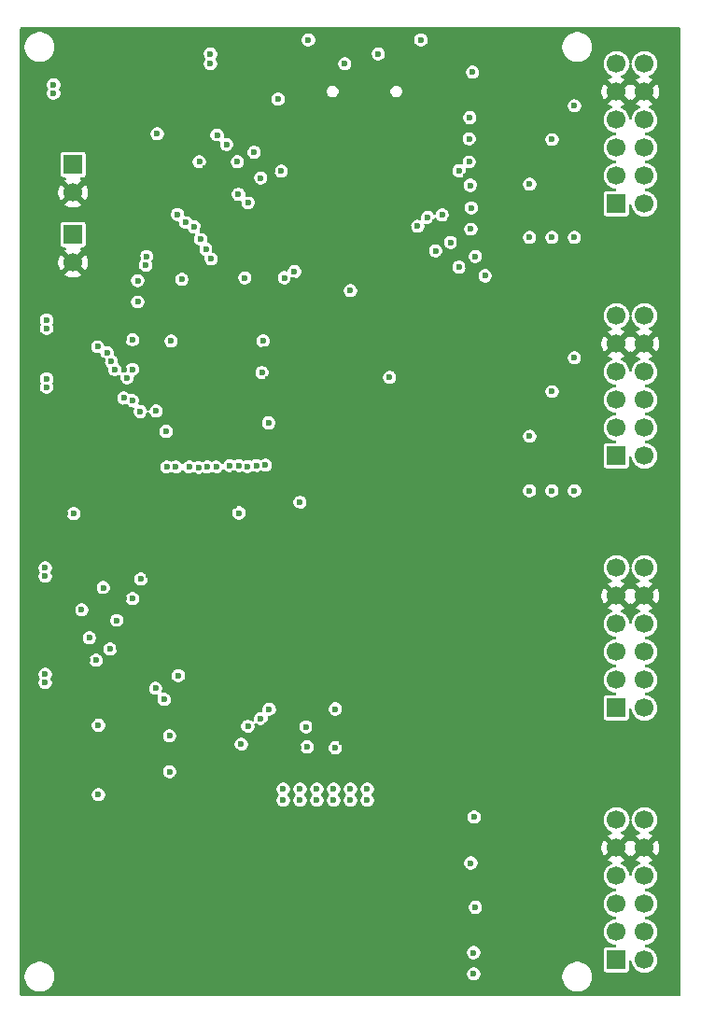
<source format=gbr>
%TF.GenerationSoftware,KiCad,Pcbnew,9.0.6-9.0.6~ubuntu24.04.1*%
%TF.CreationDate,2026-01-24T19:39:53-03:00*%
%TF.ProjectId,cotti_probe,636f7474-695f-4707-926f-62652e6b6963,0.0*%
%TF.SameCoordinates,Original*%
%TF.FileFunction,Copper,L3,Inr*%
%TF.FilePolarity,Positive*%
%FSLAX46Y46*%
G04 Gerber Fmt 4.6, Leading zero omitted, Abs format (unit mm)*
G04 Created by KiCad (PCBNEW 9.0.6-9.0.6~ubuntu24.04.1) date 2026-01-24 19:39:53*
%MOMM*%
%LPD*%
G01*
G04 APERTURE LIST*
%TA.AperFunction,ComponentPad*%
%ADD10C,1.700000*%
%TD*%
%TA.AperFunction,ComponentPad*%
%ADD11R,1.700000X1.700000*%
%TD*%
%TA.AperFunction,ViaPad*%
%ADD12C,0.600000*%
%TD*%
G04 APERTURE END LIST*
D10*
%TO.N,GND*%
%TO.C,J2*%
X137414000Y-47244000D03*
D11*
%TO.N,+3.3V*%
X137414000Y-44704000D03*
%TD*%
D10*
%TO.N,GND*%
%TO.C,J1*%
X137414000Y-40889000D03*
D11*
%TO.N,+5V*%
X137414000Y-38349000D03*
%TD*%
%TO.N,Net-(J6-CS)*%
%TO.C,J6*%
X186690000Y-64770000D03*
D10*
%TO.N,Net-(J6-MOSI)*%
X186690000Y-62230000D03*
%TO.N,Net-(J6-MISO)*%
X186690000Y-59690000D03*
%TO.N,Net-(J6-SCK)*%
X186690000Y-57150000D03*
%TO.N,GND*%
X186690000Y-54610000D03*
%TO.N,+3.3V*%
X186690000Y-52070000D03*
%TO.N,Net-(J6-GPIO{slash}INT)*%
X189230000Y-64770000D03*
%TO.N,Net-(J6-GPIO{slash}RESET)*%
X189230000Y-62230000D03*
%TO.N,Net-(J6-GPIO{slash}CS2)*%
X189230000Y-59690000D03*
%TO.N,Net-(J6-GPIO{slash}CS3)*%
X189230000Y-57150000D03*
%TO.N,GND*%
X189230000Y-54610000D03*
%TO.N,+3.3V*%
X189230000Y-52070000D03*
%TD*%
D11*
%TO.N,Net-(J3-CTS#{slash}GPIO)*%
%TO.C,J3*%
X186690000Y-110490000D03*
D10*
%TO.N,Net-(J3-TXD)*%
X186690000Y-107950000D03*
%TO.N,Net-(J3-RXD)*%
X186690000Y-105410000D03*
%TO.N,Net-(J3-RTS#{slash}GPIO)*%
X186690000Y-102870000D03*
%TO.N,GND*%
X186690000Y-100330000D03*
%TO.N,+3.3V*%
X186690000Y-97790000D03*
%TO.N,Net-(J3-GPIO{slash}INT)*%
X189230000Y-110490000D03*
%TO.N,Net-(J3-GPIO{slash}RESET)*%
X189230000Y-107950000D03*
%TO.N,Net-(J3-GPIO-Pad9)*%
X189230000Y-105410000D03*
%TO.N,Net-(J3-GPIO-Pad10)*%
X189230000Y-102870000D03*
%TO.N,GND*%
X189230000Y-100330000D03*
%TO.N,+3.3V*%
X189230000Y-97790000D03*
%TD*%
D11*
%TO.N,Net-(J5-TMS)*%
%TO.C,J5*%
X186690000Y-41910000D03*
D10*
%TO.N,Net-(J5-TDI)*%
X186690000Y-39370000D03*
%TO.N,Net-(J5-TDO)*%
X186690000Y-36830000D03*
%TO.N,Net-(J5-TCK)*%
X186690000Y-34290000D03*
%TO.N,GND*%
X186690000Y-31750000D03*
%TO.N,+3.3V*%
X186690000Y-29210000D03*
%TO.N,Net-(J5-GPIO-Pad7)*%
X189230000Y-41910000D03*
%TO.N,Net-(J5-GPIO-Pad8)*%
X189230000Y-39370000D03*
%TO.N,Net-(J5-GPIO-Pad9)*%
X189230000Y-36830000D03*
%TO.N,Net-(J5-GPIO-Pad10)*%
X189230000Y-34290000D03*
%TO.N,GND*%
X189230000Y-31750000D03*
%TO.N,+3.3V*%
X189230000Y-29210000D03*
%TD*%
D11*
%TO.N,Net-(J4-CTS#{slash}GPIO)*%
%TO.C,J4*%
X186690000Y-87630000D03*
D10*
%TO.N,Net-(J4-TXD)*%
X186690000Y-85090000D03*
%TO.N,Net-(J4-RXD)*%
X186690000Y-82550000D03*
%TO.N,Net-(J4-RTS#{slash}GPIO)*%
X186690000Y-80010000D03*
%TO.N,GND*%
X186690000Y-77470000D03*
%TO.N,+3.3V*%
X186690000Y-74930000D03*
%TO.N,Net-(J4-GPIO{slash}INT)*%
X189230000Y-87630000D03*
%TO.N,Net-(J4-GPIO{slash}RESET)*%
X189230000Y-85090000D03*
%TO.N,Net-(J4-GPIO-Pad9)*%
X189230000Y-82550000D03*
%TO.N,Net-(J4-GPIO-Pad10)*%
X189230000Y-80010000D03*
%TO.N,GND*%
X189230000Y-77470000D03*
%TO.N,+3.3V*%
X189230000Y-74930000D03*
%TD*%
D12*
%TO.N,+3.3V*%
X135636000Y-31115000D03*
X135636000Y-31877000D03*
%TO.N,GND*%
X134620000Y-31115000D03*
X134620000Y-31877000D03*
X133985000Y-84582000D03*
X133985000Y-85344000D03*
X133985000Y-74930000D03*
X133985000Y-75692000D03*
X133985000Y-57785000D03*
X133985000Y-58547000D03*
X133985000Y-52451000D03*
X133985000Y-53213000D03*
%TO.N,+3.3V*%
X134874000Y-84582000D03*
X134874000Y-85348457D03*
X134874000Y-74930000D03*
X134874000Y-75692000D03*
X135001000Y-57785000D03*
X135001000Y-58547000D03*
X135001000Y-52451000D03*
X135001000Y-53213000D03*
%TO.N,GND*%
X151384000Y-110744000D03*
X154432000Y-110744000D03*
X157480000Y-110744000D03*
X160528000Y-110744000D03*
X163576000Y-110744000D03*
X166624000Y-110744000D03*
%TO.N,+3.3V*%
X162560000Y-49784000D03*
X145034000Y-35560000D03*
X164084000Y-96012000D03*
X164084000Y-94996000D03*
X162560000Y-96012000D03*
X162560000Y-94996000D03*
X161036000Y-96012000D03*
X161036000Y-94996000D03*
X159512000Y-96012000D03*
X159512000Y-94996000D03*
X157988000Y-96012000D03*
X157988000Y-94996000D03*
X156464000Y-94996000D03*
X156464000Y-96012000D03*
%TO.N,GND*%
X139700000Y-96304003D03*
X139195525Y-88583907D03*
X149434772Y-38653652D03*
X166916003Y-57658000D03*
X157724400Y-69745007D03*
X151987200Y-69302628D03*
X136665796Y-69962450D03*
X155794000Y-87115036D03*
X154980293Y-89195200D03*
X152776505Y-89948274D03*
X152202252Y-91592248D03*
X157825761Y-91227037D03*
X161792953Y-90712854D03*
X161988403Y-87731600D03*
X159346803Y-89357200D03*
X146286178Y-84246585D03*
X145669000Y-87668003D03*
X144187004Y-85455088D03*
X144267833Y-75571688D03*
X140164343Y-77529593D03*
X141998797Y-77724000D03*
X141540462Y-82092405D03*
X141366800Y-80505203D03*
X137375997Y-78740000D03*
X138088023Y-81316326D03*
X138696797Y-83312000D03*
X167513000Y-94488000D03*
X165989000Y-98186800D03*
X140462000Y-93472000D03*
X140462000Y-86868000D03*
X139827000Y-90170000D03*
X166116000Y-62230000D03*
%TO.N,Net-(U1-REF)*%
X166116000Y-57658000D03*
X154531204Y-57217165D03*
%TO.N,GND*%
X162306000Y-60960000D03*
X162306000Y-65024000D03*
X162306000Y-67056000D03*
X162306000Y-69088000D03*
%TO.N,/pwren#*%
X148850829Y-38106829D03*
%TO.N,Net-(U3-DO)*%
X139700000Y-95504000D03*
X139700000Y-89204800D03*
%TO.N,/eedata*%
X158546800Y-89357200D03*
X158623000Y-91160600D03*
X153254000Y-89306400D03*
%TO.N,/eecs*%
X146151600Y-93421200D03*
X146151600Y-90170000D03*
%TO.N,/pwren#*%
X137464800Y-70002400D03*
X156006800Y-32410400D03*
X152455000Y-69951600D03*
%TO.N,+1.8V*%
X157978400Y-68986400D03*
X155143200Y-61772800D03*
%TO.N,GND*%
X138938000Y-52832000D03*
X162102800Y-47752000D03*
X142198800Y-69469000D03*
X142198800Y-62611000D03*
%TO.N,+1.8V*%
X145853150Y-62541150D03*
%TO.N,GND*%
X155640035Y-65473232D03*
X153764900Y-66400126D03*
X152008986Y-66367783D03*
X150079000Y-66532593D03*
%TO.N,/connectors/d_rts#*%
X146939000Y-84709000D03*
%TO.N,GND*%
X148382484Y-66504934D03*
%TO.N,/connectors/d_cts#*%
X147955000Y-65786000D03*
%TO.N,GND*%
X146337238Y-66501034D03*
%TO.N,/connectors/d_cts#*%
X173736000Y-111760000D03*
%TO.N,GND*%
X153428797Y-60452000D03*
X139039600Y-48768000D03*
X138938000Y-50800000D03*
%TO.N,/connectors/c_6*%
X142786544Y-59763788D03*
%TO.N,GND*%
X142198800Y-60306522D03*
%TO.N,/connectors/c_cts#*%
X140882291Y-56209053D03*
%TO.N,/connectors/c_5*%
X142000830Y-59531402D03*
%TO.N,GND*%
X144221200Y-61214000D03*
X153017474Y-47816891D03*
X141999035Y-56952665D03*
X147101970Y-54412998D03*
X142000469Y-54181514D03*
X143346289Y-50004077D03*
X146890410Y-48064869D03*
X143348699Y-48073925D03*
%TO.N,+3.3V*%
X147272000Y-48768000D03*
%TO.N,GND*%
X157337118Y-48843939D03*
%TO.N,+3.3V*%
X152972000Y-48615600D03*
X156565600Y-48615600D03*
%TO.N,+1.8V*%
X157480000Y-48056800D03*
%TO.N,GND*%
X162433000Y-51816000D03*
X162306000Y-53848000D03*
%TO.N,+1.8V*%
X143265600Y-50800000D03*
%TO.N,+3.3V*%
X142798800Y-54233200D03*
X142801215Y-56932200D03*
%TO.N,GND*%
X150460000Y-29844399D03*
X149860000Y-27520997D03*
X165899411Y-28290254D03*
X162852003Y-29210000D03*
X179615411Y-67975747D03*
X181647177Y-67981326D03*
X183743600Y-67970400D03*
X178605505Y-62220187D03*
X183671125Y-55761147D03*
X180848000Y-58127997D03*
%TO.N,/connectors/sclk*%
X173888400Y-46685200D03*
%TO.N,GND*%
X170223502Y-45380067D03*
X167832912Y-44084800D03*
X170253770Y-43535545D03*
X171555396Y-43371923D03*
X172466000Y-45415200D03*
X173228000Y-47498000D03*
X174762558Y-47563954D03*
X180848000Y-35267997D03*
X183184800Y-32258000D03*
X178816000Y-39268400D03*
X183680003Y-44958000D03*
X181648003Y-44958000D03*
X179628800Y-44958000D03*
X173482000Y-43395997D03*
X173532800Y-41465597D03*
X173025191Y-39430400D03*
X173348330Y-37284574D03*
X173329600Y-35217197D03*
X173228000Y-29210000D03*
X173380400Y-33286797D03*
X153260977Y-41008473D03*
X154434530Y-38758151D03*
X155487578Y-38891222D03*
X150533974Y-36471915D03*
X152857200Y-37338000D03*
X150266400Y-46126400D03*
X147789612Y-42806118D03*
X149148800Y-44297600D03*
X143307730Y-46902026D03*
%TO.N,/connectors/a_gpio3*%
X173634400Y-29972000D03*
X150466411Y-35674771D03*
%TO.N,/connectors/tdo*%
X173329600Y-36017200D03*
%TO.N,/connectors/c_6*%
X142798800Y-77724000D03*
%TO.N,GND*%
X139649868Y-54065254D03*
%TO.N,/connectors/c_rx*%
X138887200Y-81280000D03*
%TO.N,/connectors/c_tx*%
X138176000Y-78740000D03*
%TO.N,/connectors/c_cts#*%
X139496800Y-83312000D03*
%TO.N,/connectors/c_rts#*%
X140142607Y-76729886D03*
%TO.N,GND*%
X140087287Y-56119784D03*
%TO.N,/connectors/c_4*%
X142306855Y-57691076D03*
%TO.N,GND*%
X141427200Y-28498800D03*
X141224000Y-31546800D03*
X136499600Y-33578800D03*
X137033000Y-35560000D03*
X152857200Y-33985200D03*
X162560000Y-34645600D03*
X160630000Y-34137600D03*
X167030000Y-34137600D03*
X145643600Y-31902400D03*
X144983200Y-33528000D03*
X145694400Y-28346400D03*
X145084800Y-30073600D03*
%TO.N,/pwren#*%
X152654000Y-90932000D03*
%TO.N,/eeclk*%
X154432000Y-88595200D03*
%TO.N,/eecs*%
X161188400Y-91236800D03*
X155194000Y-87757000D03*
X161188400Y-87731600D03*
%TO.N,/connectors/d_rx*%
X145669000Y-86868000D03*
%TO.N,/connectors/d_tx*%
X144881600Y-85852000D03*
%TO.N,/connectors/d_4*%
X173736000Y-109829600D03*
%TO.N,/connectors/d_5*%
X173888400Y-105714800D03*
%TO.N,/connectors/d_6*%
X173482000Y-101701600D03*
%TO.N,/connectors/d_7*%
X173786800Y-97536000D03*
%TO.N,+1.8V*%
X154638864Y-54343283D03*
X146304000Y-54356000D03*
%TO.N,Net-(J7-SHIELD1)*%
X158750000Y-27051000D03*
X168950000Y-27051000D03*
%TO.N,/connectors/tck*%
X172415200Y-38912800D03*
X156286200Y-38938200D03*
%TO.N,/connectors/b_gpio3*%
X174784000Y-48444400D03*
X143976800Y-47472600D03*
%TO.N,/connectors/b_gpio2*%
X172415200Y-47650400D03*
X144075948Y-46678766D03*
%TO.N,/connectors/b_gpio1*%
X170891200Y-42926000D03*
X146872000Y-42875200D03*
%TO.N,/connectors/b_gpio0*%
X169570400Y-43119600D03*
X147631296Y-43590298D03*
%TO.N,/connectors/cs*%
X148386800Y-43992800D03*
X168656000Y-43942000D03*
%TO.N,/connectors/miso*%
X148972000Y-45110400D03*
X171653200Y-45415200D03*
%TO.N,/connectors/mosi*%
X170291200Y-46177200D03*
X149472000Y-46024800D03*
%TO.N,/connectors/sclk*%
X149936200Y-46898000D03*
%TO.N,/connectors/a_gpio2*%
X173380400Y-34086800D03*
X151332200Y-36525200D03*
%TO.N,/connectors/a_gpio1*%
X173329600Y-38100000D03*
X152298400Y-38100000D03*
%TO.N,/connectors/a_gpio0*%
X173532800Y-42265600D03*
X152400000Y-41046400D03*
%TO.N,/connectors/tms*%
X173482000Y-44196000D03*
X153272000Y-41808400D03*
%TO.N,/connectors/tdo*%
X153822400Y-37236400D03*
%TO.N,/connectors/tdi*%
X173431200Y-40233600D03*
X154421442Y-39558046D03*
%TO.N,GND*%
X154838400Y-55118000D03*
X155022000Y-59332083D03*
X155041600Y-57833200D03*
X154838400Y-53340000D03*
X150368000Y-51765200D03*
X146253200Y-59029600D03*
X148209000Y-60475470D03*
X146177000Y-53333200D03*
%TO.N,/connectors/c_rx*%
X140497900Y-55433200D03*
%TO.N,/connectors/c_tx*%
X139648506Y-54865255D03*
%TO.N,/connectors/c_rts#*%
X141199083Y-56943660D03*
%TO.N,/connectors/c_4*%
X140766800Y-82296000D03*
%TO.N,/connectors/c_5*%
X141366800Y-79705200D03*
%TO.N,/connectors/c_7*%
X143560800Y-75946000D03*
X143510000Y-60756800D03*
%TO.N,/eecs*%
X154853270Y-65618158D03*
%TO.N,/eeclk*%
X154032949Y-65646366D03*
%TO.N,/eedata*%
X153238272Y-65738518D03*
%TO.N,/pwren#*%
X152438003Y-65659000D03*
%TO.N,/connectors/d_4*%
X148779266Y-65810263D03*
%TO.N,/connectors/d_rx*%
X145923000Y-65786000D03*
%TO.N,/connectors/d_5*%
X149578551Y-65776402D03*
%TO.N,/connectors/d_tx*%
X144932400Y-60706000D03*
%TO.N,/connectors/d_6*%
X150378425Y-65790740D03*
%TO.N,/connectors/d_rts#*%
X146723003Y-65786000D03*
%TO.N,/connectors/d_7*%
X151638000Y-65659000D03*
%TO.N,/usb/cc2*%
X149860000Y-29210000D03*
X162052000Y-29210000D03*
%TO.N,/usb/cc1*%
X149860000Y-28321000D03*
X165100000Y-28321000D03*
%TO.N,Net-(J5-TDO)*%
X180848000Y-44958000D03*
X180848000Y-36068000D03*
%TO.N,Net-(J5-TDI)*%
X178816000Y-40132000D03*
X178816000Y-44958000D03*
%TO.N,Net-(J5-TCK)*%
X182880000Y-33020000D03*
X182880000Y-44958000D03*
%TO.N,Net-(J6-MISO)*%
X180848000Y-58928000D03*
X180848000Y-67945000D03*
%TO.N,Net-(J6-SCK)*%
X182880000Y-67945000D03*
X182880000Y-55880000D03*
%TO.N,Net-(J6-MOSI)*%
X178816000Y-62992000D03*
X178816000Y-67945000D03*
%TO.N,+3.3V*%
X143265600Y-48869600D03*
%TD*%
%TA.AperFunction,Conductor*%
%TO.N,GND*%
G36*
X188764075Y-100522993D02*
G01*
X188829901Y-100637007D01*
X188922993Y-100730099D01*
X189037007Y-100795925D01*
X189100590Y-100812962D01*
X188468282Y-101445269D01*
X188468282Y-101445270D01*
X188522449Y-101484624D01*
X188711780Y-101581094D01*
X188740705Y-101590492D01*
X188798381Y-101629929D01*
X188825580Y-101694287D01*
X188813667Y-101763134D01*
X188766424Y-101814610D01*
X188758685Y-101818908D01*
X188627004Y-101886004D01*
X188480505Y-101992441D01*
X188480500Y-101992445D01*
X188352445Y-102120500D01*
X188352441Y-102120505D01*
X188246006Y-102267002D01*
X188163788Y-102428360D01*
X188163787Y-102428363D01*
X188107829Y-102600589D01*
X188082473Y-102760678D01*
X188052544Y-102823813D01*
X187993232Y-102860744D01*
X187923369Y-102859746D01*
X187865137Y-102821136D01*
X187837527Y-102760678D01*
X187823740Y-102673639D01*
X187812171Y-102600591D01*
X187756211Y-102428361D01*
X187756211Y-102428360D01*
X187691877Y-102302100D01*
X187673996Y-102267006D01*
X187612322Y-102182118D01*
X187567558Y-102120505D01*
X187567554Y-102120500D01*
X187439499Y-101992445D01*
X187439494Y-101992441D01*
X187292995Y-101886004D01*
X187161314Y-101818908D01*
X187110519Y-101770934D01*
X187093724Y-101703113D01*
X187116262Y-101636978D01*
X187170977Y-101593527D01*
X187179295Y-101590492D01*
X187208217Y-101581095D01*
X187397554Y-101484622D01*
X187451716Y-101445270D01*
X187451717Y-101445270D01*
X186819408Y-100812962D01*
X186882993Y-100795925D01*
X186997007Y-100730099D01*
X187090099Y-100637007D01*
X187155925Y-100522993D01*
X187172962Y-100459408D01*
X187805270Y-101091717D01*
X187805270Y-101091716D01*
X187844622Y-101037554D01*
X187849514Y-101027954D01*
X187897488Y-100977157D01*
X187965308Y-100960361D01*
X188031444Y-100982897D01*
X188070486Y-101027954D01*
X188075375Y-101037550D01*
X188114728Y-101091716D01*
X188747037Y-100459408D01*
X188764075Y-100522993D01*
G37*
%TD.AperFunction*%
%TA.AperFunction,Conductor*%
G36*
X187996630Y-97800253D02*
G01*
X188054863Y-97838863D01*
X188082473Y-97899321D01*
X188107829Y-98059410D01*
X188163787Y-98231636D01*
X188163788Y-98231639D01*
X188246006Y-98392997D01*
X188352441Y-98539494D01*
X188352445Y-98539499D01*
X188480500Y-98667554D01*
X188480505Y-98667558D01*
X188608287Y-98760396D01*
X188627006Y-98773996D01*
X188728780Y-98825853D01*
X188758684Y-98841090D01*
X188809480Y-98889065D01*
X188826275Y-98956886D01*
X188803737Y-99023021D01*
X188749022Y-99066472D01*
X188740708Y-99069506D01*
X188711781Y-99078905D01*
X188522439Y-99175380D01*
X188468282Y-99214727D01*
X188468282Y-99214728D01*
X189100591Y-99847037D01*
X189037007Y-99864075D01*
X188922993Y-99929901D01*
X188829901Y-100022993D01*
X188764075Y-100137007D01*
X188747037Y-100200591D01*
X188114728Y-99568282D01*
X188114727Y-99568282D01*
X188075380Y-99622440D01*
X188070483Y-99632051D01*
X188022506Y-99682845D01*
X187954684Y-99699638D01*
X187888550Y-99677098D01*
X187849516Y-99632048D01*
X187844626Y-99622452D01*
X187805270Y-99568282D01*
X187805269Y-99568282D01*
X187172962Y-100200590D01*
X187155925Y-100137007D01*
X187090099Y-100022993D01*
X186997007Y-99929901D01*
X186882993Y-99864075D01*
X186819409Y-99847037D01*
X187451716Y-99214728D01*
X187397550Y-99175375D01*
X187208217Y-99078904D01*
X187179292Y-99069506D01*
X187121616Y-99030068D01*
X187094418Y-98965710D01*
X187106333Y-98896863D01*
X187153577Y-98845388D01*
X187161315Y-98841090D01*
X187292994Y-98773996D01*
X187439501Y-98667553D01*
X187567553Y-98539501D01*
X187673996Y-98392994D01*
X187756211Y-98231639D01*
X187812171Y-98059409D01*
X187836672Y-97904716D01*
X187837527Y-97899321D01*
X187867456Y-97836186D01*
X187926768Y-97799255D01*
X187996630Y-97800253D01*
G37*
%TD.AperFunction*%
%TA.AperFunction,Conductor*%
G36*
X188764075Y-77662993D02*
G01*
X188829901Y-77777007D01*
X188922993Y-77870099D01*
X189037007Y-77935925D01*
X189100590Y-77952962D01*
X188468282Y-78585269D01*
X188468282Y-78585270D01*
X188522449Y-78624624D01*
X188711780Y-78721094D01*
X188740705Y-78730492D01*
X188798381Y-78769929D01*
X188825580Y-78834287D01*
X188813667Y-78903134D01*
X188766424Y-78954610D01*
X188758685Y-78958908D01*
X188627004Y-79026004D01*
X188480505Y-79132441D01*
X188480500Y-79132445D01*
X188352445Y-79260500D01*
X188352441Y-79260505D01*
X188246006Y-79407002D01*
X188163788Y-79568360D01*
X188163787Y-79568363D01*
X188107829Y-79740589D01*
X188082473Y-79900678D01*
X188052544Y-79963813D01*
X187993232Y-80000744D01*
X187923369Y-79999746D01*
X187865137Y-79961136D01*
X187837527Y-79900678D01*
X187819087Y-79784256D01*
X187812171Y-79740591D01*
X187756211Y-79568361D01*
X187756211Y-79568360D01*
X187727740Y-79512484D01*
X187673996Y-79407006D01*
X187625676Y-79340499D01*
X187567558Y-79260505D01*
X187567554Y-79260500D01*
X187439499Y-79132445D01*
X187439494Y-79132441D01*
X187292995Y-79026004D01*
X187161314Y-78958908D01*
X187110519Y-78910934D01*
X187093724Y-78843113D01*
X187116262Y-78776978D01*
X187170977Y-78733527D01*
X187179295Y-78730492D01*
X187208217Y-78721095D01*
X187397554Y-78624622D01*
X187451716Y-78585270D01*
X187451717Y-78585270D01*
X186819408Y-77952962D01*
X186882993Y-77935925D01*
X186997007Y-77870099D01*
X187090099Y-77777007D01*
X187155925Y-77662993D01*
X187172962Y-77599408D01*
X187805270Y-78231717D01*
X187805270Y-78231716D01*
X187844622Y-78177554D01*
X187849514Y-78167954D01*
X187897488Y-78117157D01*
X187965308Y-78100361D01*
X188031444Y-78122897D01*
X188070486Y-78167954D01*
X188075375Y-78177550D01*
X188114728Y-78231716D01*
X188747037Y-77599408D01*
X188764075Y-77662993D01*
G37*
%TD.AperFunction*%
%TA.AperFunction,Conductor*%
G36*
X187996630Y-74940253D02*
G01*
X188054863Y-74978863D01*
X188082473Y-75039321D01*
X188107829Y-75199410D01*
X188163787Y-75371636D01*
X188163788Y-75371639D01*
X188246006Y-75532997D01*
X188352441Y-75679494D01*
X188352445Y-75679499D01*
X188480500Y-75807554D01*
X188480505Y-75807558D01*
X188608287Y-75900396D01*
X188627006Y-75913996D01*
X188728780Y-75965853D01*
X188758684Y-75981090D01*
X188809480Y-76029065D01*
X188826275Y-76096886D01*
X188803737Y-76163021D01*
X188749022Y-76206472D01*
X188740708Y-76209506D01*
X188711781Y-76218905D01*
X188522439Y-76315380D01*
X188468282Y-76354727D01*
X188468282Y-76354728D01*
X189100591Y-76987037D01*
X189037007Y-77004075D01*
X188922993Y-77069901D01*
X188829901Y-77162993D01*
X188764075Y-77277007D01*
X188747037Y-77340591D01*
X188114728Y-76708282D01*
X188114727Y-76708282D01*
X188075380Y-76762440D01*
X188070483Y-76772051D01*
X188022506Y-76822845D01*
X187954684Y-76839638D01*
X187888550Y-76817098D01*
X187849516Y-76772048D01*
X187844626Y-76762452D01*
X187805270Y-76708282D01*
X187805269Y-76708282D01*
X187172962Y-77340590D01*
X187155925Y-77277007D01*
X187090099Y-77162993D01*
X186997007Y-77069901D01*
X186882993Y-77004075D01*
X186819409Y-76987037D01*
X187451716Y-76354728D01*
X187397550Y-76315375D01*
X187208217Y-76218904D01*
X187179292Y-76209506D01*
X187121616Y-76170068D01*
X187094418Y-76105710D01*
X187106333Y-76036863D01*
X187153577Y-75985388D01*
X187161315Y-75981090D01*
X187292994Y-75913996D01*
X187439501Y-75807553D01*
X187567553Y-75679501D01*
X187673996Y-75532994D01*
X187756211Y-75371639D01*
X187812171Y-75199409D01*
X187826422Y-75109425D01*
X187837527Y-75039321D01*
X187867456Y-74976186D01*
X187926768Y-74939255D01*
X187996630Y-74940253D01*
G37*
%TD.AperFunction*%
%TA.AperFunction,Conductor*%
G36*
X188764075Y-54802993D02*
G01*
X188829901Y-54917007D01*
X188922993Y-55010099D01*
X189037007Y-55075925D01*
X189100590Y-55092962D01*
X188468282Y-55725269D01*
X188468282Y-55725270D01*
X188522449Y-55764624D01*
X188711780Y-55861094D01*
X188740705Y-55870492D01*
X188798381Y-55909929D01*
X188825580Y-55974287D01*
X188813667Y-56043134D01*
X188766424Y-56094610D01*
X188758685Y-56098908D01*
X188627004Y-56166004D01*
X188480505Y-56272441D01*
X188480500Y-56272445D01*
X188352445Y-56400500D01*
X188352441Y-56400505D01*
X188246006Y-56547002D01*
X188163788Y-56708360D01*
X188163787Y-56708363D01*
X188107829Y-56880589D01*
X188082473Y-57040678D01*
X188052544Y-57103813D01*
X187993232Y-57140744D01*
X187923369Y-57139746D01*
X187865137Y-57101136D01*
X187837527Y-57040678D01*
X187823740Y-56953639D01*
X187812171Y-56880591D01*
X187784191Y-56794476D01*
X187756212Y-56708363D01*
X187756211Y-56708360D01*
X187709489Y-56616665D01*
X187673996Y-56547006D01*
X187613064Y-56463140D01*
X187567558Y-56400505D01*
X187567554Y-56400500D01*
X187439499Y-56272445D01*
X187439494Y-56272441D01*
X187292995Y-56166004D01*
X187161314Y-56098908D01*
X187110519Y-56050934D01*
X187093724Y-55983113D01*
X187116262Y-55916978D01*
X187170977Y-55873527D01*
X187179295Y-55870492D01*
X187208217Y-55861095D01*
X187397554Y-55764622D01*
X187451716Y-55725270D01*
X187451717Y-55725270D01*
X186819408Y-55092962D01*
X186882993Y-55075925D01*
X186997007Y-55010099D01*
X187090099Y-54917007D01*
X187155925Y-54802993D01*
X187172962Y-54739408D01*
X187805270Y-55371717D01*
X187805270Y-55371716D01*
X187844622Y-55317554D01*
X187849514Y-55307954D01*
X187897488Y-55257157D01*
X187965308Y-55240361D01*
X188031444Y-55262897D01*
X188070486Y-55307954D01*
X188075375Y-55317550D01*
X188114728Y-55371716D01*
X188747037Y-54739408D01*
X188764075Y-54802993D01*
G37*
%TD.AperFunction*%
%TA.AperFunction,Conductor*%
G36*
X187996630Y-52080253D02*
G01*
X188054863Y-52118863D01*
X188082473Y-52179321D01*
X188107829Y-52339410D01*
X188163787Y-52511636D01*
X188163788Y-52511639D01*
X188246006Y-52672997D01*
X188352441Y-52819494D01*
X188352445Y-52819499D01*
X188480500Y-52947554D01*
X188480505Y-52947558D01*
X188526832Y-52981216D01*
X188627006Y-53053996D01*
X188728780Y-53105853D01*
X188758684Y-53121090D01*
X188809480Y-53169065D01*
X188826275Y-53236886D01*
X188803737Y-53303021D01*
X188749022Y-53346472D01*
X188740708Y-53349506D01*
X188711781Y-53358905D01*
X188522439Y-53455380D01*
X188468282Y-53494727D01*
X188468282Y-53494728D01*
X189100591Y-54127037D01*
X189037007Y-54144075D01*
X188922993Y-54209901D01*
X188829901Y-54302993D01*
X188764075Y-54417007D01*
X188747037Y-54480591D01*
X188114728Y-53848282D01*
X188114727Y-53848282D01*
X188075380Y-53902440D01*
X188070483Y-53912051D01*
X188022506Y-53962845D01*
X187954684Y-53979638D01*
X187888550Y-53957098D01*
X187849516Y-53912048D01*
X187844626Y-53902452D01*
X187805270Y-53848282D01*
X187805269Y-53848282D01*
X187172962Y-54480590D01*
X187155925Y-54417007D01*
X187090099Y-54302993D01*
X186997007Y-54209901D01*
X186882993Y-54144075D01*
X186819409Y-54127037D01*
X187451716Y-53494728D01*
X187397550Y-53455375D01*
X187208217Y-53358904D01*
X187179292Y-53349506D01*
X187121616Y-53310068D01*
X187094418Y-53245710D01*
X187106333Y-53176863D01*
X187153577Y-53125388D01*
X187161315Y-53121090D01*
X187292994Y-53053996D01*
X187439501Y-52947553D01*
X187567553Y-52819501D01*
X187673996Y-52672994D01*
X187756211Y-52511639D01*
X187812171Y-52339409D01*
X187831209Y-52219209D01*
X187837527Y-52179321D01*
X187867456Y-52116186D01*
X187926768Y-52079255D01*
X187996630Y-52080253D01*
G37*
%TD.AperFunction*%
%TA.AperFunction,Conductor*%
G36*
X188764075Y-31942993D02*
G01*
X188829901Y-32057007D01*
X188922993Y-32150099D01*
X189037007Y-32215925D01*
X189100590Y-32232962D01*
X188468282Y-32865269D01*
X188468282Y-32865270D01*
X188522449Y-32904624D01*
X188711780Y-33001094D01*
X188740705Y-33010492D01*
X188798381Y-33049929D01*
X188825580Y-33114287D01*
X188813667Y-33183134D01*
X188766424Y-33234610D01*
X188758685Y-33238908D01*
X188627004Y-33306004D01*
X188480505Y-33412441D01*
X188480500Y-33412445D01*
X188352445Y-33540500D01*
X188352441Y-33540505D01*
X188246006Y-33687002D01*
X188163788Y-33848360D01*
X188163787Y-33848363D01*
X188107829Y-34020589D01*
X188082473Y-34180678D01*
X188052544Y-34243813D01*
X187993232Y-34280744D01*
X187923369Y-34279746D01*
X187865137Y-34241136D01*
X187837527Y-34180678D01*
X187823740Y-34093639D01*
X187812171Y-34020591D01*
X187784191Y-33934476D01*
X187756212Y-33848363D01*
X187756211Y-33848360D01*
X187689834Y-33718090D01*
X187673996Y-33687006D01*
X187615346Y-33606281D01*
X187567558Y-33540505D01*
X187567554Y-33540500D01*
X187439499Y-33412445D01*
X187439494Y-33412441D01*
X187292995Y-33306004D01*
X187161314Y-33238908D01*
X187110519Y-33190934D01*
X187093724Y-33123113D01*
X187116262Y-33056978D01*
X187170977Y-33013527D01*
X187179295Y-33010492D01*
X187208217Y-33001095D01*
X187397554Y-32904622D01*
X187451716Y-32865270D01*
X187451717Y-32865270D01*
X186819408Y-32232962D01*
X186882993Y-32215925D01*
X186997007Y-32150099D01*
X187090099Y-32057007D01*
X187155925Y-31942993D01*
X187172962Y-31879408D01*
X187805270Y-32511717D01*
X187805270Y-32511716D01*
X187844622Y-32457554D01*
X187849514Y-32447954D01*
X187897488Y-32397157D01*
X187965308Y-32380361D01*
X188031444Y-32402897D01*
X188070486Y-32447954D01*
X188075375Y-32457550D01*
X188114728Y-32511716D01*
X188747037Y-31879408D01*
X188764075Y-31942993D01*
G37*
%TD.AperFunction*%
%TA.AperFunction,Conductor*%
G36*
X187996630Y-29220253D02*
G01*
X188054863Y-29258863D01*
X188082473Y-29319321D01*
X188107829Y-29479410D01*
X188163787Y-29651636D01*
X188163788Y-29651639D01*
X188219664Y-29761300D01*
X188244733Y-29810500D01*
X188246006Y-29812997D01*
X188352441Y-29959494D01*
X188352445Y-29959499D01*
X188480500Y-30087554D01*
X188480505Y-30087558D01*
X188608287Y-30180396D01*
X188627006Y-30193996D01*
X188728780Y-30245853D01*
X188758684Y-30261090D01*
X188809480Y-30309065D01*
X188826275Y-30376886D01*
X188803737Y-30443021D01*
X188749022Y-30486472D01*
X188740708Y-30489506D01*
X188711781Y-30498905D01*
X188522439Y-30595380D01*
X188468282Y-30634727D01*
X188468282Y-30634728D01*
X189100591Y-31267037D01*
X189037007Y-31284075D01*
X188922993Y-31349901D01*
X188829901Y-31442993D01*
X188764075Y-31557007D01*
X188747037Y-31620591D01*
X188114728Y-30988282D01*
X188114727Y-30988282D01*
X188075380Y-31042440D01*
X188070483Y-31052051D01*
X188022506Y-31102845D01*
X187954684Y-31119638D01*
X187888550Y-31097098D01*
X187849516Y-31052048D01*
X187844626Y-31042452D01*
X187805270Y-30988282D01*
X187805269Y-30988282D01*
X187172962Y-31620590D01*
X187155925Y-31557007D01*
X187090099Y-31442993D01*
X186997007Y-31349901D01*
X186882993Y-31284075D01*
X186819409Y-31267037D01*
X187451716Y-30634728D01*
X187397550Y-30595375D01*
X187208217Y-30498904D01*
X187179292Y-30489506D01*
X187121616Y-30450068D01*
X187094418Y-30385710D01*
X187106333Y-30316863D01*
X187153577Y-30265388D01*
X187161315Y-30261090D01*
X187292994Y-30193996D01*
X187439501Y-30087553D01*
X187567553Y-29959501D01*
X187673996Y-29812994D01*
X187756211Y-29651639D01*
X187812171Y-29479409D01*
X187829262Y-29371500D01*
X187837527Y-29319321D01*
X187867456Y-29256186D01*
X187926768Y-29219255D01*
X187996630Y-29220253D01*
G37*
%TD.AperFunction*%
%TA.AperFunction,Conductor*%
G36*
X192475039Y-25927685D02*
G01*
X192520794Y-25980489D01*
X192532000Y-26032000D01*
X192532000Y-113668000D01*
X192512315Y-113735039D01*
X192459511Y-113780794D01*
X192408000Y-113792000D01*
X132712000Y-113792000D01*
X132644961Y-113772315D01*
X132599206Y-113719511D01*
X132588000Y-113668000D01*
X132588000Y-111907713D01*
X133015500Y-111907713D01*
X133015500Y-112120286D01*
X133048753Y-112330239D01*
X133114444Y-112532414D01*
X133210951Y-112721820D01*
X133335890Y-112893786D01*
X133486213Y-113044109D01*
X133658179Y-113169048D01*
X133658181Y-113169049D01*
X133658184Y-113169051D01*
X133847588Y-113265557D01*
X134049757Y-113331246D01*
X134259713Y-113364500D01*
X134259714Y-113364500D01*
X134472286Y-113364500D01*
X134472287Y-113364500D01*
X134682243Y-113331246D01*
X134884412Y-113265557D01*
X135073816Y-113169051D01*
X135095789Y-113153086D01*
X135245786Y-113044109D01*
X135245788Y-113044106D01*
X135245792Y-113044104D01*
X135396104Y-112893792D01*
X135396106Y-112893788D01*
X135396109Y-112893786D01*
X135521048Y-112721820D01*
X135521047Y-112721820D01*
X135521051Y-112721816D01*
X135617557Y-112532412D01*
X135683246Y-112330243D01*
X135716500Y-112120287D01*
X135716500Y-111907713D01*
X135683246Y-111697757D01*
X135677783Y-111680943D01*
X173135500Y-111680943D01*
X173135500Y-111839057D01*
X173153897Y-111907713D01*
X173176423Y-111991783D01*
X173176426Y-111991790D01*
X173255475Y-112128709D01*
X173255479Y-112128714D01*
X173255480Y-112128716D01*
X173367284Y-112240520D01*
X173367286Y-112240521D01*
X173367290Y-112240524D01*
X173504209Y-112319573D01*
X173504216Y-112319577D01*
X173656943Y-112360500D01*
X173656945Y-112360500D01*
X173815055Y-112360500D01*
X173815057Y-112360500D01*
X173967784Y-112319577D01*
X174104716Y-112240520D01*
X174216520Y-112128716D01*
X174295577Y-111991784D01*
X174318104Y-111907713D01*
X181783500Y-111907713D01*
X181783500Y-112120286D01*
X181816753Y-112330239D01*
X181882444Y-112532414D01*
X181978951Y-112721820D01*
X182103890Y-112893786D01*
X182254213Y-113044109D01*
X182426179Y-113169048D01*
X182426181Y-113169049D01*
X182426184Y-113169051D01*
X182615588Y-113265557D01*
X182817757Y-113331246D01*
X183027713Y-113364500D01*
X183027714Y-113364500D01*
X183240286Y-113364500D01*
X183240287Y-113364500D01*
X183450243Y-113331246D01*
X183652412Y-113265557D01*
X183841816Y-113169051D01*
X183863789Y-113153086D01*
X184013786Y-113044109D01*
X184013788Y-113044106D01*
X184013792Y-113044104D01*
X184164104Y-112893792D01*
X184164106Y-112893788D01*
X184164109Y-112893786D01*
X184289048Y-112721820D01*
X184289047Y-112721820D01*
X184289051Y-112721816D01*
X184385557Y-112532412D01*
X184451246Y-112330243D01*
X184484500Y-112120287D01*
X184484500Y-111907713D01*
X184451246Y-111697757D01*
X184385557Y-111495588D01*
X184289051Y-111306184D01*
X184289049Y-111306181D01*
X184289048Y-111306179D01*
X184164109Y-111134213D01*
X184013786Y-110983890D01*
X183841820Y-110858951D01*
X183652414Y-110762444D01*
X183652413Y-110762443D01*
X183652412Y-110762443D01*
X183450243Y-110696754D01*
X183450241Y-110696753D01*
X183450240Y-110696753D01*
X183288957Y-110671208D01*
X183240287Y-110663500D01*
X183027713Y-110663500D01*
X182979042Y-110671208D01*
X182817760Y-110696753D01*
X182615585Y-110762444D01*
X182426179Y-110858951D01*
X182254213Y-110983890D01*
X182103890Y-111134213D01*
X181978951Y-111306179D01*
X181882444Y-111495585D01*
X181816753Y-111697760D01*
X181783500Y-111907713D01*
X174318104Y-111907713D01*
X174336500Y-111839057D01*
X174336500Y-111680943D01*
X174295577Y-111528216D01*
X174295573Y-111528209D01*
X174216524Y-111391290D01*
X174216518Y-111391282D01*
X174104717Y-111279481D01*
X174104709Y-111279475D01*
X173967790Y-111200426D01*
X173967786Y-111200424D01*
X173967784Y-111200423D01*
X173815057Y-111159500D01*
X173656943Y-111159500D01*
X173504216Y-111200423D01*
X173504209Y-111200426D01*
X173367290Y-111279475D01*
X173367282Y-111279481D01*
X173255481Y-111391282D01*
X173255475Y-111391290D01*
X173176426Y-111528209D01*
X173176423Y-111528216D01*
X173135500Y-111680943D01*
X135677783Y-111680943D01*
X135617557Y-111495588D01*
X135521051Y-111306184D01*
X135521049Y-111306181D01*
X135521048Y-111306179D01*
X135396109Y-111134213D01*
X135245786Y-110983890D01*
X135073820Y-110858951D01*
X134884414Y-110762444D01*
X134884413Y-110762443D01*
X134884412Y-110762443D01*
X134682243Y-110696754D01*
X134682241Y-110696753D01*
X134682240Y-110696753D01*
X134520957Y-110671208D01*
X134472287Y-110663500D01*
X134259713Y-110663500D01*
X134211042Y-110671208D01*
X134049760Y-110696753D01*
X133847585Y-110762444D01*
X133658179Y-110858951D01*
X133486213Y-110983890D01*
X133335890Y-111134213D01*
X133210951Y-111306179D01*
X133114444Y-111495585D01*
X133048753Y-111697760D01*
X133015500Y-111907713D01*
X132588000Y-111907713D01*
X132588000Y-109750543D01*
X173135500Y-109750543D01*
X173135500Y-109908657D01*
X173172934Y-110048360D01*
X173176423Y-110061383D01*
X173176426Y-110061390D01*
X173255475Y-110198309D01*
X173255479Y-110198314D01*
X173255480Y-110198316D01*
X173367284Y-110310120D01*
X173367286Y-110310121D01*
X173367290Y-110310124D01*
X173440292Y-110352271D01*
X173504216Y-110389177D01*
X173656943Y-110430100D01*
X173656945Y-110430100D01*
X173815055Y-110430100D01*
X173815057Y-110430100D01*
X173967784Y-110389177D01*
X174104716Y-110310120D01*
X174216520Y-110198316D01*
X174295577Y-110061384D01*
X174336500Y-109908657D01*
X174336500Y-109750543D01*
X174295577Y-109597816D01*
X174220187Y-109467235D01*
X174216524Y-109460890D01*
X174216518Y-109460882D01*
X174104717Y-109349081D01*
X174104709Y-109349075D01*
X173967790Y-109270026D01*
X173967786Y-109270024D01*
X173967784Y-109270023D01*
X173815057Y-109229100D01*
X173656943Y-109229100D01*
X173504216Y-109270023D01*
X173504209Y-109270026D01*
X173367290Y-109349075D01*
X173367282Y-109349081D01*
X173255481Y-109460882D01*
X173255475Y-109460890D01*
X173176426Y-109597809D01*
X173176423Y-109597816D01*
X173135500Y-109750543D01*
X132588000Y-109750543D01*
X132588000Y-105635743D01*
X173287900Y-105635743D01*
X173287900Y-105793856D01*
X173328823Y-105946583D01*
X173328826Y-105946590D01*
X173407875Y-106083509D01*
X173407879Y-106083514D01*
X173407880Y-106083516D01*
X173519684Y-106195320D01*
X173519686Y-106195321D01*
X173519690Y-106195324D01*
X173656609Y-106274373D01*
X173656616Y-106274377D01*
X173809343Y-106315300D01*
X173809345Y-106315300D01*
X173967455Y-106315300D01*
X173967457Y-106315300D01*
X174120184Y-106274377D01*
X174257116Y-106195320D01*
X174368920Y-106083516D01*
X174447977Y-105946584D01*
X174488900Y-105793857D01*
X174488900Y-105635743D01*
X174447977Y-105483016D01*
X174442691Y-105473860D01*
X174368924Y-105346090D01*
X174368918Y-105346082D01*
X174257117Y-105234281D01*
X174257109Y-105234275D01*
X174120190Y-105155226D01*
X174120186Y-105155224D01*
X174120184Y-105155223D01*
X173967457Y-105114300D01*
X173809343Y-105114300D01*
X173656616Y-105155223D01*
X173656609Y-105155226D01*
X173519690Y-105234275D01*
X173519682Y-105234281D01*
X173407881Y-105346082D01*
X173407875Y-105346090D01*
X173328826Y-105483009D01*
X173328823Y-105483016D01*
X173287900Y-105635743D01*
X132588000Y-105635743D01*
X132588000Y-101622543D01*
X172881500Y-101622543D01*
X172881500Y-101780657D01*
X172891750Y-101818908D01*
X172922423Y-101933383D01*
X172922426Y-101933390D01*
X173001475Y-102070309D01*
X173001479Y-102070314D01*
X173001480Y-102070316D01*
X173113284Y-102182120D01*
X173113286Y-102182121D01*
X173113290Y-102182124D01*
X173250209Y-102261173D01*
X173250216Y-102261177D01*
X173402943Y-102302100D01*
X173402945Y-102302100D01*
X173561055Y-102302100D01*
X173561057Y-102302100D01*
X173713784Y-102261177D01*
X173850716Y-102182120D01*
X173962520Y-102070316D01*
X174041577Y-101933384D01*
X174082500Y-101780657D01*
X174082500Y-101622543D01*
X174041577Y-101469816D01*
X174041573Y-101469809D01*
X173962524Y-101332890D01*
X173962518Y-101332882D01*
X173850717Y-101221081D01*
X173850709Y-101221075D01*
X173713790Y-101142026D01*
X173713786Y-101142024D01*
X173713784Y-101142023D01*
X173561057Y-101101100D01*
X173402943Y-101101100D01*
X173250216Y-101142023D01*
X173250209Y-101142026D01*
X173113290Y-101221075D01*
X173113282Y-101221081D01*
X173001481Y-101332882D01*
X173001475Y-101332890D01*
X172922426Y-101469809D01*
X172922423Y-101469816D01*
X172881500Y-101622543D01*
X132588000Y-101622543D01*
X132588000Y-100223753D01*
X185340000Y-100223753D01*
X185340000Y-100436246D01*
X185373242Y-100646127D01*
X185373242Y-100646130D01*
X185438904Y-100848217D01*
X185535375Y-101037550D01*
X185574728Y-101091716D01*
X186207037Y-100459408D01*
X186224075Y-100522993D01*
X186289901Y-100637007D01*
X186382993Y-100730099D01*
X186497007Y-100795925D01*
X186560590Y-100812962D01*
X185928282Y-101445269D01*
X185928282Y-101445270D01*
X185982449Y-101484624D01*
X186171780Y-101581094D01*
X186200705Y-101590492D01*
X186258381Y-101629929D01*
X186285580Y-101694287D01*
X186273667Y-101763134D01*
X186226424Y-101814610D01*
X186218685Y-101818908D01*
X186087004Y-101886004D01*
X185940505Y-101992441D01*
X185940500Y-101992445D01*
X185812445Y-102120500D01*
X185812441Y-102120505D01*
X185706006Y-102267002D01*
X185623788Y-102428360D01*
X185623787Y-102428363D01*
X185567829Y-102600589D01*
X185539500Y-102779448D01*
X185539500Y-102960551D01*
X185567829Y-103139410D01*
X185623787Y-103311636D01*
X185623788Y-103311639D01*
X185706006Y-103472997D01*
X185812441Y-103619494D01*
X185812445Y-103619499D01*
X185940500Y-103747554D01*
X185940505Y-103747558D01*
X186068287Y-103840396D01*
X186087006Y-103853996D01*
X186192484Y-103907740D01*
X186248360Y-103936211D01*
X186248363Y-103936212D01*
X186334476Y-103964191D01*
X186420591Y-103992171D01*
X186493639Y-104003740D01*
X186580678Y-104017527D01*
X186643813Y-104047456D01*
X186680744Y-104106768D01*
X186679746Y-104176631D01*
X186641136Y-104234863D01*
X186580678Y-104262473D01*
X186420589Y-104287829D01*
X186248363Y-104343787D01*
X186248360Y-104343788D01*
X186087002Y-104426006D01*
X185940505Y-104532441D01*
X185940500Y-104532445D01*
X185812445Y-104660500D01*
X185812441Y-104660505D01*
X185706006Y-104807002D01*
X185623788Y-104968360D01*
X185623787Y-104968363D01*
X185567829Y-105140589D01*
X185539500Y-105319448D01*
X185539500Y-105500551D01*
X185567829Y-105679410D01*
X185623787Y-105851636D01*
X185623788Y-105851639D01*
X185706006Y-106012997D01*
X185812441Y-106159494D01*
X185812445Y-106159499D01*
X185940500Y-106287554D01*
X185940505Y-106287558D01*
X186068287Y-106380396D01*
X186087006Y-106393996D01*
X186192484Y-106447740D01*
X186248360Y-106476211D01*
X186248363Y-106476212D01*
X186334476Y-106504191D01*
X186420591Y-106532171D01*
X186493639Y-106543740D01*
X186580678Y-106557527D01*
X186643813Y-106587456D01*
X186680744Y-106646768D01*
X186679746Y-106716631D01*
X186641136Y-106774863D01*
X186580678Y-106802473D01*
X186420589Y-106827829D01*
X186248363Y-106883787D01*
X186248360Y-106883788D01*
X186087002Y-106966006D01*
X185940505Y-107072441D01*
X185940500Y-107072445D01*
X185812445Y-107200500D01*
X185812441Y-107200505D01*
X185706006Y-107347002D01*
X185623788Y-107508360D01*
X185623787Y-107508363D01*
X185567829Y-107680589D01*
X185539500Y-107859448D01*
X185539500Y-108040551D01*
X185567829Y-108219410D01*
X185623787Y-108391636D01*
X185623788Y-108391639D01*
X185706006Y-108552997D01*
X185812441Y-108699494D01*
X185812445Y-108699499D01*
X185940500Y-108827554D01*
X185940505Y-108827558D01*
X186068287Y-108920396D01*
X186087006Y-108933996D01*
X186192484Y-108987740D01*
X186248360Y-109016211D01*
X186248363Y-109016212D01*
X186334476Y-109044191D01*
X186420591Y-109072171D01*
X186524716Y-109088662D01*
X186552270Y-109093027D01*
X186615405Y-109122956D01*
X186652336Y-109182268D01*
X186651338Y-109252130D01*
X186612728Y-109310363D01*
X186548765Y-109338477D01*
X186532872Y-109339500D01*
X185795143Y-109339500D01*
X185795117Y-109339502D01*
X185770012Y-109342413D01*
X185770008Y-109342415D01*
X185667235Y-109387793D01*
X185587794Y-109467234D01*
X185542415Y-109570006D01*
X185542415Y-109570008D01*
X185539500Y-109595131D01*
X185539500Y-111384856D01*
X185539502Y-111384882D01*
X185542413Y-111409987D01*
X185542415Y-111409991D01*
X185587793Y-111512764D01*
X185587794Y-111512765D01*
X185667235Y-111592206D01*
X185770009Y-111637585D01*
X185795135Y-111640500D01*
X187584864Y-111640499D01*
X187584879Y-111640497D01*
X187584882Y-111640497D01*
X187609987Y-111637586D01*
X187609988Y-111637585D01*
X187609991Y-111637585D01*
X187712765Y-111592206D01*
X187792206Y-111512765D01*
X187837585Y-111409991D01*
X187840500Y-111384865D01*
X187840499Y-110647125D01*
X187860183Y-110580089D01*
X187912987Y-110534334D01*
X187982146Y-110524390D01*
X188045702Y-110553415D01*
X188083476Y-110612193D01*
X188086972Y-110627729D01*
X188107829Y-110759410D01*
X188163787Y-110931636D01*
X188163788Y-110931639D01*
X188246006Y-111092997D01*
X188352441Y-111239494D01*
X188352445Y-111239499D01*
X188480500Y-111367554D01*
X188480505Y-111367558D01*
X188608287Y-111460396D01*
X188627006Y-111473996D01*
X188703094Y-111512765D01*
X188788360Y-111556211D01*
X188788363Y-111556212D01*
X188874476Y-111584191D01*
X188960591Y-111612171D01*
X189043429Y-111625291D01*
X189139449Y-111640500D01*
X189139454Y-111640500D01*
X189320551Y-111640500D01*
X189407259Y-111626765D01*
X189499409Y-111612171D01*
X189671639Y-111556211D01*
X189832994Y-111473996D01*
X189979501Y-111367553D01*
X190107553Y-111239501D01*
X190213996Y-111092994D01*
X190296211Y-110931639D01*
X190352171Y-110759409D01*
X190367361Y-110663500D01*
X190380500Y-110580551D01*
X190380500Y-110399448D01*
X190364019Y-110295397D01*
X190352171Y-110220591D01*
X190324191Y-110134476D01*
X190296212Y-110048363D01*
X190296211Y-110048360D01*
X190267740Y-109992484D01*
X190213996Y-109887006D01*
X190114852Y-109750545D01*
X190107558Y-109740505D01*
X190107554Y-109740500D01*
X189979499Y-109612445D01*
X189979494Y-109612441D01*
X189832997Y-109506006D01*
X189832996Y-109506005D01*
X189832994Y-109506004D01*
X189756906Y-109467235D01*
X189671639Y-109423788D01*
X189671636Y-109423787D01*
X189499410Y-109367829D01*
X189339321Y-109342473D01*
X189276186Y-109312544D01*
X189239255Y-109253232D01*
X189240253Y-109183370D01*
X189278863Y-109125137D01*
X189339321Y-109097527D01*
X189409425Y-109086422D01*
X189499409Y-109072171D01*
X189671639Y-109016211D01*
X189832994Y-108933996D01*
X189979501Y-108827553D01*
X190107553Y-108699501D01*
X190213996Y-108552994D01*
X190296211Y-108391639D01*
X190352171Y-108219409D01*
X190366765Y-108127259D01*
X190380500Y-108040551D01*
X190380500Y-107859448D01*
X190364019Y-107755397D01*
X190352171Y-107680591D01*
X190296211Y-107508361D01*
X190296211Y-107508360D01*
X190267740Y-107452484D01*
X190213996Y-107347006D01*
X190200396Y-107328287D01*
X190107558Y-107200505D01*
X190107554Y-107200500D01*
X189979499Y-107072445D01*
X189979494Y-107072441D01*
X189832997Y-106966006D01*
X189832996Y-106966005D01*
X189832994Y-106966004D01*
X189781300Y-106939664D01*
X189671639Y-106883788D01*
X189671636Y-106883787D01*
X189499410Y-106827829D01*
X189339321Y-106802473D01*
X189276186Y-106772544D01*
X189239255Y-106713232D01*
X189240253Y-106643370D01*
X189278863Y-106585137D01*
X189339321Y-106557527D01*
X189409425Y-106546422D01*
X189499409Y-106532171D01*
X189671639Y-106476211D01*
X189832994Y-106393996D01*
X189979501Y-106287553D01*
X190107553Y-106159501D01*
X190213996Y-106012994D01*
X190296211Y-105851639D01*
X190352171Y-105679409D01*
X190366765Y-105587259D01*
X190380500Y-105500551D01*
X190380500Y-105319448D01*
X190364019Y-105215397D01*
X190352171Y-105140591D01*
X190296211Y-104968361D01*
X190296211Y-104968360D01*
X190267740Y-104912484D01*
X190213996Y-104807006D01*
X190200396Y-104788287D01*
X190107558Y-104660505D01*
X190107554Y-104660500D01*
X189979499Y-104532445D01*
X189979494Y-104532441D01*
X189832997Y-104426006D01*
X189832996Y-104426005D01*
X189832994Y-104426004D01*
X189781300Y-104399664D01*
X189671639Y-104343788D01*
X189671636Y-104343787D01*
X189499410Y-104287829D01*
X189339321Y-104262473D01*
X189276186Y-104232544D01*
X189239255Y-104173232D01*
X189240253Y-104103370D01*
X189278863Y-104045137D01*
X189339321Y-104017527D01*
X189409425Y-104006422D01*
X189499409Y-103992171D01*
X189671639Y-103936211D01*
X189832994Y-103853996D01*
X189979501Y-103747553D01*
X190107553Y-103619501D01*
X190213996Y-103472994D01*
X190296211Y-103311639D01*
X190352171Y-103139409D01*
X190366765Y-103047259D01*
X190380500Y-102960551D01*
X190380500Y-102779448D01*
X190364019Y-102675397D01*
X190352171Y-102600591D01*
X190296211Y-102428361D01*
X190296211Y-102428360D01*
X190231877Y-102302100D01*
X190213996Y-102267006D01*
X190152322Y-102182118D01*
X190107558Y-102120505D01*
X190107554Y-102120500D01*
X189979499Y-101992445D01*
X189979494Y-101992441D01*
X189832995Y-101886004D01*
X189701314Y-101818908D01*
X189650519Y-101770934D01*
X189633724Y-101703113D01*
X189656262Y-101636978D01*
X189710977Y-101593527D01*
X189719295Y-101590492D01*
X189748217Y-101581095D01*
X189937554Y-101484622D01*
X189991716Y-101445270D01*
X189991717Y-101445270D01*
X189359408Y-100812962D01*
X189422993Y-100795925D01*
X189537007Y-100730099D01*
X189630099Y-100637007D01*
X189695925Y-100522993D01*
X189712962Y-100459408D01*
X190345270Y-101091717D01*
X190345270Y-101091716D01*
X190384622Y-101037554D01*
X190481095Y-100848217D01*
X190546757Y-100646130D01*
X190546757Y-100646127D01*
X190580000Y-100436246D01*
X190580000Y-100223753D01*
X190546757Y-100013872D01*
X190546757Y-100013869D01*
X190481095Y-99811782D01*
X190384624Y-99622449D01*
X190345270Y-99568282D01*
X190345269Y-99568282D01*
X189712962Y-100200590D01*
X189695925Y-100137007D01*
X189630099Y-100022993D01*
X189537007Y-99929901D01*
X189422993Y-99864075D01*
X189359409Y-99847037D01*
X189991716Y-99214728D01*
X189937550Y-99175375D01*
X189748217Y-99078904D01*
X189719292Y-99069506D01*
X189661616Y-99030068D01*
X189634418Y-98965710D01*
X189646333Y-98896863D01*
X189693577Y-98845388D01*
X189701315Y-98841090D01*
X189832994Y-98773996D01*
X189979501Y-98667553D01*
X190107553Y-98539501D01*
X190213996Y-98392994D01*
X190296211Y-98231639D01*
X190352171Y-98059409D01*
X190376672Y-97904716D01*
X190380500Y-97880551D01*
X190380500Y-97699448D01*
X190364019Y-97595397D01*
X190352171Y-97520591D01*
X190296211Y-97348361D01*
X190296211Y-97348360D01*
X190267740Y-97292484D01*
X190213996Y-97187006D01*
X190199666Y-97167282D01*
X190107558Y-97040505D01*
X190107554Y-97040500D01*
X189979499Y-96912445D01*
X189979494Y-96912441D01*
X189832997Y-96806006D01*
X189832996Y-96806005D01*
X189832994Y-96806004D01*
X189781300Y-96779664D01*
X189671639Y-96723788D01*
X189671636Y-96723787D01*
X189499410Y-96667829D01*
X189320551Y-96639500D01*
X189320546Y-96639500D01*
X189139454Y-96639500D01*
X189139449Y-96639500D01*
X188960589Y-96667829D01*
X188788363Y-96723787D01*
X188788360Y-96723788D01*
X188627002Y-96806006D01*
X188480505Y-96912441D01*
X188480500Y-96912445D01*
X188352445Y-97040500D01*
X188352441Y-97040505D01*
X188246006Y-97187002D01*
X188163788Y-97348360D01*
X188163787Y-97348363D01*
X188107829Y-97520589D01*
X188082473Y-97680678D01*
X188052544Y-97743813D01*
X187993232Y-97780744D01*
X187923369Y-97779746D01*
X187865137Y-97741136D01*
X187837527Y-97680678D01*
X187823740Y-97593639D01*
X187812171Y-97520591D01*
X187756211Y-97348361D01*
X187756211Y-97348360D01*
X187727740Y-97292484D01*
X187673996Y-97187006D01*
X187659666Y-97167282D01*
X187567558Y-97040505D01*
X187567554Y-97040500D01*
X187439499Y-96912445D01*
X187439494Y-96912441D01*
X187292997Y-96806006D01*
X187292996Y-96806005D01*
X187292994Y-96806004D01*
X187241300Y-96779664D01*
X187131639Y-96723788D01*
X187131636Y-96723787D01*
X186959410Y-96667829D01*
X186780551Y-96639500D01*
X186780546Y-96639500D01*
X186599454Y-96639500D01*
X186599449Y-96639500D01*
X186420589Y-96667829D01*
X186248363Y-96723787D01*
X186248360Y-96723788D01*
X186087002Y-96806006D01*
X185940505Y-96912441D01*
X185940500Y-96912445D01*
X185812445Y-97040500D01*
X185812441Y-97040505D01*
X185706006Y-97187002D01*
X185623788Y-97348360D01*
X185623787Y-97348363D01*
X185567829Y-97520589D01*
X185539500Y-97699448D01*
X185539500Y-97880551D01*
X185567829Y-98059410D01*
X185623787Y-98231636D01*
X185623788Y-98231639D01*
X185706006Y-98392997D01*
X185812441Y-98539494D01*
X185812445Y-98539499D01*
X185940500Y-98667554D01*
X185940505Y-98667558D01*
X186068287Y-98760396D01*
X186087006Y-98773996D01*
X186188780Y-98825853D01*
X186218684Y-98841090D01*
X186269480Y-98889065D01*
X186286275Y-98956886D01*
X186263737Y-99023021D01*
X186209022Y-99066472D01*
X186200708Y-99069506D01*
X186171781Y-99078905D01*
X185982439Y-99175380D01*
X185928282Y-99214727D01*
X185928282Y-99214728D01*
X186560591Y-99847037D01*
X186497007Y-99864075D01*
X186382993Y-99929901D01*
X186289901Y-100022993D01*
X186224075Y-100137007D01*
X186207037Y-100200591D01*
X185574728Y-99568282D01*
X185574727Y-99568282D01*
X185535380Y-99622439D01*
X185438904Y-99811782D01*
X185373242Y-100013869D01*
X185373242Y-100013872D01*
X185340000Y-100223753D01*
X132588000Y-100223753D01*
X132588000Y-97456943D01*
X173186300Y-97456943D01*
X173186300Y-97615057D01*
X173208913Y-97699448D01*
X173227223Y-97767783D01*
X173227226Y-97767790D01*
X173306275Y-97904709D01*
X173306279Y-97904714D01*
X173306280Y-97904716D01*
X173418084Y-98016520D01*
X173418086Y-98016521D01*
X173418090Y-98016524D01*
X173492372Y-98059410D01*
X173555016Y-98095577D01*
X173707743Y-98136500D01*
X173707745Y-98136500D01*
X173865855Y-98136500D01*
X173865857Y-98136500D01*
X174018584Y-98095577D01*
X174155516Y-98016520D01*
X174267320Y-97904716D01*
X174346377Y-97767784D01*
X174387300Y-97615057D01*
X174387300Y-97456943D01*
X174346377Y-97304216D01*
X174346373Y-97304209D01*
X174267324Y-97167290D01*
X174267318Y-97167282D01*
X174155517Y-97055481D01*
X174155509Y-97055475D01*
X174018590Y-96976426D01*
X174018586Y-96976424D01*
X174018584Y-96976423D01*
X173865857Y-96935500D01*
X173707743Y-96935500D01*
X173555016Y-96976423D01*
X173555009Y-96976426D01*
X173418090Y-97055475D01*
X173418082Y-97055481D01*
X173306281Y-97167282D01*
X173306275Y-97167290D01*
X173227226Y-97304209D01*
X173227223Y-97304216D01*
X173186300Y-97456943D01*
X132588000Y-97456943D01*
X132588000Y-95424943D01*
X139099500Y-95424943D01*
X139099500Y-95583057D01*
X139115640Y-95643290D01*
X139140423Y-95735783D01*
X139140426Y-95735790D01*
X139219475Y-95872709D01*
X139219479Y-95872714D01*
X139219480Y-95872716D01*
X139331284Y-95984520D01*
X139331286Y-95984521D01*
X139331290Y-95984524D01*
X139468209Y-96063573D01*
X139468216Y-96063577D01*
X139620943Y-96104500D01*
X139620945Y-96104500D01*
X139779055Y-96104500D01*
X139779057Y-96104500D01*
X139931784Y-96063577D01*
X140068716Y-95984520D01*
X140180520Y-95872716D01*
X140259577Y-95735784D01*
X140300500Y-95583057D01*
X140300500Y-95424943D01*
X140259577Y-95272216D01*
X140233928Y-95227790D01*
X140180524Y-95135290D01*
X140180518Y-95135282D01*
X140068715Y-95023479D01*
X140056113Y-95016204D01*
X140056112Y-95016203D01*
X139931786Y-94944424D01*
X139931785Y-94944423D01*
X139931784Y-94944423D01*
X139829227Y-94916943D01*
X155863500Y-94916943D01*
X155863500Y-95075057D01*
X155879640Y-95135290D01*
X155904423Y-95227783D01*
X155904426Y-95227790D01*
X155983475Y-95364709D01*
X155983481Y-95364717D01*
X156035083Y-95416319D01*
X156068568Y-95477642D01*
X156063584Y-95547334D01*
X156035083Y-95591681D01*
X155983481Y-95643282D01*
X155983475Y-95643290D01*
X155904426Y-95780209D01*
X155904423Y-95780216D01*
X155863500Y-95932943D01*
X155863500Y-96091056D01*
X155904423Y-96243783D01*
X155904426Y-96243790D01*
X155983475Y-96380709D01*
X155983479Y-96380714D01*
X155983480Y-96380716D01*
X156095284Y-96492520D01*
X156095286Y-96492521D01*
X156095290Y-96492524D01*
X156232209Y-96571573D01*
X156232216Y-96571577D01*
X156384943Y-96612500D01*
X156384945Y-96612500D01*
X156543055Y-96612500D01*
X156543057Y-96612500D01*
X156695784Y-96571577D01*
X156832716Y-96492520D01*
X156944520Y-96380716D01*
X157023577Y-96243784D01*
X157064500Y-96091057D01*
X157064500Y-95932943D01*
X157023577Y-95780216D01*
X156997928Y-95735790D01*
X156944524Y-95643290D01*
X156944518Y-95643282D01*
X156892917Y-95591681D01*
X156859432Y-95530358D01*
X156864416Y-95460666D01*
X156892917Y-95416319D01*
X156944520Y-95364716D01*
X157023577Y-95227784D01*
X157064500Y-95075057D01*
X157064500Y-94916943D01*
X157387500Y-94916943D01*
X157387500Y-95075057D01*
X157403640Y-95135290D01*
X157428423Y-95227783D01*
X157428426Y-95227790D01*
X157507475Y-95364709D01*
X157507481Y-95364717D01*
X157559083Y-95416319D01*
X157592568Y-95477642D01*
X157587584Y-95547334D01*
X157559083Y-95591681D01*
X157507481Y-95643282D01*
X157507475Y-95643290D01*
X157428426Y-95780209D01*
X157428423Y-95780216D01*
X157387500Y-95932943D01*
X157387500Y-96091056D01*
X157428423Y-96243783D01*
X157428426Y-96243790D01*
X157507475Y-96380709D01*
X157507479Y-96380714D01*
X157507480Y-96380716D01*
X157619284Y-96492520D01*
X157619286Y-96492521D01*
X157619290Y-96492524D01*
X157756209Y-96571573D01*
X157756216Y-96571577D01*
X157908943Y-96612500D01*
X157908945Y-96612500D01*
X158067055Y-96612500D01*
X158067057Y-96612500D01*
X158219784Y-96571577D01*
X158356716Y-96492520D01*
X158468520Y-96380716D01*
X158547577Y-96243784D01*
X158588500Y-96091057D01*
X158588500Y-95932943D01*
X158547577Y-95780216D01*
X158521928Y-95735790D01*
X158468524Y-95643290D01*
X158468518Y-95643282D01*
X158416917Y-95591681D01*
X158383432Y-95530358D01*
X158388416Y-95460666D01*
X158416917Y-95416319D01*
X158468520Y-95364716D01*
X158547577Y-95227784D01*
X158588500Y-95075057D01*
X158588500Y-94916943D01*
X158911500Y-94916943D01*
X158911500Y-95075057D01*
X158927640Y-95135290D01*
X158952423Y-95227783D01*
X158952426Y-95227790D01*
X159031475Y-95364709D01*
X159031481Y-95364717D01*
X159083083Y-95416319D01*
X159116568Y-95477642D01*
X159111584Y-95547334D01*
X159083083Y-95591681D01*
X159031481Y-95643282D01*
X159031475Y-95643290D01*
X158952426Y-95780209D01*
X158952423Y-95780216D01*
X158911500Y-95932943D01*
X158911500Y-96091056D01*
X158952423Y-96243783D01*
X158952426Y-96243790D01*
X159031475Y-96380709D01*
X159031479Y-96380714D01*
X159031480Y-96380716D01*
X159143284Y-96492520D01*
X159143286Y-96492521D01*
X159143290Y-96492524D01*
X159280209Y-96571573D01*
X159280216Y-96571577D01*
X159432943Y-96612500D01*
X159432945Y-96612500D01*
X159591055Y-96612500D01*
X159591057Y-96612500D01*
X159743784Y-96571577D01*
X159880716Y-96492520D01*
X159992520Y-96380716D01*
X160071577Y-96243784D01*
X160112500Y-96091057D01*
X160112500Y-95932943D01*
X160071577Y-95780216D01*
X160045928Y-95735790D01*
X159992524Y-95643290D01*
X159992518Y-95643282D01*
X159940917Y-95591681D01*
X159907432Y-95530358D01*
X159912416Y-95460666D01*
X159940917Y-95416319D01*
X159992520Y-95364716D01*
X160071577Y-95227784D01*
X160112500Y-95075057D01*
X160112500Y-94916943D01*
X160435500Y-94916943D01*
X160435500Y-95075057D01*
X160451640Y-95135290D01*
X160476423Y-95227783D01*
X160476426Y-95227790D01*
X160555475Y-95364709D01*
X160555481Y-95364717D01*
X160607083Y-95416319D01*
X160640568Y-95477642D01*
X160635584Y-95547334D01*
X160607083Y-95591681D01*
X160555481Y-95643282D01*
X160555475Y-95643290D01*
X160476426Y-95780209D01*
X160476423Y-95780216D01*
X160435500Y-95932943D01*
X160435500Y-96091056D01*
X160476423Y-96243783D01*
X160476426Y-96243790D01*
X160555475Y-96380709D01*
X160555479Y-96380714D01*
X160555480Y-96380716D01*
X160667284Y-96492520D01*
X160667286Y-96492521D01*
X160667290Y-96492524D01*
X160804209Y-96571573D01*
X160804216Y-96571577D01*
X160956943Y-96612500D01*
X160956945Y-96612500D01*
X161115055Y-96612500D01*
X161115057Y-96612500D01*
X161267784Y-96571577D01*
X161404716Y-96492520D01*
X161516520Y-96380716D01*
X161595577Y-96243784D01*
X161636500Y-96091057D01*
X161636500Y-95932943D01*
X161595577Y-95780216D01*
X161569928Y-95735790D01*
X161516524Y-95643290D01*
X161516518Y-95643282D01*
X161464917Y-95591681D01*
X161431432Y-95530358D01*
X161436416Y-95460666D01*
X161464917Y-95416319D01*
X161516520Y-95364716D01*
X161595577Y-95227784D01*
X161636500Y-95075057D01*
X161636500Y-94916943D01*
X161959500Y-94916943D01*
X161959500Y-95075057D01*
X161975640Y-95135290D01*
X162000423Y-95227783D01*
X162000426Y-95227790D01*
X162079475Y-95364709D01*
X162079481Y-95364717D01*
X162131083Y-95416319D01*
X162164568Y-95477642D01*
X162159584Y-95547334D01*
X162131083Y-95591681D01*
X162079481Y-95643282D01*
X162079475Y-95643290D01*
X162000426Y-95780209D01*
X162000423Y-95780216D01*
X161959500Y-95932943D01*
X161959500Y-96091056D01*
X162000423Y-96243783D01*
X162000426Y-96243790D01*
X162079475Y-96380709D01*
X162079479Y-96380714D01*
X162079480Y-96380716D01*
X162191284Y-96492520D01*
X162191286Y-96492521D01*
X162191290Y-96492524D01*
X162328209Y-96571573D01*
X162328216Y-96571577D01*
X162480943Y-96612500D01*
X162480945Y-96612500D01*
X162639055Y-96612500D01*
X162639057Y-96612500D01*
X162791784Y-96571577D01*
X162928716Y-96492520D01*
X163040520Y-96380716D01*
X163119577Y-96243784D01*
X163160500Y-96091057D01*
X163160500Y-95932943D01*
X163119577Y-95780216D01*
X163093928Y-95735790D01*
X163040524Y-95643290D01*
X163040518Y-95643282D01*
X162988917Y-95591681D01*
X162955432Y-95530358D01*
X162960416Y-95460666D01*
X162988917Y-95416319D01*
X163040520Y-95364716D01*
X163119577Y-95227784D01*
X163160500Y-95075057D01*
X163160500Y-94916943D01*
X163483500Y-94916943D01*
X163483500Y-95075057D01*
X163499640Y-95135290D01*
X163524423Y-95227783D01*
X163524426Y-95227790D01*
X163603475Y-95364709D01*
X163603481Y-95364717D01*
X163655083Y-95416319D01*
X163688568Y-95477642D01*
X163683584Y-95547334D01*
X163655083Y-95591681D01*
X163603481Y-95643282D01*
X163603475Y-95643290D01*
X163524426Y-95780209D01*
X163524423Y-95780216D01*
X163483500Y-95932943D01*
X163483500Y-96091056D01*
X163524423Y-96243783D01*
X163524426Y-96243790D01*
X163603475Y-96380709D01*
X163603479Y-96380714D01*
X163603480Y-96380716D01*
X163715284Y-96492520D01*
X163715286Y-96492521D01*
X163715290Y-96492524D01*
X163852209Y-96571573D01*
X163852216Y-96571577D01*
X164004943Y-96612500D01*
X164004945Y-96612500D01*
X164163055Y-96612500D01*
X164163057Y-96612500D01*
X164315784Y-96571577D01*
X164452716Y-96492520D01*
X164564520Y-96380716D01*
X164643577Y-96243784D01*
X164684500Y-96091057D01*
X164684500Y-95932943D01*
X164643577Y-95780216D01*
X164617928Y-95735790D01*
X164564524Y-95643290D01*
X164564518Y-95643282D01*
X164512917Y-95591681D01*
X164479432Y-95530358D01*
X164484416Y-95460666D01*
X164512917Y-95416319D01*
X164564520Y-95364716D01*
X164643577Y-95227784D01*
X164684500Y-95075057D01*
X164684500Y-94916943D01*
X164643577Y-94764216D01*
X164643573Y-94764209D01*
X164564524Y-94627290D01*
X164564518Y-94627282D01*
X164452717Y-94515481D01*
X164452709Y-94515475D01*
X164315790Y-94436426D01*
X164315786Y-94436424D01*
X164315784Y-94436423D01*
X164163057Y-94395500D01*
X164004943Y-94395500D01*
X163852216Y-94436423D01*
X163852209Y-94436426D01*
X163715290Y-94515475D01*
X163715282Y-94515481D01*
X163603481Y-94627282D01*
X163603475Y-94627290D01*
X163524426Y-94764209D01*
X163524423Y-94764216D01*
X163483500Y-94916943D01*
X163160500Y-94916943D01*
X163119577Y-94764216D01*
X163119573Y-94764209D01*
X163040524Y-94627290D01*
X163040518Y-94627282D01*
X162928717Y-94515481D01*
X162928709Y-94515475D01*
X162791790Y-94436426D01*
X162791786Y-94436424D01*
X162791784Y-94436423D01*
X162639057Y-94395500D01*
X162480943Y-94395500D01*
X162328216Y-94436423D01*
X162328209Y-94436426D01*
X162191290Y-94515475D01*
X162191282Y-94515481D01*
X162079481Y-94627282D01*
X162079475Y-94627290D01*
X162000426Y-94764209D01*
X162000423Y-94764216D01*
X161959500Y-94916943D01*
X161636500Y-94916943D01*
X161595577Y-94764216D01*
X161595573Y-94764209D01*
X161516524Y-94627290D01*
X161516518Y-94627282D01*
X161404717Y-94515481D01*
X161404709Y-94515475D01*
X161267790Y-94436426D01*
X161267786Y-94436424D01*
X161267784Y-94436423D01*
X161115057Y-94395500D01*
X160956943Y-94395500D01*
X160804216Y-94436423D01*
X160804209Y-94436426D01*
X160667290Y-94515475D01*
X160667282Y-94515481D01*
X160555481Y-94627282D01*
X160555475Y-94627290D01*
X160476426Y-94764209D01*
X160476423Y-94764216D01*
X160435500Y-94916943D01*
X160112500Y-94916943D01*
X160071577Y-94764216D01*
X160071573Y-94764209D01*
X159992524Y-94627290D01*
X159992518Y-94627282D01*
X159880717Y-94515481D01*
X159880709Y-94515475D01*
X159743790Y-94436426D01*
X159743786Y-94436424D01*
X159743784Y-94436423D01*
X159591057Y-94395500D01*
X159432943Y-94395500D01*
X159280216Y-94436423D01*
X159280209Y-94436426D01*
X159143290Y-94515475D01*
X159143282Y-94515481D01*
X159031481Y-94627282D01*
X159031475Y-94627290D01*
X158952426Y-94764209D01*
X158952423Y-94764216D01*
X158911500Y-94916943D01*
X158588500Y-94916943D01*
X158547577Y-94764216D01*
X158547573Y-94764209D01*
X158468524Y-94627290D01*
X158468518Y-94627282D01*
X158356717Y-94515481D01*
X158356709Y-94515475D01*
X158219790Y-94436426D01*
X158219786Y-94436424D01*
X158219784Y-94436423D01*
X158067057Y-94395500D01*
X157908943Y-94395500D01*
X157756216Y-94436423D01*
X157756209Y-94436426D01*
X157619290Y-94515475D01*
X157619282Y-94515481D01*
X157507481Y-94627282D01*
X157507475Y-94627290D01*
X157428426Y-94764209D01*
X157428423Y-94764216D01*
X157387500Y-94916943D01*
X157064500Y-94916943D01*
X157023577Y-94764216D01*
X157023573Y-94764209D01*
X156944524Y-94627290D01*
X156944518Y-94627282D01*
X156832717Y-94515481D01*
X156832709Y-94515475D01*
X156695790Y-94436426D01*
X156695786Y-94436424D01*
X156695784Y-94436423D01*
X156543057Y-94395500D01*
X156384943Y-94395500D01*
X156232216Y-94436423D01*
X156232209Y-94436426D01*
X156095290Y-94515475D01*
X156095282Y-94515481D01*
X155983481Y-94627282D01*
X155983475Y-94627290D01*
X155904426Y-94764209D01*
X155904423Y-94764216D01*
X155863500Y-94916943D01*
X139829227Y-94916943D01*
X139779057Y-94903500D01*
X139620943Y-94903500D01*
X139468216Y-94944423D01*
X139468209Y-94944426D01*
X139331290Y-95023475D01*
X139331282Y-95023481D01*
X139219481Y-95135282D01*
X139219475Y-95135290D01*
X139140426Y-95272209D01*
X139140423Y-95272216D01*
X139099500Y-95424943D01*
X132588000Y-95424943D01*
X132588000Y-93342143D01*
X145551100Y-93342143D01*
X145551100Y-93500256D01*
X145592023Y-93652983D01*
X145592026Y-93652990D01*
X145671075Y-93789909D01*
X145671079Y-93789914D01*
X145671080Y-93789916D01*
X145782884Y-93901720D01*
X145782886Y-93901721D01*
X145782890Y-93901724D01*
X145919809Y-93980773D01*
X145919816Y-93980777D01*
X146072543Y-94021700D01*
X146072545Y-94021700D01*
X146230655Y-94021700D01*
X146230657Y-94021700D01*
X146383384Y-93980777D01*
X146520316Y-93901720D01*
X146632120Y-93789916D01*
X146711177Y-93652984D01*
X146752100Y-93500257D01*
X146752100Y-93342143D01*
X146711177Y-93189416D01*
X146711173Y-93189409D01*
X146632124Y-93052490D01*
X146632118Y-93052482D01*
X146520317Y-92940681D01*
X146520309Y-92940675D01*
X146383390Y-92861626D01*
X146383386Y-92861624D01*
X146383384Y-92861623D01*
X146230657Y-92820700D01*
X146072543Y-92820700D01*
X145919816Y-92861623D01*
X145919809Y-92861626D01*
X145782890Y-92940675D01*
X145782882Y-92940681D01*
X145671081Y-93052482D01*
X145671075Y-93052490D01*
X145592026Y-93189409D01*
X145592023Y-93189416D01*
X145551100Y-93342143D01*
X132588000Y-93342143D01*
X132588000Y-90852943D01*
X152053500Y-90852943D01*
X152053500Y-91011057D01*
X152092805Y-91157743D01*
X152094423Y-91163783D01*
X152094426Y-91163790D01*
X152173475Y-91300709D01*
X152173479Y-91300714D01*
X152173480Y-91300716D01*
X152285284Y-91412520D01*
X152285286Y-91412521D01*
X152285290Y-91412524D01*
X152382401Y-91468590D01*
X152422216Y-91491577D01*
X152574943Y-91532500D01*
X152574945Y-91532500D01*
X152733055Y-91532500D01*
X152733057Y-91532500D01*
X152885784Y-91491577D01*
X153022716Y-91412520D01*
X153134520Y-91300716D01*
X153213577Y-91163784D01*
X153235613Y-91081543D01*
X158022500Y-91081543D01*
X158022500Y-91239657D01*
X158042918Y-91315856D01*
X158063423Y-91392383D01*
X158063426Y-91392390D01*
X158142475Y-91529309D01*
X158142479Y-91529314D01*
X158142480Y-91529316D01*
X158254284Y-91641120D01*
X158254286Y-91641121D01*
X158254290Y-91641124D01*
X158386264Y-91717318D01*
X158391216Y-91720177D01*
X158543943Y-91761100D01*
X158543945Y-91761100D01*
X158702055Y-91761100D01*
X158702057Y-91761100D01*
X158854784Y-91720177D01*
X158991716Y-91641120D01*
X159103520Y-91529316D01*
X159182577Y-91392384D01*
X159223500Y-91239657D01*
X159223500Y-91157743D01*
X160587900Y-91157743D01*
X160587900Y-91315857D01*
X160608406Y-91392384D01*
X160628823Y-91468583D01*
X160628826Y-91468590D01*
X160707875Y-91605509D01*
X160707879Y-91605514D01*
X160707880Y-91605516D01*
X160819684Y-91717320D01*
X160819686Y-91717321D01*
X160819690Y-91717324D01*
X160956609Y-91796373D01*
X160956616Y-91796377D01*
X161109343Y-91837300D01*
X161109345Y-91837300D01*
X161267455Y-91837300D01*
X161267457Y-91837300D01*
X161420184Y-91796377D01*
X161557116Y-91717320D01*
X161668920Y-91605516D01*
X161747977Y-91468584D01*
X161788900Y-91315857D01*
X161788900Y-91157743D01*
X161747977Y-91005016D01*
X161747973Y-91005009D01*
X161668924Y-90868090D01*
X161668918Y-90868082D01*
X161557117Y-90756281D01*
X161557109Y-90756275D01*
X161420190Y-90677226D01*
X161420186Y-90677224D01*
X161420184Y-90677223D01*
X161267457Y-90636300D01*
X161109343Y-90636300D01*
X160956616Y-90677223D01*
X160956609Y-90677226D01*
X160819690Y-90756275D01*
X160819682Y-90756281D01*
X160707881Y-90868082D01*
X160707875Y-90868090D01*
X160628826Y-91005009D01*
X160628823Y-91005016D01*
X160587900Y-91157743D01*
X159223500Y-91157743D01*
X159223500Y-91081543D01*
X159182577Y-90928816D01*
X159147513Y-90868082D01*
X159103524Y-90791890D01*
X159103518Y-90791882D01*
X158991717Y-90680081D01*
X158991709Y-90680075D01*
X158854790Y-90601026D01*
X158854786Y-90601024D01*
X158854784Y-90601023D01*
X158702057Y-90560100D01*
X158543943Y-90560100D01*
X158391216Y-90601023D01*
X158391209Y-90601026D01*
X158254290Y-90680075D01*
X158254282Y-90680081D01*
X158142481Y-90791882D01*
X158142475Y-90791890D01*
X158063426Y-90928809D01*
X158063423Y-90928816D01*
X158022500Y-91081543D01*
X153235613Y-91081543D01*
X153254500Y-91011057D01*
X153254500Y-90852943D01*
X153213577Y-90700216D01*
X153184884Y-90650518D01*
X153134524Y-90563290D01*
X153134518Y-90563282D01*
X153022717Y-90451481D01*
X153022709Y-90451475D01*
X152885790Y-90372426D01*
X152885786Y-90372424D01*
X152885784Y-90372423D01*
X152733057Y-90331500D01*
X152574943Y-90331500D01*
X152422216Y-90372423D01*
X152422209Y-90372426D01*
X152285290Y-90451475D01*
X152285282Y-90451481D01*
X152173481Y-90563282D01*
X152173475Y-90563290D01*
X152094426Y-90700209D01*
X152094423Y-90700216D01*
X152053500Y-90852943D01*
X132588000Y-90852943D01*
X132588000Y-90090943D01*
X145551100Y-90090943D01*
X145551100Y-90249057D01*
X145573191Y-90331500D01*
X145592023Y-90401783D01*
X145592026Y-90401790D01*
X145671075Y-90538709D01*
X145671079Y-90538714D01*
X145671080Y-90538716D01*
X145782884Y-90650520D01*
X145782886Y-90650521D01*
X145782890Y-90650524D01*
X145919809Y-90729573D01*
X145919816Y-90729577D01*
X146072543Y-90770500D01*
X146072545Y-90770500D01*
X146230655Y-90770500D01*
X146230657Y-90770500D01*
X146383384Y-90729577D01*
X146383386Y-90729575D01*
X146383388Y-90729575D01*
X146520309Y-90650524D01*
X146520308Y-90650524D01*
X146520316Y-90650520D01*
X146632120Y-90538716D01*
X146711177Y-90401784D01*
X146752100Y-90249057D01*
X146752100Y-90090943D01*
X146711177Y-89938216D01*
X146669468Y-89865973D01*
X146632124Y-89801290D01*
X146632118Y-89801282D01*
X146520317Y-89689481D01*
X146520309Y-89689475D01*
X146383390Y-89610426D01*
X146383386Y-89610424D01*
X146383384Y-89610423D01*
X146230657Y-89569500D01*
X146072543Y-89569500D01*
X145919816Y-89610423D01*
X145919809Y-89610426D01*
X145782890Y-89689475D01*
X145782882Y-89689481D01*
X145671081Y-89801282D01*
X145671075Y-89801290D01*
X145592026Y-89938209D01*
X145592023Y-89938216D01*
X145551100Y-90090943D01*
X132588000Y-90090943D01*
X132588000Y-89125743D01*
X139099500Y-89125743D01*
X139099500Y-89283857D01*
X139140336Y-89436257D01*
X139140423Y-89436583D01*
X139140426Y-89436590D01*
X139219475Y-89573509D01*
X139219479Y-89573514D01*
X139219480Y-89573516D01*
X139331284Y-89685320D01*
X139331286Y-89685321D01*
X139331290Y-89685324D01*
X139468209Y-89764373D01*
X139468216Y-89764377D01*
X139620943Y-89805300D01*
X139620945Y-89805300D01*
X139779055Y-89805300D01*
X139779057Y-89805300D01*
X139931784Y-89764377D01*
X140068716Y-89685320D01*
X140180520Y-89573516D01*
X140259577Y-89436584D01*
X140300500Y-89283857D01*
X140300500Y-89227343D01*
X152653500Y-89227343D01*
X152653500Y-89385457D01*
X152667200Y-89436584D01*
X152694423Y-89538183D01*
X152694426Y-89538190D01*
X152773475Y-89675109D01*
X152773479Y-89675114D01*
X152773480Y-89675116D01*
X152885284Y-89786920D01*
X152885286Y-89786921D01*
X152885290Y-89786924D01*
X152973273Y-89837720D01*
X153022216Y-89865977D01*
X153174943Y-89906900D01*
X153174945Y-89906900D01*
X153333055Y-89906900D01*
X153333057Y-89906900D01*
X153485784Y-89865977D01*
X153622716Y-89786920D01*
X153734520Y-89675116D01*
X153813577Y-89538184D01*
X153854500Y-89385457D01*
X153854500Y-89278143D01*
X157946300Y-89278143D01*
X157946300Y-89436257D01*
X157983079Y-89573516D01*
X157987223Y-89588983D01*
X157987226Y-89588990D01*
X158066275Y-89725909D01*
X158066279Y-89725914D01*
X158066280Y-89725916D01*
X158178084Y-89837720D01*
X158178086Y-89837721D01*
X158178090Y-89837724D01*
X158297908Y-89906900D01*
X158315016Y-89916777D01*
X158467743Y-89957700D01*
X158467745Y-89957700D01*
X158625855Y-89957700D01*
X158625857Y-89957700D01*
X158778584Y-89916777D01*
X158915516Y-89837720D01*
X159027320Y-89725916D01*
X159106377Y-89588984D01*
X159147300Y-89436257D01*
X159147300Y-89278143D01*
X159106377Y-89125416D01*
X159069907Y-89062247D01*
X159027324Y-88988490D01*
X159027318Y-88988482D01*
X158915517Y-88876681D01*
X158915509Y-88876675D01*
X158778590Y-88797626D01*
X158778586Y-88797624D01*
X158778584Y-88797623D01*
X158625857Y-88756700D01*
X158467743Y-88756700D01*
X158315016Y-88797623D01*
X158315009Y-88797626D01*
X158178090Y-88876675D01*
X158178082Y-88876681D01*
X158066281Y-88988482D01*
X158066275Y-88988490D01*
X157987226Y-89125409D01*
X157987223Y-89125416D01*
X157946300Y-89278143D01*
X153854500Y-89278143D01*
X153854500Y-89227343D01*
X153842356Y-89182021D01*
X153844018Y-89112173D01*
X153883179Y-89054310D01*
X153947408Y-89026805D01*
X154016310Y-89038391D01*
X154049811Y-89062247D01*
X154063284Y-89075720D01*
X154063286Y-89075721D01*
X154063290Y-89075724D01*
X154200209Y-89154773D01*
X154200216Y-89154777D01*
X154352943Y-89195700D01*
X154352945Y-89195700D01*
X154511055Y-89195700D01*
X154511057Y-89195700D01*
X154663784Y-89154777D01*
X154663786Y-89154775D01*
X154663788Y-89154775D01*
X154800709Y-89075724D01*
X154800708Y-89075724D01*
X154800716Y-89075720D01*
X154912520Y-88963916D01*
X154991577Y-88826984D01*
X155032500Y-88674257D01*
X155032500Y-88516143D01*
X155031817Y-88513594D01*
X155031870Y-88511361D01*
X155031439Y-88508087D01*
X155031949Y-88508019D01*
X155033478Y-88443747D01*
X155072639Y-88385883D01*
X155136866Y-88358377D01*
X155151591Y-88357500D01*
X155273055Y-88357500D01*
X155273057Y-88357500D01*
X155425784Y-88316577D01*
X155562716Y-88237520D01*
X155674520Y-88125716D01*
X155753577Y-87988784D01*
X155794500Y-87836057D01*
X155794500Y-87677943D01*
X155787694Y-87652543D01*
X160587900Y-87652543D01*
X160587900Y-87810657D01*
X160614105Y-87908453D01*
X160628823Y-87963383D01*
X160628826Y-87963390D01*
X160707875Y-88100309D01*
X160707879Y-88100314D01*
X160707880Y-88100316D01*
X160819684Y-88212120D01*
X160819686Y-88212121D01*
X160819690Y-88212124D01*
X160863678Y-88237520D01*
X160956616Y-88291177D01*
X161109343Y-88332100D01*
X161109345Y-88332100D01*
X161267455Y-88332100D01*
X161267457Y-88332100D01*
X161420184Y-88291177D01*
X161557116Y-88212120D01*
X161668920Y-88100316D01*
X161747977Y-87963384D01*
X161788900Y-87810657D01*
X161788900Y-87652543D01*
X161747977Y-87499816D01*
X161683585Y-87388284D01*
X161668924Y-87362890D01*
X161668918Y-87362882D01*
X161557117Y-87251081D01*
X161557109Y-87251075D01*
X161420190Y-87172026D01*
X161420186Y-87172024D01*
X161420184Y-87172023D01*
X161267457Y-87131100D01*
X161109343Y-87131100D01*
X160956616Y-87172023D01*
X160956609Y-87172026D01*
X160819690Y-87251075D01*
X160819682Y-87251081D01*
X160707881Y-87362882D01*
X160707875Y-87362890D01*
X160628826Y-87499809D01*
X160628823Y-87499816D01*
X160587900Y-87652543D01*
X155787694Y-87652543D01*
X155753577Y-87525216D01*
X155753573Y-87525209D01*
X155674524Y-87388290D01*
X155674518Y-87388282D01*
X155562717Y-87276481D01*
X155562709Y-87276475D01*
X155425790Y-87197426D01*
X155425786Y-87197424D01*
X155425784Y-87197423D01*
X155273057Y-87156500D01*
X155114943Y-87156500D01*
X154962216Y-87197423D01*
X154962209Y-87197426D01*
X154825290Y-87276475D01*
X154825282Y-87276481D01*
X154713481Y-87388282D01*
X154713475Y-87388290D01*
X154634426Y-87525209D01*
X154634423Y-87525216D01*
X154593500Y-87677943D01*
X154593500Y-87836057D01*
X154594182Y-87838605D01*
X154594129Y-87840838D01*
X154594561Y-87844113D01*
X154594050Y-87844180D01*
X154592522Y-87908453D01*
X154553361Y-87966317D01*
X154489134Y-87993823D01*
X154474409Y-87994700D01*
X154352943Y-87994700D01*
X154200216Y-88035623D01*
X154200209Y-88035626D01*
X154063290Y-88114675D01*
X154063282Y-88114681D01*
X153951481Y-88226482D01*
X153951475Y-88226490D01*
X153872426Y-88363409D01*
X153872423Y-88363416D01*
X153831500Y-88516143D01*
X153831500Y-88674256D01*
X153843644Y-88719578D01*
X153841981Y-88789428D01*
X153802818Y-88847290D01*
X153738590Y-88874794D01*
X153669688Y-88863207D01*
X153636188Y-88839352D01*
X153622717Y-88825881D01*
X153622709Y-88825875D01*
X153485790Y-88746826D01*
X153485786Y-88746824D01*
X153485784Y-88746823D01*
X153333057Y-88705900D01*
X153174943Y-88705900D01*
X153022216Y-88746823D01*
X153022209Y-88746826D01*
X152885290Y-88825875D01*
X152885282Y-88825881D01*
X152773481Y-88937682D01*
X152773475Y-88937690D01*
X152694426Y-89074609D01*
X152694423Y-89074616D01*
X152653500Y-89227343D01*
X140300500Y-89227343D01*
X140300500Y-89125743D01*
X140259577Y-88973016D01*
X140239177Y-88937682D01*
X140180524Y-88836090D01*
X140180518Y-88836082D01*
X140068717Y-88724281D01*
X140068709Y-88724275D01*
X139931790Y-88645226D01*
X139931786Y-88645224D01*
X139931784Y-88645223D01*
X139779057Y-88604300D01*
X139620943Y-88604300D01*
X139468216Y-88645223D01*
X139468209Y-88645226D01*
X139331290Y-88724275D01*
X139331282Y-88724281D01*
X139219481Y-88836082D01*
X139219475Y-88836090D01*
X139140426Y-88973009D01*
X139140423Y-88973016D01*
X139099500Y-89125743D01*
X132588000Y-89125743D01*
X132588000Y-84502943D01*
X134273500Y-84502943D01*
X134273500Y-84661057D01*
X134307530Y-84788057D01*
X134314423Y-84813783D01*
X134314424Y-84813786D01*
X134366063Y-84903228D01*
X134382536Y-84971129D01*
X134366064Y-85027227D01*
X134314423Y-85116672D01*
X134314423Y-85116673D01*
X134273500Y-85269400D01*
X134273500Y-85427514D01*
X134301400Y-85531636D01*
X134314423Y-85580240D01*
X134314426Y-85580247D01*
X134393475Y-85717166D01*
X134393479Y-85717171D01*
X134393480Y-85717173D01*
X134505284Y-85828977D01*
X134505286Y-85828978D01*
X134505290Y-85828981D01*
X134642209Y-85908030D01*
X134642216Y-85908034D01*
X134794943Y-85948957D01*
X134794945Y-85948957D01*
X134953055Y-85948957D01*
X134953057Y-85948957D01*
X135105784Y-85908034D01*
X135242716Y-85828977D01*
X135298750Y-85772943D01*
X144281100Y-85772943D01*
X144281100Y-85931057D01*
X144319401Y-86073996D01*
X144322023Y-86083783D01*
X144322026Y-86083790D01*
X144401075Y-86220709D01*
X144401079Y-86220714D01*
X144401080Y-86220716D01*
X144512884Y-86332520D01*
X144512886Y-86332521D01*
X144512890Y-86332524D01*
X144641907Y-86407011D01*
X144649816Y-86411577D01*
X144802543Y-86452500D01*
X144802545Y-86452500D01*
X144960653Y-86452500D01*
X144960657Y-86452500D01*
X144972968Y-86449201D01*
X145042813Y-86450861D01*
X145100677Y-86490022D01*
X145128183Y-86554249D01*
X145116600Y-86623152D01*
X145112451Y-86630969D01*
X145109426Y-86636207D01*
X145109423Y-86636216D01*
X145068500Y-86788943D01*
X145068500Y-86947056D01*
X145109423Y-87099783D01*
X145109426Y-87099790D01*
X145188475Y-87236709D01*
X145188479Y-87236714D01*
X145188480Y-87236716D01*
X145300284Y-87348520D01*
X145300286Y-87348521D01*
X145300290Y-87348524D01*
X145369168Y-87388290D01*
X145437216Y-87427577D01*
X145589943Y-87468500D01*
X145589945Y-87468500D01*
X145748055Y-87468500D01*
X145748057Y-87468500D01*
X145900784Y-87427577D01*
X146037716Y-87348520D01*
X146149520Y-87236716D01*
X146228577Y-87099784D01*
X146269500Y-86947057D01*
X146269500Y-86788943D01*
X146228577Y-86636216D01*
X146211845Y-86607235D01*
X146149524Y-86499290D01*
X146149518Y-86499282D01*
X146037717Y-86387481D01*
X146037709Y-86387475D01*
X145900790Y-86308426D01*
X145900786Y-86308424D01*
X145900784Y-86308423D01*
X145748057Y-86267500D01*
X145589943Y-86267500D01*
X145589938Y-86267500D01*
X145577629Y-86270799D01*
X145507780Y-86269135D01*
X145449918Y-86229972D01*
X145422415Y-86165743D01*
X145434002Y-86096841D01*
X145438147Y-86089031D01*
X145441177Y-86083784D01*
X145482100Y-85931057D01*
X145482100Y-85772943D01*
X145441177Y-85620216D01*
X145390036Y-85531636D01*
X145362124Y-85483290D01*
X145362118Y-85483282D01*
X145250317Y-85371481D01*
X145250309Y-85371475D01*
X145113390Y-85292426D01*
X145113386Y-85292424D01*
X145113384Y-85292423D01*
X144960657Y-85251500D01*
X144802543Y-85251500D01*
X144649816Y-85292423D01*
X144649809Y-85292426D01*
X144512890Y-85371475D01*
X144512882Y-85371481D01*
X144401081Y-85483282D01*
X144401075Y-85483290D01*
X144322026Y-85620209D01*
X144322023Y-85620216D01*
X144281100Y-85772943D01*
X135298750Y-85772943D01*
X135354520Y-85717173D01*
X135433577Y-85580241D01*
X135474500Y-85427514D01*
X135474500Y-85269400D01*
X135433577Y-85116673D01*
X135381935Y-85027226D01*
X135365463Y-84959328D01*
X135381935Y-84903231D01*
X135433577Y-84813784D01*
X135474500Y-84661057D01*
X135474500Y-84629943D01*
X146338500Y-84629943D01*
X146338500Y-84788057D01*
X146347218Y-84820591D01*
X146379423Y-84940783D01*
X146379426Y-84940790D01*
X146458475Y-85077709D01*
X146458479Y-85077714D01*
X146458480Y-85077716D01*
X146570284Y-85189520D01*
X146570286Y-85189521D01*
X146570290Y-85189524D01*
X146677637Y-85251500D01*
X146707216Y-85268577D01*
X146859943Y-85309500D01*
X146859945Y-85309500D01*
X147018055Y-85309500D01*
X147018057Y-85309500D01*
X147170784Y-85268577D01*
X147307716Y-85189520D01*
X147419520Y-85077716D01*
X147498577Y-84940784D01*
X147539500Y-84788057D01*
X147539500Y-84629943D01*
X147498577Y-84477216D01*
X147498573Y-84477209D01*
X147419524Y-84340290D01*
X147419518Y-84340282D01*
X147307717Y-84228481D01*
X147307709Y-84228475D01*
X147170790Y-84149426D01*
X147170786Y-84149424D01*
X147170784Y-84149423D01*
X147018057Y-84108500D01*
X146859943Y-84108500D01*
X146707216Y-84149423D01*
X146707209Y-84149426D01*
X146570290Y-84228475D01*
X146570282Y-84228481D01*
X146458481Y-84340282D01*
X146458475Y-84340290D01*
X146379426Y-84477209D01*
X146379423Y-84477216D01*
X146338500Y-84629943D01*
X135474500Y-84629943D01*
X135474500Y-84502943D01*
X135433577Y-84350216D01*
X135363294Y-84228481D01*
X135354524Y-84213290D01*
X135354518Y-84213282D01*
X135242717Y-84101481D01*
X135242709Y-84101475D01*
X135105790Y-84022426D01*
X135105786Y-84022424D01*
X135105784Y-84022423D01*
X134953057Y-83981500D01*
X134794943Y-83981500D01*
X134642216Y-84022423D01*
X134642209Y-84022426D01*
X134505290Y-84101475D01*
X134505282Y-84101481D01*
X134393481Y-84213282D01*
X134393475Y-84213290D01*
X134314426Y-84350209D01*
X134314423Y-84350216D01*
X134273500Y-84502943D01*
X132588000Y-84502943D01*
X132588000Y-83232943D01*
X138896300Y-83232943D01*
X138896300Y-83391057D01*
X138934601Y-83533996D01*
X138937223Y-83543783D01*
X138937226Y-83543790D01*
X139016275Y-83680709D01*
X139016279Y-83680714D01*
X139016280Y-83680716D01*
X139128084Y-83792520D01*
X139128086Y-83792521D01*
X139128090Y-83792524D01*
X139265009Y-83871573D01*
X139265016Y-83871577D01*
X139417743Y-83912500D01*
X139417745Y-83912500D01*
X139575855Y-83912500D01*
X139575857Y-83912500D01*
X139728584Y-83871577D01*
X139865516Y-83792520D01*
X139977320Y-83680716D01*
X140056377Y-83543784D01*
X140097300Y-83391057D01*
X140097300Y-83232943D01*
X140056377Y-83080216D01*
X140005236Y-82991636D01*
X139977324Y-82943290D01*
X139977318Y-82943282D01*
X139865517Y-82831481D01*
X139865509Y-82831475D01*
X139728590Y-82752426D01*
X139728586Y-82752424D01*
X139728584Y-82752423D01*
X139575857Y-82711500D01*
X139417743Y-82711500D01*
X139265016Y-82752423D01*
X139265009Y-82752426D01*
X139128090Y-82831475D01*
X139128082Y-82831481D01*
X139016281Y-82943282D01*
X139016275Y-82943290D01*
X138937226Y-83080209D01*
X138937223Y-83080216D01*
X138896300Y-83232943D01*
X132588000Y-83232943D01*
X132588000Y-82216943D01*
X140166300Y-82216943D01*
X140166300Y-82375057D01*
X140188913Y-82459448D01*
X140207223Y-82527783D01*
X140207226Y-82527790D01*
X140286275Y-82664709D01*
X140286279Y-82664714D01*
X140286280Y-82664716D01*
X140398084Y-82776520D01*
X140398086Y-82776521D01*
X140398090Y-82776524D01*
X140493278Y-82831480D01*
X140535016Y-82855577D01*
X140687743Y-82896500D01*
X140687745Y-82896500D01*
X140845855Y-82896500D01*
X140845857Y-82896500D01*
X140998584Y-82855577D01*
X141135516Y-82776520D01*
X141247320Y-82664716D01*
X141326377Y-82527784D01*
X141367300Y-82375057D01*
X141367300Y-82216943D01*
X141326377Y-82064216D01*
X141326373Y-82064209D01*
X141247324Y-81927290D01*
X141247318Y-81927282D01*
X141135517Y-81815481D01*
X141135509Y-81815475D01*
X140998590Y-81736426D01*
X140998586Y-81736424D01*
X140998584Y-81736423D01*
X140845857Y-81695500D01*
X140687743Y-81695500D01*
X140535016Y-81736423D01*
X140535009Y-81736426D01*
X140398090Y-81815475D01*
X140398082Y-81815481D01*
X140286281Y-81927282D01*
X140286275Y-81927290D01*
X140207226Y-82064209D01*
X140207223Y-82064216D01*
X140166300Y-82216943D01*
X132588000Y-82216943D01*
X132588000Y-81200943D01*
X138286700Y-81200943D01*
X138286700Y-81359057D01*
X138320122Y-81483787D01*
X138327623Y-81511783D01*
X138327626Y-81511790D01*
X138406675Y-81648709D01*
X138406679Y-81648714D01*
X138406680Y-81648716D01*
X138518484Y-81760520D01*
X138518486Y-81760521D01*
X138518490Y-81760524D01*
X138613678Y-81815480D01*
X138655416Y-81839577D01*
X138808143Y-81880500D01*
X138808145Y-81880500D01*
X138966255Y-81880500D01*
X138966257Y-81880500D01*
X139118984Y-81839577D01*
X139255916Y-81760520D01*
X139367720Y-81648716D01*
X139446777Y-81511784D01*
X139487700Y-81359057D01*
X139487700Y-81200943D01*
X139446777Y-81048216D01*
X139446773Y-81048209D01*
X139367724Y-80911290D01*
X139367718Y-80911282D01*
X139255917Y-80799481D01*
X139255909Y-80799475D01*
X139118990Y-80720426D01*
X139118986Y-80720424D01*
X139118984Y-80720423D01*
X138966257Y-80679500D01*
X138808143Y-80679500D01*
X138655416Y-80720423D01*
X138655409Y-80720426D01*
X138518490Y-80799475D01*
X138518482Y-80799481D01*
X138406681Y-80911282D01*
X138406675Y-80911290D01*
X138327626Y-81048209D01*
X138327623Y-81048216D01*
X138286700Y-81200943D01*
X132588000Y-81200943D01*
X132588000Y-79626143D01*
X140766300Y-79626143D01*
X140766300Y-79784257D01*
X140802525Y-79919448D01*
X140807223Y-79936983D01*
X140807226Y-79936990D01*
X140886275Y-80073909D01*
X140886279Y-80073914D01*
X140886280Y-80073916D01*
X140998084Y-80185720D01*
X140998086Y-80185721D01*
X140998090Y-80185724D01*
X141135009Y-80264773D01*
X141135016Y-80264777D01*
X141287743Y-80305700D01*
X141287745Y-80305700D01*
X141445855Y-80305700D01*
X141445857Y-80305700D01*
X141598584Y-80264777D01*
X141735516Y-80185720D01*
X141847320Y-80073916D01*
X141926377Y-79936984D01*
X141967300Y-79784257D01*
X141967300Y-79626143D01*
X141926377Y-79473416D01*
X141849639Y-79340500D01*
X141847324Y-79336490D01*
X141847318Y-79336482D01*
X141735517Y-79224681D01*
X141735509Y-79224675D01*
X141598590Y-79145626D01*
X141598586Y-79145624D01*
X141598584Y-79145623D01*
X141445857Y-79104700D01*
X141287743Y-79104700D01*
X141135016Y-79145623D01*
X141135009Y-79145626D01*
X140998090Y-79224675D01*
X140998082Y-79224681D01*
X140886281Y-79336482D01*
X140886275Y-79336490D01*
X140807226Y-79473409D01*
X140807223Y-79473416D01*
X140766300Y-79626143D01*
X132588000Y-79626143D01*
X132588000Y-78660943D01*
X137575500Y-78660943D01*
X137575500Y-78819057D01*
X137611822Y-78954610D01*
X137616423Y-78971783D01*
X137616426Y-78971790D01*
X137695475Y-79108709D01*
X137695479Y-79108714D01*
X137695480Y-79108716D01*
X137807284Y-79220520D01*
X137807286Y-79220521D01*
X137807290Y-79220524D01*
X137944209Y-79299573D01*
X137944216Y-79299577D01*
X138096943Y-79340500D01*
X138096945Y-79340500D01*
X138255055Y-79340500D01*
X138255057Y-79340500D01*
X138407784Y-79299577D01*
X138544716Y-79220520D01*
X138656520Y-79108716D01*
X138735577Y-78971784D01*
X138776500Y-78819057D01*
X138776500Y-78660943D01*
X138735577Y-78508216D01*
X138735573Y-78508209D01*
X138656524Y-78371290D01*
X138656518Y-78371282D01*
X138544717Y-78259481D01*
X138544709Y-78259475D01*
X138407790Y-78180426D01*
X138407786Y-78180424D01*
X138407784Y-78180423D01*
X138255057Y-78139500D01*
X138096943Y-78139500D01*
X137944216Y-78180423D01*
X137944209Y-78180426D01*
X137807290Y-78259475D01*
X137807282Y-78259481D01*
X137695481Y-78371282D01*
X137695475Y-78371290D01*
X137616426Y-78508209D01*
X137616423Y-78508216D01*
X137575500Y-78660943D01*
X132588000Y-78660943D01*
X132588000Y-77644943D01*
X142198300Y-77644943D01*
X142198300Y-77803056D01*
X142239223Y-77955783D01*
X142239226Y-77955790D01*
X142318275Y-78092709D01*
X142318279Y-78092714D01*
X142318280Y-78092716D01*
X142430084Y-78204520D01*
X142430086Y-78204521D01*
X142430090Y-78204524D01*
X142525278Y-78259480D01*
X142567016Y-78283577D01*
X142719743Y-78324500D01*
X142719745Y-78324500D01*
X142877855Y-78324500D01*
X142877857Y-78324500D01*
X143030584Y-78283577D01*
X143167516Y-78204520D01*
X143279320Y-78092716D01*
X143358377Y-77955784D01*
X143399300Y-77803057D01*
X143399300Y-77644943D01*
X143358377Y-77492216D01*
X143284210Y-77363753D01*
X185340000Y-77363753D01*
X185340000Y-77576246D01*
X185373242Y-77786127D01*
X185373242Y-77786130D01*
X185438904Y-77988217D01*
X185535375Y-78177550D01*
X185574728Y-78231716D01*
X186207037Y-77599408D01*
X186224075Y-77662993D01*
X186289901Y-77777007D01*
X186382993Y-77870099D01*
X186497007Y-77935925D01*
X186560590Y-77952962D01*
X185928282Y-78585269D01*
X185928282Y-78585270D01*
X185982449Y-78624624D01*
X186171780Y-78721094D01*
X186200705Y-78730492D01*
X186258381Y-78769929D01*
X186285580Y-78834287D01*
X186273667Y-78903134D01*
X186226424Y-78954610D01*
X186218685Y-78958908D01*
X186087004Y-79026004D01*
X185940505Y-79132441D01*
X185940500Y-79132445D01*
X185812445Y-79260500D01*
X185812441Y-79260505D01*
X185706006Y-79407002D01*
X185623788Y-79568360D01*
X185623787Y-79568363D01*
X185567829Y-79740589D01*
X185539500Y-79919448D01*
X185539500Y-80100551D01*
X185567829Y-80279410D01*
X185623787Y-80451636D01*
X185623788Y-80451639D01*
X185706006Y-80612997D01*
X185812441Y-80759494D01*
X185812445Y-80759499D01*
X185940500Y-80887554D01*
X185940505Y-80887558D01*
X185973170Y-80911290D01*
X186087006Y-80993996D01*
X186192484Y-81047740D01*
X186248360Y-81076211D01*
X186248363Y-81076212D01*
X186334476Y-81104191D01*
X186420591Y-81132171D01*
X186493639Y-81143740D01*
X186580678Y-81157527D01*
X186643813Y-81187456D01*
X186680744Y-81246768D01*
X186679746Y-81316631D01*
X186641136Y-81374863D01*
X186580678Y-81402473D01*
X186420589Y-81427829D01*
X186248363Y-81483787D01*
X186248360Y-81483788D01*
X186087002Y-81566006D01*
X185940505Y-81672441D01*
X185940500Y-81672445D01*
X185812445Y-81800500D01*
X185812441Y-81800505D01*
X185706006Y-81947002D01*
X185623788Y-82108360D01*
X185623787Y-82108363D01*
X185567829Y-82280589D01*
X185539500Y-82459448D01*
X185539500Y-82640551D01*
X185567829Y-82819410D01*
X185623787Y-82991636D01*
X185623788Y-82991639D01*
X185706006Y-83152997D01*
X185812441Y-83299494D01*
X185812445Y-83299499D01*
X185940500Y-83427554D01*
X185940505Y-83427558D01*
X186068287Y-83520396D01*
X186087006Y-83533996D01*
X186192484Y-83587740D01*
X186248360Y-83616211D01*
X186248363Y-83616212D01*
X186334476Y-83644191D01*
X186420591Y-83672171D01*
X186493639Y-83683740D01*
X186580678Y-83697527D01*
X186643813Y-83727456D01*
X186680744Y-83786768D01*
X186679746Y-83856631D01*
X186641136Y-83914863D01*
X186580678Y-83942473D01*
X186420589Y-83967829D01*
X186248363Y-84023787D01*
X186248360Y-84023788D01*
X186087002Y-84106006D01*
X185940505Y-84212441D01*
X185940500Y-84212445D01*
X185812445Y-84340500D01*
X185812441Y-84340505D01*
X185706006Y-84487002D01*
X185623788Y-84648360D01*
X185623787Y-84648363D01*
X185567829Y-84820589D01*
X185539500Y-84999448D01*
X185539500Y-85180551D01*
X185567829Y-85359410D01*
X185623787Y-85531636D01*
X185623788Y-85531639D01*
X185706006Y-85692997D01*
X185812441Y-85839494D01*
X185812445Y-85839499D01*
X185940500Y-85967554D01*
X185940505Y-85967558D01*
X186068287Y-86060396D01*
X186087006Y-86073996D01*
X186192484Y-86127740D01*
X186248360Y-86156211D01*
X186248363Y-86156212D01*
X186334476Y-86184191D01*
X186420591Y-86212171D01*
X186524716Y-86228662D01*
X186552270Y-86233027D01*
X186615405Y-86262956D01*
X186652336Y-86322268D01*
X186651338Y-86392130D01*
X186612728Y-86450363D01*
X186548765Y-86478477D01*
X186532872Y-86479500D01*
X185795143Y-86479500D01*
X185795117Y-86479502D01*
X185770012Y-86482413D01*
X185770008Y-86482415D01*
X185667235Y-86527793D01*
X185587794Y-86607234D01*
X185542415Y-86710006D01*
X185542415Y-86710008D01*
X185539500Y-86735131D01*
X185539500Y-88524856D01*
X185539502Y-88524882D01*
X185542413Y-88549987D01*
X185542415Y-88549991D01*
X185587793Y-88652764D01*
X185587794Y-88652765D01*
X185667235Y-88732206D01*
X185770009Y-88777585D01*
X185795135Y-88780500D01*
X187584864Y-88780499D01*
X187584879Y-88780497D01*
X187584882Y-88780497D01*
X187609987Y-88777586D01*
X187609988Y-88777585D01*
X187609991Y-88777585D01*
X187712765Y-88732206D01*
X187792206Y-88652765D01*
X187837585Y-88549991D01*
X187840500Y-88524865D01*
X187840499Y-87787125D01*
X187860183Y-87720089D01*
X187912987Y-87674334D01*
X187982146Y-87664390D01*
X188045702Y-87693415D01*
X188083476Y-87752193D01*
X188086972Y-87767729D01*
X188107829Y-87899410D01*
X188163787Y-88071636D01*
X188163788Y-88071639D01*
X188246006Y-88232997D01*
X188352441Y-88379494D01*
X188352445Y-88379499D01*
X188480500Y-88507554D01*
X188480505Y-88507558D01*
X188608287Y-88600396D01*
X188627006Y-88613996D01*
X188703094Y-88652765D01*
X188788360Y-88696211D01*
X188788363Y-88696212D01*
X188860278Y-88719578D01*
X188960591Y-88752171D01*
X189043429Y-88765291D01*
X189139449Y-88780500D01*
X189139454Y-88780500D01*
X189320551Y-88780500D01*
X189407259Y-88766765D01*
X189499409Y-88752171D01*
X189671639Y-88696211D01*
X189832994Y-88613996D01*
X189979501Y-88507553D01*
X190107553Y-88379501D01*
X190213996Y-88232994D01*
X190296211Y-88071639D01*
X190352171Y-87899409D01*
X190366765Y-87807259D01*
X190380500Y-87720551D01*
X190380500Y-87539448D01*
X190356557Y-87388284D01*
X190352171Y-87360591D01*
X190311920Y-87236709D01*
X190296212Y-87188363D01*
X190296211Y-87188360D01*
X190267035Y-87131100D01*
X190213996Y-87027006D01*
X190155910Y-86947057D01*
X190107558Y-86880505D01*
X190107554Y-86880500D01*
X189979499Y-86752445D01*
X189979494Y-86752441D01*
X189832997Y-86646006D01*
X189832996Y-86646005D01*
X189832994Y-86646004D01*
X189756906Y-86607235D01*
X189671639Y-86563788D01*
X189671636Y-86563787D01*
X189499410Y-86507829D01*
X189339321Y-86482473D01*
X189276186Y-86452544D01*
X189239255Y-86393232D01*
X189240253Y-86323370D01*
X189278863Y-86265137D01*
X189339321Y-86237527D01*
X189409425Y-86226422D01*
X189499409Y-86212171D01*
X189671639Y-86156211D01*
X189832994Y-86073996D01*
X189979501Y-85967553D01*
X190107553Y-85839501D01*
X190213996Y-85692994D01*
X190296211Y-85531639D01*
X190352171Y-85359409D01*
X190369262Y-85251500D01*
X190380500Y-85180551D01*
X190380500Y-84999448D01*
X190364019Y-84895397D01*
X190352171Y-84820591D01*
X190300336Y-84661056D01*
X190296212Y-84648363D01*
X190296211Y-84648360D01*
X190222116Y-84502943D01*
X190213996Y-84487006D01*
X190114608Y-84350209D01*
X190107558Y-84340505D01*
X190107554Y-84340500D01*
X189979499Y-84212445D01*
X189979494Y-84212441D01*
X189832997Y-84106006D01*
X189832996Y-84106005D01*
X189832994Y-84106004D01*
X189781300Y-84079664D01*
X189671639Y-84023788D01*
X189671636Y-84023787D01*
X189499410Y-83967829D01*
X189339321Y-83942473D01*
X189276186Y-83912544D01*
X189239255Y-83853232D01*
X189240253Y-83783370D01*
X189278863Y-83725137D01*
X189339321Y-83697527D01*
X189409425Y-83686422D01*
X189499409Y-83672171D01*
X189671639Y-83616211D01*
X189832994Y-83533996D01*
X189979501Y-83427553D01*
X190107553Y-83299501D01*
X190213996Y-83152994D01*
X190296211Y-82991639D01*
X190352171Y-82819409D01*
X190376672Y-82664716D01*
X190380500Y-82640551D01*
X190380500Y-82459448D01*
X190364019Y-82355397D01*
X190352171Y-82280591D01*
X190296211Y-82108361D01*
X190296211Y-82108360D01*
X190267740Y-82052484D01*
X190213996Y-81947006D01*
X190135942Y-81839573D01*
X190107558Y-81800505D01*
X190107554Y-81800500D01*
X189979499Y-81672445D01*
X189979494Y-81672441D01*
X189832997Y-81566006D01*
X189832996Y-81566005D01*
X189832994Y-81566004D01*
X189781300Y-81539664D01*
X189671639Y-81483788D01*
X189671636Y-81483787D01*
X189499410Y-81427829D01*
X189339321Y-81402473D01*
X189276186Y-81372544D01*
X189239255Y-81313232D01*
X189240253Y-81243370D01*
X189278863Y-81185137D01*
X189339321Y-81157527D01*
X189409425Y-81146422D01*
X189499409Y-81132171D01*
X189671639Y-81076211D01*
X189832994Y-80993996D01*
X189979501Y-80887553D01*
X190107553Y-80759501D01*
X190213996Y-80612994D01*
X190296211Y-80451639D01*
X190352171Y-80279409D01*
X190367010Y-80185718D01*
X190380500Y-80100551D01*
X190380500Y-79919448D01*
X190359087Y-79784256D01*
X190352171Y-79740591D01*
X190296211Y-79568361D01*
X190296211Y-79568360D01*
X190267740Y-79512484D01*
X190213996Y-79407006D01*
X190165676Y-79340499D01*
X190107558Y-79260505D01*
X190107554Y-79260500D01*
X189979499Y-79132445D01*
X189979494Y-79132441D01*
X189832995Y-79026004D01*
X189701314Y-78958908D01*
X189650519Y-78910934D01*
X189633724Y-78843113D01*
X189656262Y-78776978D01*
X189710977Y-78733527D01*
X189719295Y-78730492D01*
X189748217Y-78721095D01*
X189937554Y-78624622D01*
X189991716Y-78585270D01*
X189991717Y-78585270D01*
X189359408Y-77952962D01*
X189422993Y-77935925D01*
X189537007Y-77870099D01*
X189630099Y-77777007D01*
X189695925Y-77662993D01*
X189712962Y-77599408D01*
X190345270Y-78231717D01*
X190345270Y-78231716D01*
X190384622Y-78177554D01*
X190481095Y-77988217D01*
X190546757Y-77786130D01*
X190546757Y-77786127D01*
X190580000Y-77576246D01*
X190580000Y-77363753D01*
X190546757Y-77153872D01*
X190546757Y-77153869D01*
X190481095Y-76951782D01*
X190384624Y-76762449D01*
X190345270Y-76708282D01*
X190345269Y-76708282D01*
X189712962Y-77340590D01*
X189695925Y-77277007D01*
X189630099Y-77162993D01*
X189537007Y-77069901D01*
X189422993Y-77004075D01*
X189359409Y-76987037D01*
X189991716Y-76354728D01*
X189937550Y-76315375D01*
X189748217Y-76218904D01*
X189719292Y-76209506D01*
X189661616Y-76170068D01*
X189634418Y-76105710D01*
X189646333Y-76036863D01*
X189693577Y-75985388D01*
X189701315Y-75981090D01*
X189832994Y-75913996D01*
X189979501Y-75807553D01*
X190107553Y-75679501D01*
X190213996Y-75532994D01*
X190296211Y-75371639D01*
X190352171Y-75199409D01*
X190366765Y-75107259D01*
X190380500Y-75020551D01*
X190380500Y-74839448D01*
X190358129Y-74698209D01*
X190352171Y-74660591D01*
X190296211Y-74488361D01*
X190296211Y-74488360D01*
X190267740Y-74432484D01*
X190213996Y-74327006D01*
X190200396Y-74308287D01*
X190107558Y-74180505D01*
X190107554Y-74180500D01*
X189979499Y-74052445D01*
X189979494Y-74052441D01*
X189832997Y-73946006D01*
X189832996Y-73946005D01*
X189832994Y-73946004D01*
X189781300Y-73919664D01*
X189671639Y-73863788D01*
X189671636Y-73863787D01*
X189499410Y-73807829D01*
X189320551Y-73779500D01*
X189320546Y-73779500D01*
X189139454Y-73779500D01*
X189139449Y-73779500D01*
X188960589Y-73807829D01*
X188788363Y-73863787D01*
X188788360Y-73863788D01*
X188627002Y-73946006D01*
X188480505Y-74052441D01*
X188480500Y-74052445D01*
X188352445Y-74180500D01*
X188352441Y-74180505D01*
X188246006Y-74327002D01*
X188163788Y-74488360D01*
X188163787Y-74488363D01*
X188107829Y-74660589D01*
X188082473Y-74820678D01*
X188052544Y-74883813D01*
X187993232Y-74920744D01*
X187923369Y-74919746D01*
X187865137Y-74881136D01*
X187837527Y-74820678D01*
X187818129Y-74698209D01*
X187812171Y-74660591D01*
X187756211Y-74488361D01*
X187756211Y-74488360D01*
X187727740Y-74432484D01*
X187673996Y-74327006D01*
X187660396Y-74308287D01*
X187567558Y-74180505D01*
X187567554Y-74180500D01*
X187439499Y-74052445D01*
X187439494Y-74052441D01*
X187292997Y-73946006D01*
X187292996Y-73946005D01*
X187292994Y-73946004D01*
X187241300Y-73919664D01*
X187131639Y-73863788D01*
X187131636Y-73863787D01*
X186959410Y-73807829D01*
X186780551Y-73779500D01*
X186780546Y-73779500D01*
X186599454Y-73779500D01*
X186599449Y-73779500D01*
X186420589Y-73807829D01*
X186248363Y-73863787D01*
X186248360Y-73863788D01*
X186087002Y-73946006D01*
X185940505Y-74052441D01*
X185940500Y-74052445D01*
X185812445Y-74180500D01*
X185812441Y-74180505D01*
X185706006Y-74327002D01*
X185623788Y-74488360D01*
X185623787Y-74488363D01*
X185567829Y-74660589D01*
X185539500Y-74839448D01*
X185539500Y-75020551D01*
X185567829Y-75199410D01*
X185623787Y-75371636D01*
X185623788Y-75371639D01*
X185706006Y-75532997D01*
X185812441Y-75679494D01*
X185812445Y-75679499D01*
X185940500Y-75807554D01*
X185940505Y-75807558D01*
X186068287Y-75900396D01*
X186087006Y-75913996D01*
X186188780Y-75965853D01*
X186218684Y-75981090D01*
X186269480Y-76029065D01*
X186286275Y-76096886D01*
X186263737Y-76163021D01*
X186209022Y-76206472D01*
X186200708Y-76209506D01*
X186171781Y-76218905D01*
X185982439Y-76315380D01*
X185928282Y-76354727D01*
X185928282Y-76354728D01*
X186560591Y-76987037D01*
X186497007Y-77004075D01*
X186382993Y-77069901D01*
X186289901Y-77162993D01*
X186224075Y-77277007D01*
X186207037Y-77340591D01*
X185574728Y-76708282D01*
X185574727Y-76708282D01*
X185535380Y-76762439D01*
X185438904Y-76951782D01*
X185373242Y-77153869D01*
X185373242Y-77153872D01*
X185340000Y-77363753D01*
X143284210Y-77363753D01*
X143279320Y-77355284D01*
X143167516Y-77243480D01*
X143167514Y-77243479D01*
X143167509Y-77243475D01*
X143030590Y-77164426D01*
X143030586Y-77164424D01*
X143030584Y-77164423D01*
X142877857Y-77123500D01*
X142719743Y-77123500D01*
X142567016Y-77164423D01*
X142567009Y-77164426D01*
X142430090Y-77243475D01*
X142430082Y-77243481D01*
X142318281Y-77355282D01*
X142318275Y-77355290D01*
X142239226Y-77492209D01*
X142239223Y-77492216D01*
X142198300Y-77644943D01*
X132588000Y-77644943D01*
X132588000Y-76650829D01*
X139542107Y-76650829D01*
X139542107Y-76808942D01*
X139583030Y-76961669D01*
X139583033Y-76961676D01*
X139662082Y-77098595D01*
X139662086Y-77098600D01*
X139662087Y-77098602D01*
X139773891Y-77210406D01*
X139773893Y-77210407D01*
X139773897Y-77210410D01*
X139831177Y-77243480D01*
X139910823Y-77289463D01*
X140063550Y-77330386D01*
X140063552Y-77330386D01*
X140221662Y-77330386D01*
X140221664Y-77330386D01*
X140374391Y-77289463D01*
X140511323Y-77210406D01*
X140623127Y-77098602D01*
X140702184Y-76961670D01*
X140743107Y-76808943D01*
X140743107Y-76650829D01*
X140702184Y-76498102D01*
X140660859Y-76426524D01*
X140623131Y-76361176D01*
X140623125Y-76361168D01*
X140511324Y-76249367D01*
X140511316Y-76249361D01*
X140374397Y-76170312D01*
X140374393Y-76170310D01*
X140374391Y-76170309D01*
X140221664Y-76129386D01*
X140063550Y-76129386D01*
X139910823Y-76170309D01*
X139910816Y-76170312D01*
X139773897Y-76249361D01*
X139773889Y-76249367D01*
X139662088Y-76361168D01*
X139662082Y-76361176D01*
X139583033Y-76498095D01*
X139583030Y-76498102D01*
X139542107Y-76650829D01*
X132588000Y-76650829D01*
X132588000Y-74850943D01*
X134273500Y-74850943D01*
X134273500Y-75009057D01*
X134276579Y-75020546D01*
X134314423Y-75161783D01*
X134314423Y-75161784D01*
X134364777Y-75249001D01*
X134381248Y-75316901D01*
X134364777Y-75372999D01*
X134314423Y-75460215D01*
X134314423Y-75460216D01*
X134273500Y-75612943D01*
X134273500Y-75771057D01*
X134311801Y-75913996D01*
X134314423Y-75923783D01*
X134314426Y-75923790D01*
X134393475Y-76060709D01*
X134393479Y-76060714D01*
X134393480Y-76060716D01*
X134505284Y-76172520D01*
X134505286Y-76172521D01*
X134505290Y-76172524D01*
X134638378Y-76249361D01*
X134642216Y-76251577D01*
X134794943Y-76292500D01*
X134794945Y-76292500D01*
X134953055Y-76292500D01*
X134953057Y-76292500D01*
X135105784Y-76251577D01*
X135242716Y-76172520D01*
X135354520Y-76060716D01*
X135433577Y-75923784D01*
X135448807Y-75866943D01*
X142960300Y-75866943D01*
X142960300Y-76025057D01*
X142997268Y-76163021D01*
X143001223Y-76177783D01*
X143001226Y-76177790D01*
X143080275Y-76314709D01*
X143080279Y-76314714D01*
X143080280Y-76314716D01*
X143192084Y-76426520D01*
X143192086Y-76426521D01*
X143192090Y-76426524D01*
X143316057Y-76498095D01*
X143329016Y-76505577D01*
X143481743Y-76546500D01*
X143481745Y-76546500D01*
X143639855Y-76546500D01*
X143639857Y-76546500D01*
X143792584Y-76505577D01*
X143929516Y-76426520D01*
X144041320Y-76314716D01*
X144120377Y-76177784D01*
X144161300Y-76025057D01*
X144161300Y-75866943D01*
X144120377Y-75714216D01*
X144120373Y-75714209D01*
X144041324Y-75577290D01*
X144041318Y-75577282D01*
X143929517Y-75465481D01*
X143929509Y-75465475D01*
X143792590Y-75386426D01*
X143792586Y-75386424D01*
X143792584Y-75386423D01*
X143639857Y-75345500D01*
X143481743Y-75345500D01*
X143329016Y-75386423D01*
X143329009Y-75386426D01*
X143192090Y-75465475D01*
X143192082Y-75465481D01*
X143080281Y-75577282D01*
X143080275Y-75577290D01*
X143001226Y-75714209D01*
X143001223Y-75714216D01*
X142960300Y-75866943D01*
X135448807Y-75866943D01*
X135474500Y-75771057D01*
X135474500Y-75612943D01*
X135433577Y-75460216D01*
X135383222Y-75372999D01*
X135366750Y-75305100D01*
X135383223Y-75249000D01*
X135433577Y-75161784D01*
X135474500Y-75009057D01*
X135474500Y-74850943D01*
X135433577Y-74698216D01*
X135433573Y-74698209D01*
X135354524Y-74561290D01*
X135354518Y-74561282D01*
X135242717Y-74449481D01*
X135242709Y-74449475D01*
X135105790Y-74370426D01*
X135105786Y-74370424D01*
X135105784Y-74370423D01*
X134953057Y-74329500D01*
X134794943Y-74329500D01*
X134642216Y-74370423D01*
X134642209Y-74370426D01*
X134505290Y-74449475D01*
X134505282Y-74449481D01*
X134393481Y-74561282D01*
X134393475Y-74561290D01*
X134314426Y-74698209D01*
X134314423Y-74698216D01*
X134273500Y-74850943D01*
X132588000Y-74850943D01*
X132588000Y-69923343D01*
X136864300Y-69923343D01*
X136864300Y-70081456D01*
X136905223Y-70234183D01*
X136905226Y-70234190D01*
X136984275Y-70371109D01*
X136984279Y-70371114D01*
X136984280Y-70371116D01*
X137096084Y-70482920D01*
X137096086Y-70482921D01*
X137096090Y-70482924D01*
X137215908Y-70552100D01*
X137233016Y-70561977D01*
X137385743Y-70602900D01*
X137385745Y-70602900D01*
X137543855Y-70602900D01*
X137543857Y-70602900D01*
X137696584Y-70561977D01*
X137833516Y-70482920D01*
X137945320Y-70371116D01*
X138024377Y-70234184D01*
X138065300Y-70081457D01*
X138065300Y-69923343D01*
X138051688Y-69872543D01*
X151854500Y-69872543D01*
X151854500Y-70030657D01*
X151868112Y-70081455D01*
X151895423Y-70183383D01*
X151895426Y-70183390D01*
X151974475Y-70320309D01*
X151974479Y-70320314D01*
X151974480Y-70320316D01*
X152086284Y-70432120D01*
X152086286Y-70432121D01*
X152086290Y-70432124D01*
X152174273Y-70482920D01*
X152223216Y-70511177D01*
X152375943Y-70552100D01*
X152375945Y-70552100D01*
X152534055Y-70552100D01*
X152534057Y-70552100D01*
X152686784Y-70511177D01*
X152823716Y-70432120D01*
X152935520Y-70320316D01*
X153014577Y-70183384D01*
X153055500Y-70030657D01*
X153055500Y-69872543D01*
X153014577Y-69719816D01*
X152937839Y-69586900D01*
X152935524Y-69582890D01*
X152935518Y-69582882D01*
X152823717Y-69471081D01*
X152823709Y-69471075D01*
X152686790Y-69392026D01*
X152686786Y-69392024D01*
X152686784Y-69392023D01*
X152534057Y-69351100D01*
X152375943Y-69351100D01*
X152223216Y-69392023D01*
X152223209Y-69392026D01*
X152086290Y-69471075D01*
X152086282Y-69471081D01*
X151974481Y-69582882D01*
X151974475Y-69582890D01*
X151895426Y-69719809D01*
X151895423Y-69719816D01*
X151854500Y-69872543D01*
X138051688Y-69872543D01*
X138024377Y-69770616D01*
X137995044Y-69719809D01*
X137945324Y-69633690D01*
X137945318Y-69633682D01*
X137833517Y-69521881D01*
X137833509Y-69521875D01*
X137696590Y-69442826D01*
X137696586Y-69442824D01*
X137696584Y-69442823D01*
X137543857Y-69401900D01*
X137385743Y-69401900D01*
X137233016Y-69442823D01*
X137233009Y-69442826D01*
X137096090Y-69521875D01*
X137096082Y-69521881D01*
X136984281Y-69633682D01*
X136984275Y-69633690D01*
X136905226Y-69770609D01*
X136905223Y-69770616D01*
X136864300Y-69923343D01*
X132588000Y-69923343D01*
X132588000Y-68907343D01*
X157377900Y-68907343D01*
X157377900Y-69065456D01*
X157418823Y-69218183D01*
X157418826Y-69218190D01*
X157497875Y-69355109D01*
X157497879Y-69355114D01*
X157497880Y-69355116D01*
X157609684Y-69466920D01*
X157609686Y-69466921D01*
X157609690Y-69466924D01*
X157704878Y-69521880D01*
X157746616Y-69545977D01*
X157899343Y-69586900D01*
X157899345Y-69586900D01*
X158057455Y-69586900D01*
X158057457Y-69586900D01*
X158210184Y-69545977D01*
X158347116Y-69466920D01*
X158458920Y-69355116D01*
X158537977Y-69218184D01*
X158578900Y-69065457D01*
X158578900Y-68907343D01*
X158537977Y-68754616D01*
X158537973Y-68754609D01*
X158458924Y-68617690D01*
X158458918Y-68617682D01*
X158347117Y-68505881D01*
X158347109Y-68505875D01*
X158210190Y-68426826D01*
X158210186Y-68426824D01*
X158210184Y-68426823D01*
X158057457Y-68385900D01*
X157899343Y-68385900D01*
X157746616Y-68426823D01*
X157746609Y-68426826D01*
X157609690Y-68505875D01*
X157609682Y-68505881D01*
X157497881Y-68617682D01*
X157497875Y-68617690D01*
X157418826Y-68754609D01*
X157418823Y-68754616D01*
X157377900Y-68907343D01*
X132588000Y-68907343D01*
X132588000Y-67865943D01*
X178215500Y-67865943D01*
X178215500Y-68024056D01*
X178256423Y-68176783D01*
X178256426Y-68176790D01*
X178335475Y-68313709D01*
X178335479Y-68313714D01*
X178335480Y-68313716D01*
X178447284Y-68425520D01*
X178447286Y-68425521D01*
X178447290Y-68425524D01*
X178584209Y-68504573D01*
X178584216Y-68504577D01*
X178736943Y-68545500D01*
X178736945Y-68545500D01*
X178895055Y-68545500D01*
X178895057Y-68545500D01*
X179047784Y-68504577D01*
X179184716Y-68425520D01*
X179296520Y-68313716D01*
X179375577Y-68176784D01*
X179416500Y-68024057D01*
X179416500Y-67865943D01*
X180247500Y-67865943D01*
X180247500Y-68024056D01*
X180288423Y-68176783D01*
X180288426Y-68176790D01*
X180367475Y-68313709D01*
X180367479Y-68313714D01*
X180367480Y-68313716D01*
X180479284Y-68425520D01*
X180479286Y-68425521D01*
X180479290Y-68425524D01*
X180616209Y-68504573D01*
X180616216Y-68504577D01*
X180768943Y-68545500D01*
X180768945Y-68545500D01*
X180927055Y-68545500D01*
X180927057Y-68545500D01*
X181079784Y-68504577D01*
X181216716Y-68425520D01*
X181328520Y-68313716D01*
X181407577Y-68176784D01*
X181448500Y-68024057D01*
X181448500Y-67865943D01*
X182279500Y-67865943D01*
X182279500Y-68024056D01*
X182320423Y-68176783D01*
X182320426Y-68176790D01*
X182399475Y-68313709D01*
X182399479Y-68313714D01*
X182399480Y-68313716D01*
X182511284Y-68425520D01*
X182511286Y-68425521D01*
X182511290Y-68425524D01*
X182648209Y-68504573D01*
X182648216Y-68504577D01*
X182800943Y-68545500D01*
X182800945Y-68545500D01*
X182959055Y-68545500D01*
X182959057Y-68545500D01*
X183111784Y-68504577D01*
X183248716Y-68425520D01*
X183360520Y-68313716D01*
X183439577Y-68176784D01*
X183480500Y-68024057D01*
X183480500Y-67865943D01*
X183439577Y-67713216D01*
X183439573Y-67713209D01*
X183360524Y-67576290D01*
X183360518Y-67576282D01*
X183248717Y-67464481D01*
X183248709Y-67464475D01*
X183111790Y-67385426D01*
X183111786Y-67385424D01*
X183111784Y-67385423D01*
X182959057Y-67344500D01*
X182800943Y-67344500D01*
X182648216Y-67385423D01*
X182648209Y-67385426D01*
X182511290Y-67464475D01*
X182511282Y-67464481D01*
X182399481Y-67576282D01*
X182399475Y-67576290D01*
X182320426Y-67713209D01*
X182320423Y-67713216D01*
X182279500Y-67865943D01*
X181448500Y-67865943D01*
X181407577Y-67713216D01*
X181407573Y-67713209D01*
X181328524Y-67576290D01*
X181328518Y-67576282D01*
X181216717Y-67464481D01*
X181216709Y-67464475D01*
X181079790Y-67385426D01*
X181079786Y-67385424D01*
X181079784Y-67385423D01*
X180927057Y-67344500D01*
X180768943Y-67344500D01*
X180616216Y-67385423D01*
X180616209Y-67385426D01*
X180479290Y-67464475D01*
X180479282Y-67464481D01*
X180367481Y-67576282D01*
X180367475Y-67576290D01*
X180288426Y-67713209D01*
X180288423Y-67713216D01*
X180247500Y-67865943D01*
X179416500Y-67865943D01*
X179375577Y-67713216D01*
X179375573Y-67713209D01*
X179296524Y-67576290D01*
X179296518Y-67576282D01*
X179184717Y-67464481D01*
X179184709Y-67464475D01*
X179047790Y-67385426D01*
X179047786Y-67385424D01*
X179047784Y-67385423D01*
X178895057Y-67344500D01*
X178736943Y-67344500D01*
X178584216Y-67385423D01*
X178584209Y-67385426D01*
X178447290Y-67464475D01*
X178447282Y-67464481D01*
X178335481Y-67576282D01*
X178335475Y-67576290D01*
X178256426Y-67713209D01*
X178256423Y-67713216D01*
X178215500Y-67865943D01*
X132588000Y-67865943D01*
X132588000Y-65706943D01*
X145322500Y-65706943D01*
X145322500Y-65865057D01*
X145324416Y-65872205D01*
X145363423Y-66017783D01*
X145363426Y-66017790D01*
X145442475Y-66154709D01*
X145442479Y-66154714D01*
X145442480Y-66154716D01*
X145554284Y-66266520D01*
X145554286Y-66266521D01*
X145554290Y-66266524D01*
X145679855Y-66339018D01*
X145691216Y-66345577D01*
X145843943Y-66386500D01*
X145843945Y-66386500D01*
X146002055Y-66386500D01*
X146002057Y-66386500D01*
X146154784Y-66345577D01*
X146261004Y-66284251D01*
X146328901Y-66267779D01*
X146384998Y-66284251D01*
X146491219Y-66345577D01*
X146643946Y-66386500D01*
X146643948Y-66386500D01*
X146802058Y-66386500D01*
X146802060Y-66386500D01*
X146954787Y-66345577D01*
X147091719Y-66266520D01*
X147203523Y-66154716D01*
X147231614Y-66106059D01*
X147282180Y-66057845D01*
X147350786Y-66044621D01*
X147415651Y-66070588D01*
X147446388Y-66106060D01*
X147474477Y-66154712D01*
X147474479Y-66154715D01*
X147474480Y-66154716D01*
X147586284Y-66266520D01*
X147586286Y-66266521D01*
X147586290Y-66266524D01*
X147711855Y-66339018D01*
X147723216Y-66345577D01*
X147875943Y-66386500D01*
X147875945Y-66386500D01*
X148034055Y-66386500D01*
X148034057Y-66386500D01*
X148186784Y-66345577D01*
X148284121Y-66289379D01*
X148352020Y-66272907D01*
X148408120Y-66289380D01*
X148410549Y-66290782D01*
X148410550Y-66290783D01*
X148547482Y-66369840D01*
X148700209Y-66410763D01*
X148700211Y-66410763D01*
X148858321Y-66410763D01*
X148858323Y-66410763D01*
X149011050Y-66369840D01*
X149146235Y-66291791D01*
X149214133Y-66275319D01*
X149270231Y-66291791D01*
X149346767Y-66335979D01*
X149499494Y-66376902D01*
X149499496Y-66376902D01*
X149657606Y-66376902D01*
X149657608Y-66376902D01*
X149810335Y-66335979D01*
X149904071Y-66281860D01*
X149971970Y-66265388D01*
X150028068Y-66281859D01*
X150146641Y-66350317D01*
X150299368Y-66391240D01*
X150299370Y-66391240D01*
X150457480Y-66391240D01*
X150457482Y-66391240D01*
X150610209Y-66350317D01*
X150747141Y-66271260D01*
X150858945Y-66159456D01*
X150938002Y-66022524D01*
X150938002Y-66022521D01*
X150938854Y-66021047D01*
X150989421Y-65972831D01*
X151058028Y-65959607D01*
X151122893Y-65985575D01*
X151153630Y-66021048D01*
X151157477Y-66027712D01*
X151157479Y-66027715D01*
X151157480Y-66027716D01*
X151269284Y-66139520D01*
X151269286Y-66139521D01*
X151269290Y-66139524D01*
X151384331Y-66205942D01*
X151406216Y-66218577D01*
X151558943Y-66259500D01*
X151558945Y-66259500D01*
X151717055Y-66259500D01*
X151717057Y-66259500D01*
X151869784Y-66218577D01*
X151976004Y-66157251D01*
X152043901Y-66140779D01*
X152099998Y-66157251D01*
X152206219Y-66218577D01*
X152358946Y-66259500D01*
X152358948Y-66259500D01*
X152517058Y-66259500D01*
X152517060Y-66259500D01*
X152669787Y-66218577D01*
X152669791Y-66218575D01*
X152679611Y-66212905D01*
X152713741Y-66193199D01*
X152781640Y-66176726D01*
X152847667Y-66199577D01*
X152863423Y-66212905D01*
X152869556Y-66219038D01*
X152869558Y-66219039D01*
X152869562Y-66219042D01*
X152982511Y-66284252D01*
X153006488Y-66298095D01*
X153159215Y-66339018D01*
X153159217Y-66339018D01*
X153317327Y-66339018D01*
X153317329Y-66339018D01*
X153470056Y-66298095D01*
X153606988Y-66219038D01*
X153619079Y-66206945D01*
X153680399Y-66173458D01*
X153750091Y-66178439D01*
X153768757Y-66187232D01*
X153801165Y-66205943D01*
X153953892Y-66246866D01*
X153953894Y-66246866D01*
X154112004Y-66246866D01*
X154112006Y-66246866D01*
X154264733Y-66205943D01*
X154401665Y-66126886D01*
X154401667Y-66126883D01*
X154405538Y-66124649D01*
X154473438Y-66108176D01*
X154529536Y-66124648D01*
X154621486Y-66177735D01*
X154774213Y-66218658D01*
X154774215Y-66218658D01*
X154932325Y-66218658D01*
X154932327Y-66218658D01*
X155085054Y-66177735D01*
X155221986Y-66098678D01*
X155333790Y-65986874D01*
X155412847Y-65849942D01*
X155453770Y-65697215D01*
X155453770Y-65539101D01*
X155412847Y-65386374D01*
X155388232Y-65343739D01*
X155333794Y-65249448D01*
X155333788Y-65249440D01*
X155221987Y-65137639D01*
X155221979Y-65137633D01*
X155085060Y-65058584D01*
X155085056Y-65058582D01*
X155085054Y-65058581D01*
X154932327Y-65017658D01*
X154774213Y-65017658D01*
X154621486Y-65058581D01*
X154621485Y-65058581D01*
X154480679Y-65139875D01*
X154412779Y-65156347D01*
X154356680Y-65139874D01*
X154264735Y-65086790D01*
X154264734Y-65086789D01*
X154264733Y-65086789D01*
X154112006Y-65045866D01*
X153953892Y-65045866D01*
X153801165Y-65086789D01*
X153801158Y-65086792D01*
X153664232Y-65165845D01*
X153664230Y-65165846D01*
X153652131Y-65177945D01*
X153590806Y-65211427D01*
X153521115Y-65206438D01*
X153502456Y-65197647D01*
X153470056Y-65178941D01*
X153458714Y-65175902D01*
X153317329Y-65138018D01*
X153159215Y-65138018D01*
X153006488Y-65178941D01*
X153006483Y-65178943D01*
X152962530Y-65204319D01*
X152894630Y-65220790D01*
X152828603Y-65197937D01*
X152812851Y-65184612D01*
X152806720Y-65178481D01*
X152806712Y-65178475D01*
X152669793Y-65099426D01*
X152669789Y-65099424D01*
X152669787Y-65099423D01*
X152517060Y-65058500D01*
X152358946Y-65058500D01*
X152206219Y-65099423D01*
X152206218Y-65099423D01*
X152100000Y-65160747D01*
X152032099Y-65177218D01*
X151976002Y-65160747D01*
X151869784Y-65099423D01*
X151822633Y-65086789D01*
X151717057Y-65058500D01*
X151558943Y-65058500D01*
X151406216Y-65099423D01*
X151406209Y-65099426D01*
X151269290Y-65178475D01*
X151269282Y-65178481D01*
X151157481Y-65290282D01*
X151157477Y-65290287D01*
X151077569Y-65428693D01*
X151027002Y-65476909D01*
X150958395Y-65490132D01*
X150893530Y-65464164D01*
X150862795Y-65428692D01*
X150858945Y-65422024D01*
X150747141Y-65310220D01*
X150747139Y-65310219D01*
X150747134Y-65310215D01*
X150610215Y-65231166D01*
X150610211Y-65231164D01*
X150610209Y-65231163D01*
X150457482Y-65190240D01*
X150299368Y-65190240D01*
X150146641Y-65231163D01*
X150146640Y-65231163D01*
X150052904Y-65285281D01*
X149985003Y-65301752D01*
X149928906Y-65285281D01*
X149810335Y-65216825D01*
X149657608Y-65175902D01*
X149499494Y-65175902D01*
X149346767Y-65216825D01*
X149346766Y-65216825D01*
X149211582Y-65294873D01*
X149143682Y-65311345D01*
X149087583Y-65294872D01*
X149011052Y-65250687D01*
X149011051Y-65250686D01*
X149011050Y-65250686D01*
X148858323Y-65209763D01*
X148700209Y-65209763D01*
X148547482Y-65250686D01*
X148547481Y-65250686D01*
X148450144Y-65306883D01*
X148382243Y-65323354D01*
X148326146Y-65306882D01*
X148186790Y-65226426D01*
X148186786Y-65226424D01*
X148186784Y-65226423D01*
X148034057Y-65185500D01*
X147875943Y-65185500D01*
X147723216Y-65226423D01*
X147723209Y-65226426D01*
X147586290Y-65305475D01*
X147586282Y-65305481D01*
X147474481Y-65417282D01*
X147474479Y-65417285D01*
X147446388Y-65465940D01*
X147395820Y-65514155D01*
X147327213Y-65527377D01*
X147262348Y-65501409D01*
X147231614Y-65465938D01*
X147203527Y-65417290D01*
X147203524Y-65417286D01*
X147203523Y-65417284D01*
X147091719Y-65305480D01*
X147091717Y-65305479D01*
X147091712Y-65305475D01*
X146954793Y-65226426D01*
X146954789Y-65226424D01*
X146954787Y-65226423D01*
X146802060Y-65185500D01*
X146643946Y-65185500D01*
X146491219Y-65226423D01*
X146491218Y-65226423D01*
X146385000Y-65287747D01*
X146317099Y-65304218D01*
X146261002Y-65287747D01*
X146154784Y-65226423D01*
X146133761Y-65220790D01*
X146002057Y-65185500D01*
X145843943Y-65185500D01*
X145691216Y-65226423D01*
X145691209Y-65226426D01*
X145554290Y-65305475D01*
X145554282Y-65305481D01*
X145442481Y-65417282D01*
X145442475Y-65417290D01*
X145363426Y-65554209D01*
X145363423Y-65554216D01*
X145322500Y-65706943D01*
X132588000Y-65706943D01*
X132588000Y-62462093D01*
X145252650Y-62462093D01*
X145252650Y-62620207D01*
X145290164Y-62760209D01*
X145293573Y-62772933D01*
X145293576Y-62772940D01*
X145372625Y-62909859D01*
X145372629Y-62909864D01*
X145372630Y-62909866D01*
X145484434Y-63021670D01*
X145484436Y-63021671D01*
X145484440Y-63021674D01*
X145621359Y-63100723D01*
X145621366Y-63100727D01*
X145774093Y-63141650D01*
X145774095Y-63141650D01*
X145932205Y-63141650D01*
X145932207Y-63141650D01*
X146084934Y-63100727D01*
X146221866Y-63021670D01*
X146330593Y-62912943D01*
X178215500Y-62912943D01*
X178215500Y-63071057D01*
X178253801Y-63213996D01*
X178256423Y-63223783D01*
X178256426Y-63223790D01*
X178335475Y-63360709D01*
X178335479Y-63360714D01*
X178335480Y-63360716D01*
X178447284Y-63472520D01*
X178447286Y-63472521D01*
X178447290Y-63472524D01*
X178576307Y-63547011D01*
X178584216Y-63551577D01*
X178736943Y-63592500D01*
X178736945Y-63592500D01*
X178895055Y-63592500D01*
X178895057Y-63592500D01*
X179047784Y-63551577D01*
X179184716Y-63472520D01*
X179296520Y-63360716D01*
X179375577Y-63223784D01*
X179416500Y-63071057D01*
X179416500Y-62912943D01*
X179375577Y-62760216D01*
X179324436Y-62671636D01*
X179296524Y-62623290D01*
X179296518Y-62623282D01*
X179184717Y-62511481D01*
X179184709Y-62511475D01*
X179047790Y-62432426D01*
X179047786Y-62432424D01*
X179047784Y-62432423D01*
X178895057Y-62391500D01*
X178736943Y-62391500D01*
X178584216Y-62432423D01*
X178584209Y-62432426D01*
X178447290Y-62511475D01*
X178447282Y-62511481D01*
X178335481Y-62623282D01*
X178335475Y-62623290D01*
X178256426Y-62760209D01*
X178256423Y-62760216D01*
X178215500Y-62912943D01*
X146330593Y-62912943D01*
X146333670Y-62909866D01*
X146412727Y-62772934D01*
X146453650Y-62620207D01*
X146453650Y-62462093D01*
X146412727Y-62309366D01*
X146393571Y-62276186D01*
X146333674Y-62172440D01*
X146333668Y-62172432D01*
X146221867Y-62060631D01*
X146221859Y-62060625D01*
X146084940Y-61981576D01*
X146084936Y-61981574D01*
X146084934Y-61981573D01*
X145932207Y-61940650D01*
X145774093Y-61940650D01*
X145621366Y-61981573D01*
X145621359Y-61981576D01*
X145484440Y-62060625D01*
X145484432Y-62060631D01*
X145372631Y-62172432D01*
X145372625Y-62172440D01*
X145293576Y-62309359D01*
X145293573Y-62309366D01*
X145252650Y-62462093D01*
X132588000Y-62462093D01*
X132588000Y-61693743D01*
X154542700Y-61693743D01*
X154542700Y-61851857D01*
X154577458Y-61981573D01*
X154583623Y-62004583D01*
X154583626Y-62004590D01*
X154662675Y-62141509D01*
X154662679Y-62141514D01*
X154662680Y-62141516D01*
X154774484Y-62253320D01*
X154774486Y-62253321D01*
X154774490Y-62253324D01*
X154911409Y-62332373D01*
X154911416Y-62332377D01*
X155064143Y-62373300D01*
X155064145Y-62373300D01*
X155222255Y-62373300D01*
X155222257Y-62373300D01*
X155374984Y-62332377D01*
X155511916Y-62253320D01*
X155623720Y-62141516D01*
X155702777Y-62004584D01*
X155743700Y-61851857D01*
X155743700Y-61693743D01*
X155702777Y-61541016D01*
X155702773Y-61541009D01*
X155623724Y-61404090D01*
X155623718Y-61404082D01*
X155511917Y-61292281D01*
X155511909Y-61292275D01*
X155374990Y-61213226D01*
X155374986Y-61213224D01*
X155374984Y-61213223D01*
X155222257Y-61172300D01*
X155064143Y-61172300D01*
X154911416Y-61213223D01*
X154911409Y-61213226D01*
X154774490Y-61292275D01*
X154774482Y-61292281D01*
X154662681Y-61404082D01*
X154662675Y-61404090D01*
X154583626Y-61541009D01*
X154583623Y-61541016D01*
X154542700Y-61693743D01*
X132588000Y-61693743D01*
X132588000Y-59452345D01*
X141400330Y-59452345D01*
X141400330Y-59610459D01*
X141434019Y-59736186D01*
X141441253Y-59763185D01*
X141441256Y-59763192D01*
X141520305Y-59900111D01*
X141520309Y-59900116D01*
X141520310Y-59900118D01*
X141632114Y-60011922D01*
X141632116Y-60011923D01*
X141632120Y-60011926D01*
X141769039Y-60090975D01*
X141769046Y-60090979D01*
X141921773Y-60131902D01*
X141921775Y-60131902D01*
X142079884Y-60131902D01*
X142079887Y-60131902D01*
X142188612Y-60102769D01*
X142258458Y-60104432D01*
X142308383Y-60134863D01*
X142417828Y-60244308D01*
X142417830Y-60244309D01*
X142417834Y-60244312D01*
X142554753Y-60323361D01*
X142554760Y-60323365D01*
X142707487Y-60364288D01*
X142707489Y-60364288D01*
X142831890Y-60364288D01*
X142898929Y-60383973D01*
X142944684Y-60436777D01*
X142954628Y-60505935D01*
X142951665Y-60520381D01*
X142950423Y-60525015D01*
X142950423Y-60525016D01*
X142909500Y-60677743D01*
X142909500Y-60835857D01*
X142936812Y-60937785D01*
X142950423Y-60988583D01*
X142950426Y-60988590D01*
X143029475Y-61125509D01*
X143029479Y-61125514D01*
X143029480Y-61125516D01*
X143141284Y-61237320D01*
X143141286Y-61237321D01*
X143141290Y-61237324D01*
X143261108Y-61306500D01*
X143278216Y-61316377D01*
X143430943Y-61357300D01*
X143430945Y-61357300D01*
X143589055Y-61357300D01*
X143589057Y-61357300D01*
X143741784Y-61316377D01*
X143878716Y-61237320D01*
X143990520Y-61125516D01*
X144069577Y-60988584D01*
X144108232Y-60844318D01*
X144144594Y-60784663D01*
X144207441Y-60754133D01*
X144276817Y-60762427D01*
X144330695Y-60806912D01*
X144347780Y-60844322D01*
X144372823Y-60937785D01*
X144372826Y-60937790D01*
X144451875Y-61074709D01*
X144451879Y-61074714D01*
X144451880Y-61074716D01*
X144563684Y-61186520D01*
X144563686Y-61186521D01*
X144563690Y-61186524D01*
X144700609Y-61265573D01*
X144700616Y-61265577D01*
X144853343Y-61306500D01*
X144853345Y-61306500D01*
X145011455Y-61306500D01*
X145011457Y-61306500D01*
X145164184Y-61265577D01*
X145301116Y-61186520D01*
X145412920Y-61074716D01*
X145491977Y-60937784D01*
X145532900Y-60785057D01*
X145532900Y-60626943D01*
X145491977Y-60474216D01*
X145491973Y-60474209D01*
X145412924Y-60337290D01*
X145412918Y-60337282D01*
X145301117Y-60225481D01*
X145301109Y-60225475D01*
X145164190Y-60146426D01*
X145164186Y-60146424D01*
X145164184Y-60146423D01*
X145011457Y-60105500D01*
X144853343Y-60105500D01*
X144700616Y-60146423D01*
X144700609Y-60146426D01*
X144563690Y-60225475D01*
X144563682Y-60225481D01*
X144451881Y-60337282D01*
X144451875Y-60337290D01*
X144372826Y-60474209D01*
X144372823Y-60474214D01*
X144372823Y-60474216D01*
X144334168Y-60618478D01*
X144297804Y-60678137D01*
X144234957Y-60708666D01*
X144165581Y-60700371D01*
X144111703Y-60655886D01*
X144094620Y-60618478D01*
X144069577Y-60525016D01*
X144040244Y-60474209D01*
X143990524Y-60388090D01*
X143990518Y-60388082D01*
X143878717Y-60276281D01*
X143878709Y-60276275D01*
X143741790Y-60197226D01*
X143741786Y-60197224D01*
X143741784Y-60197223D01*
X143589057Y-60156300D01*
X143464654Y-60156300D01*
X143397615Y-60136615D01*
X143351860Y-60083811D01*
X143341916Y-60014653D01*
X143344879Y-60000207D01*
X143346121Y-59995572D01*
X143387044Y-59842845D01*
X143387044Y-59684731D01*
X143346121Y-59532004D01*
X143320469Y-59487573D01*
X143267068Y-59395078D01*
X143267062Y-59395070D01*
X143155261Y-59283269D01*
X143155253Y-59283263D01*
X143018334Y-59204214D01*
X143018330Y-59204212D01*
X143018328Y-59204211D01*
X142865601Y-59163288D01*
X142707487Y-59163288D01*
X142598764Y-59192420D01*
X142528914Y-59190757D01*
X142478990Y-59160326D01*
X142369547Y-59050883D01*
X142369539Y-59050877D01*
X142232620Y-58971828D01*
X142232615Y-58971825D01*
X142218926Y-58968157D01*
X142190685Y-58960590D01*
X142146271Y-58948689D01*
X142079887Y-58930902D01*
X141921773Y-58930902D01*
X141769046Y-58971825D01*
X141769039Y-58971828D01*
X141632120Y-59050877D01*
X141632112Y-59050883D01*
X141520311Y-59162684D01*
X141520305Y-59162692D01*
X141441256Y-59299611D01*
X141441253Y-59299618D01*
X141400330Y-59452345D01*
X132588000Y-59452345D01*
X132588000Y-57705943D01*
X134400500Y-57705943D01*
X134400500Y-57864057D01*
X134409996Y-57899494D01*
X134441423Y-58016783D01*
X134441423Y-58016784D01*
X134491777Y-58104001D01*
X134508248Y-58171901D01*
X134491777Y-58227999D01*
X134441423Y-58315215D01*
X134441423Y-58315216D01*
X134400500Y-58467943D01*
X134400500Y-58626056D01*
X134441423Y-58778783D01*
X134441426Y-58778790D01*
X134520475Y-58915709D01*
X134520479Y-58915714D01*
X134520480Y-58915716D01*
X134632284Y-59027520D01*
X134632286Y-59027521D01*
X134632290Y-59027524D01*
X134769209Y-59106573D01*
X134769216Y-59106577D01*
X134921943Y-59147500D01*
X134921945Y-59147500D01*
X135080055Y-59147500D01*
X135080057Y-59147500D01*
X135232784Y-59106577D01*
X135369716Y-59027520D01*
X135481520Y-58915716D01*
X135520071Y-58848943D01*
X180247500Y-58848943D01*
X180247500Y-59007057D01*
X180285132Y-59147499D01*
X180288423Y-59159783D01*
X180288426Y-59159790D01*
X180367475Y-59296709D01*
X180367479Y-59296714D01*
X180367480Y-59296716D01*
X180479284Y-59408520D01*
X180479286Y-59408521D01*
X180479290Y-59408524D01*
X180616209Y-59487573D01*
X180616216Y-59487577D01*
X180768943Y-59528500D01*
X180768945Y-59528500D01*
X180927055Y-59528500D01*
X180927057Y-59528500D01*
X181079784Y-59487577D01*
X181216716Y-59408520D01*
X181328520Y-59296716D01*
X181407577Y-59159784D01*
X181448500Y-59007057D01*
X181448500Y-58848943D01*
X181407577Y-58696216D01*
X181367071Y-58626057D01*
X181328524Y-58559290D01*
X181328518Y-58559282D01*
X181216717Y-58447481D01*
X181216709Y-58447475D01*
X181079790Y-58368426D01*
X181079786Y-58368424D01*
X181079784Y-58368423D01*
X180927057Y-58327500D01*
X180768943Y-58327500D01*
X180616216Y-58368423D01*
X180616209Y-58368426D01*
X180479290Y-58447475D01*
X180479282Y-58447481D01*
X180367481Y-58559282D01*
X180367475Y-58559290D01*
X180288426Y-58696209D01*
X180288423Y-58696216D01*
X180247500Y-58848943D01*
X135520071Y-58848943D01*
X135560577Y-58778784D01*
X135601500Y-58626057D01*
X135601500Y-58467943D01*
X135560577Y-58315216D01*
X135510222Y-58227999D01*
X135493750Y-58160100D01*
X135510223Y-58104000D01*
X135560577Y-58016784D01*
X135601500Y-57864057D01*
X135601500Y-57705943D01*
X135560577Y-57553216D01*
X135555348Y-57544159D01*
X135481524Y-57416290D01*
X135481518Y-57416282D01*
X135369717Y-57304481D01*
X135369709Y-57304475D01*
X135232790Y-57225426D01*
X135232786Y-57225424D01*
X135232784Y-57225423D01*
X135080057Y-57184500D01*
X134921943Y-57184500D01*
X134769216Y-57225423D01*
X134769209Y-57225426D01*
X134632290Y-57304475D01*
X134632282Y-57304481D01*
X134520481Y-57416282D01*
X134520475Y-57416290D01*
X134441426Y-57553209D01*
X134441423Y-57553216D01*
X134400500Y-57705943D01*
X132588000Y-57705943D01*
X132588000Y-54786198D01*
X139048006Y-54786198D01*
X139048006Y-54944312D01*
X139080206Y-55064482D01*
X139088929Y-55097038D01*
X139088932Y-55097045D01*
X139167981Y-55233964D01*
X139167985Y-55233969D01*
X139167986Y-55233971D01*
X139279790Y-55345775D01*
X139279792Y-55345776D01*
X139279796Y-55345779D01*
X139372812Y-55399481D01*
X139416722Y-55424832D01*
X139569449Y-55465755D01*
X139569451Y-55465755D01*
X139727561Y-55465755D01*
X139727563Y-55465755D01*
X139754623Y-55458504D01*
X139824470Y-55460165D01*
X139882333Y-55499326D01*
X139906490Y-55546182D01*
X139923428Y-55609396D01*
X139938323Y-55664985D01*
X139938326Y-55664990D01*
X140017375Y-55801909D01*
X140017379Y-55801914D01*
X140017380Y-55801916D01*
X140129184Y-55913720D01*
X140229130Y-55971423D01*
X140277346Y-56021990D01*
X140290570Y-56090597D01*
X140286907Y-56110899D01*
X140281791Y-56129992D01*
X140281791Y-56129996D01*
X140281791Y-56288110D01*
X140322377Y-56439577D01*
X140322714Y-56440836D01*
X140322717Y-56440843D01*
X140401766Y-56577762D01*
X140401770Y-56577767D01*
X140401771Y-56577769D01*
X140513575Y-56689573D01*
X140513576Y-56689574D01*
X140513578Y-56689575D01*
X140545407Y-56707951D01*
X140593624Y-56758517D01*
X140606848Y-56827124D01*
X140603184Y-56847431D01*
X140598583Y-56864601D01*
X140598583Y-56864603D01*
X140598583Y-57022717D01*
X140636436Y-57163984D01*
X140639506Y-57175443D01*
X140639509Y-57175450D01*
X140718558Y-57312369D01*
X140718562Y-57312374D01*
X140718563Y-57312376D01*
X140830367Y-57424180D01*
X140830369Y-57424181D01*
X140830373Y-57424184D01*
X140963106Y-57500816D01*
X140967299Y-57503237D01*
X141120026Y-57544160D01*
X141120028Y-57544160D01*
X141278138Y-57544160D01*
X141278140Y-57544160D01*
X141430867Y-57503237D01*
X141532001Y-57444847D01*
X141599899Y-57428375D01*
X141665926Y-57451227D01*
X141709116Y-57506149D01*
X141715758Y-57575702D01*
X141713775Y-57584325D01*
X141706355Y-57612019D01*
X141706355Y-57770133D01*
X141741019Y-57899499D01*
X141747278Y-57922859D01*
X141747281Y-57922866D01*
X141826330Y-58059785D01*
X141826334Y-58059790D01*
X141826335Y-58059792D01*
X141938139Y-58171596D01*
X141938141Y-58171597D01*
X141938145Y-58171600D01*
X142035834Y-58228000D01*
X142075071Y-58250653D01*
X142227798Y-58291576D01*
X142227800Y-58291576D01*
X142385910Y-58291576D01*
X142385912Y-58291576D01*
X142538639Y-58250653D01*
X142675571Y-58171596D01*
X142787375Y-58059792D01*
X142866432Y-57922860D01*
X142907355Y-57770133D01*
X142907355Y-57620591D01*
X142927040Y-57553552D01*
X142979844Y-57507797D01*
X142999258Y-57500817D01*
X143032999Y-57491777D01*
X143169931Y-57412720D01*
X143281735Y-57300916D01*
X143360792Y-57163984D01*
X143367725Y-57138108D01*
X153930704Y-57138108D01*
X153930704Y-57296222D01*
X153964992Y-57424184D01*
X153971627Y-57448948D01*
X153971630Y-57448955D01*
X154050679Y-57585874D01*
X154050683Y-57585879D01*
X154050684Y-57585881D01*
X154162488Y-57697685D01*
X154162490Y-57697686D01*
X154162494Y-57697689D01*
X154258287Y-57752994D01*
X154299420Y-57776742D01*
X154452147Y-57817665D01*
X154452149Y-57817665D01*
X154610259Y-57817665D01*
X154610261Y-57817665D01*
X154762988Y-57776742D01*
X154899920Y-57697685D01*
X155011724Y-57585881D01*
X155015730Y-57578943D01*
X165515500Y-57578943D01*
X165515500Y-57737057D01*
X165549530Y-57864057D01*
X165556423Y-57889783D01*
X165556426Y-57889790D01*
X165635475Y-58026709D01*
X165635479Y-58026714D01*
X165635480Y-58026716D01*
X165747284Y-58138520D01*
X165747286Y-58138521D01*
X165747290Y-58138524D01*
X165881850Y-58216211D01*
X165884216Y-58217577D01*
X166036943Y-58258500D01*
X166036945Y-58258500D01*
X166195055Y-58258500D01*
X166195057Y-58258500D01*
X166347784Y-58217577D01*
X166484716Y-58138520D01*
X166596520Y-58026716D01*
X166675577Y-57889784D01*
X166716500Y-57737057D01*
X166716500Y-57578943D01*
X166675577Y-57426216D01*
X166669842Y-57416282D01*
X166596524Y-57289290D01*
X166596518Y-57289282D01*
X166484715Y-57177479D01*
X166461350Y-57163990D01*
X166347784Y-57098423D01*
X166195057Y-57057500D01*
X166036943Y-57057500D01*
X165884216Y-57098423D01*
X165884209Y-57098426D01*
X165747290Y-57177475D01*
X165747282Y-57177481D01*
X165635481Y-57289282D01*
X165635475Y-57289290D01*
X165556426Y-57426209D01*
X165556423Y-57426216D01*
X165515500Y-57578943D01*
X155015730Y-57578943D01*
X155090781Y-57448949D01*
X155131704Y-57296222D01*
X155131704Y-57138108D01*
X155090781Y-56985381D01*
X155021052Y-56864605D01*
X155011728Y-56848455D01*
X155011722Y-56848447D01*
X154899921Y-56736646D01*
X154899913Y-56736640D01*
X154762994Y-56657591D01*
X154762990Y-56657589D01*
X154762988Y-56657588D01*
X154610261Y-56616665D01*
X154452147Y-56616665D01*
X154299420Y-56657588D01*
X154299413Y-56657591D01*
X154162494Y-56736640D01*
X154162486Y-56736646D01*
X154050685Y-56848447D01*
X154050679Y-56848455D01*
X153971630Y-56985374D01*
X153971627Y-56985381D01*
X153930704Y-57138108D01*
X143367725Y-57138108D01*
X143401715Y-57011257D01*
X143401715Y-56853143D01*
X143360792Y-56700416D01*
X143336067Y-56657591D01*
X143281739Y-56563490D01*
X143281733Y-56563482D01*
X143169932Y-56451681D01*
X143169924Y-56451675D01*
X143033005Y-56372626D01*
X143033001Y-56372624D01*
X143032999Y-56372623D01*
X142880272Y-56331700D01*
X142722158Y-56331700D01*
X142569431Y-56372623D01*
X142569424Y-56372626D01*
X142432505Y-56451675D01*
X142432497Y-56451681D01*
X142320696Y-56563482D01*
X142320690Y-56563490D01*
X142241641Y-56700409D01*
X142241638Y-56700416D01*
X142200715Y-56853143D01*
X142200715Y-57002684D01*
X142181030Y-57069723D01*
X142130771Y-57114281D01*
X142120176Y-57119412D01*
X142075071Y-57131499D01*
X141970050Y-57192132D01*
X141965994Y-57194097D01*
X141935797Y-57199140D01*
X141906037Y-57206360D01*
X141901653Y-57204842D01*
X141897079Y-57205607D01*
X141868946Y-57193522D01*
X141840010Y-57183507D01*
X141837142Y-57179860D01*
X141832881Y-57178030D01*
X141815747Y-57152654D01*
X141796820Y-57128585D01*
X141796379Y-57123967D01*
X141793784Y-57120124D01*
X141793089Y-57089513D01*
X141790179Y-57059032D01*
X141792158Y-57050426D01*
X141799583Y-57022717D01*
X141799583Y-56864603D01*
X141758660Y-56711876D01*
X141745785Y-56689575D01*
X141679607Y-56574950D01*
X141679601Y-56574942D01*
X141567800Y-56463141D01*
X141567799Y-56463140D01*
X141535964Y-56444760D01*
X141487749Y-56394194D01*
X141474525Y-56325587D01*
X141478189Y-56305282D01*
X141482791Y-56288110D01*
X141482791Y-56129996D01*
X141441868Y-55977269D01*
X141362811Y-55840337D01*
X141323417Y-55800943D01*
X182279500Y-55800943D01*
X182279500Y-55959057D01*
X182315822Y-56094610D01*
X182320423Y-56111783D01*
X182320426Y-56111790D01*
X182399475Y-56248709D01*
X182399479Y-56248714D01*
X182399480Y-56248716D01*
X182511284Y-56360520D01*
X182511286Y-56360521D01*
X182511290Y-56360524D01*
X182648209Y-56439573D01*
X182648216Y-56439577D01*
X182800943Y-56480500D01*
X182800945Y-56480500D01*
X182959055Y-56480500D01*
X182959057Y-56480500D01*
X183111784Y-56439577D01*
X183248716Y-56360520D01*
X183360520Y-56248716D01*
X183439577Y-56111784D01*
X183480500Y-55959057D01*
X183480500Y-55800943D01*
X183439577Y-55648216D01*
X183423437Y-55620261D01*
X183360524Y-55511290D01*
X183360518Y-55511282D01*
X183248717Y-55399481D01*
X183248709Y-55399475D01*
X183111790Y-55320426D01*
X183111786Y-55320424D01*
X183111784Y-55320423D01*
X182959057Y-55279500D01*
X182800943Y-55279500D01*
X182648216Y-55320423D01*
X182648209Y-55320426D01*
X182511290Y-55399475D01*
X182511282Y-55399481D01*
X182399481Y-55511282D01*
X182399475Y-55511290D01*
X182320426Y-55648209D01*
X182320423Y-55648216D01*
X182279500Y-55800943D01*
X141323417Y-55800943D01*
X141251007Y-55728533D01*
X141251006Y-55728532D01*
X141251003Y-55728530D01*
X141151059Y-55670828D01*
X141102844Y-55620261D01*
X141089620Y-55551654D01*
X141093282Y-55531356D01*
X141098400Y-55512257D01*
X141098400Y-55354143D01*
X141057477Y-55201416D01*
X141015216Y-55128217D01*
X140978424Y-55064490D01*
X140978418Y-55064482D01*
X140866617Y-54952681D01*
X140866609Y-54952675D01*
X140729690Y-54873626D01*
X140729686Y-54873624D01*
X140729684Y-54873623D01*
X140576957Y-54832700D01*
X140418843Y-54832700D01*
X140418841Y-54832700D01*
X140391781Y-54839951D01*
X140321931Y-54838288D01*
X140264069Y-54799125D01*
X140239915Y-54752272D01*
X140208083Y-54633471D01*
X140194532Y-54609999D01*
X140129030Y-54496545D01*
X140129024Y-54496537D01*
X140017223Y-54384736D01*
X140017215Y-54384730D01*
X139880296Y-54305681D01*
X139880292Y-54305679D01*
X139880290Y-54305678D01*
X139727563Y-54264755D01*
X139569449Y-54264755D01*
X139416722Y-54305678D01*
X139416715Y-54305681D01*
X139279796Y-54384730D01*
X139279788Y-54384736D01*
X139167987Y-54496537D01*
X139167981Y-54496545D01*
X139088932Y-54633464D01*
X139088929Y-54633471D01*
X139048006Y-54786198D01*
X132588000Y-54786198D01*
X132588000Y-54154143D01*
X142198300Y-54154143D01*
X142198300Y-54312257D01*
X142227797Y-54422339D01*
X142239223Y-54464983D01*
X142239226Y-54464990D01*
X142318275Y-54601909D01*
X142318279Y-54601914D01*
X142318280Y-54601916D01*
X142430084Y-54713720D01*
X142430086Y-54713721D01*
X142430090Y-54713724D01*
X142496853Y-54752269D01*
X142567016Y-54792777D01*
X142719743Y-54833700D01*
X142719745Y-54833700D01*
X142877855Y-54833700D01*
X142877857Y-54833700D01*
X143030584Y-54792777D01*
X143167516Y-54713720D01*
X143279320Y-54601916D01*
X143358377Y-54464984D01*
X143399300Y-54312257D01*
X143399300Y-54276943D01*
X145703500Y-54276943D01*
X145703500Y-54435057D01*
X145741016Y-54575067D01*
X145744423Y-54587783D01*
X145744426Y-54587790D01*
X145823475Y-54724709D01*
X145823479Y-54724714D01*
X145823480Y-54724716D01*
X145935284Y-54836520D01*
X145935286Y-54836521D01*
X145935290Y-54836524D01*
X146050189Y-54902860D01*
X146072216Y-54915577D01*
X146224943Y-54956500D01*
X146224945Y-54956500D01*
X146383055Y-54956500D01*
X146383057Y-54956500D01*
X146535784Y-54915577D01*
X146672716Y-54836520D01*
X146784520Y-54724716D01*
X146863577Y-54587784D01*
X146904500Y-54435057D01*
X146904500Y-54276943D01*
X146901092Y-54264226D01*
X154038364Y-54264226D01*
X154038364Y-54422340D01*
X154071010Y-54544174D01*
X154079287Y-54575066D01*
X154079290Y-54575073D01*
X154158339Y-54711992D01*
X154158343Y-54711997D01*
X154158344Y-54711999D01*
X154270148Y-54823803D01*
X154270150Y-54823804D01*
X154270154Y-54823807D01*
X154373549Y-54883501D01*
X154407080Y-54902860D01*
X154559807Y-54943783D01*
X154559809Y-54943783D01*
X154717919Y-54943783D01*
X154717921Y-54943783D01*
X154870648Y-54902860D01*
X155007580Y-54823803D01*
X155119384Y-54711999D01*
X155198441Y-54575067D01*
X155217549Y-54503753D01*
X185340000Y-54503753D01*
X185340000Y-54716246D01*
X185373242Y-54926127D01*
X185373242Y-54926130D01*
X185438904Y-55128217D01*
X185535375Y-55317550D01*
X185574728Y-55371716D01*
X186207037Y-54739408D01*
X186224075Y-54802993D01*
X186289901Y-54917007D01*
X186382993Y-55010099D01*
X186497007Y-55075925D01*
X186560590Y-55092962D01*
X185928282Y-55725269D01*
X185928282Y-55725270D01*
X185982449Y-55764624D01*
X186171780Y-55861094D01*
X186200705Y-55870492D01*
X186258381Y-55909929D01*
X186285580Y-55974287D01*
X186273667Y-56043134D01*
X186226424Y-56094610D01*
X186218685Y-56098908D01*
X186087004Y-56166004D01*
X185940505Y-56272441D01*
X185940500Y-56272445D01*
X185812445Y-56400500D01*
X185812441Y-56400505D01*
X185706006Y-56547002D01*
X185623788Y-56708360D01*
X185623787Y-56708363D01*
X185567829Y-56880589D01*
X185539500Y-57059448D01*
X185539500Y-57240551D01*
X185567829Y-57419410D01*
X185623787Y-57591636D01*
X185623788Y-57591639D01*
X185706006Y-57752997D01*
X185812441Y-57899494D01*
X185812445Y-57899499D01*
X185940500Y-58027554D01*
X185940505Y-58027558D01*
X186045720Y-58104000D01*
X186087006Y-58133996D01*
X186173926Y-58178284D01*
X186248360Y-58216211D01*
X186248363Y-58216212D01*
X186284641Y-58227999D01*
X186420591Y-58272171D01*
X186493639Y-58283740D01*
X186580678Y-58297527D01*
X186643813Y-58327456D01*
X186680744Y-58386768D01*
X186679746Y-58456631D01*
X186641136Y-58514863D01*
X186580678Y-58542473D01*
X186420589Y-58567829D01*
X186248363Y-58623787D01*
X186248360Y-58623788D01*
X186087002Y-58706006D01*
X185940505Y-58812441D01*
X185940500Y-58812445D01*
X185812445Y-58940500D01*
X185812441Y-58940505D01*
X185706006Y-59087002D01*
X185623788Y-59248360D01*
X185623787Y-59248363D01*
X185567829Y-59420589D01*
X185539500Y-59599448D01*
X185539500Y-59780551D01*
X185567829Y-59959410D01*
X185623787Y-60131636D01*
X185623788Y-60131639D01*
X185631323Y-60146426D01*
X185697488Y-60276281D01*
X185706006Y-60292997D01*
X185812441Y-60439494D01*
X185812445Y-60439499D01*
X185940500Y-60567554D01*
X185940505Y-60567558D01*
X186062080Y-60655886D01*
X186087006Y-60673996D01*
X186192484Y-60727740D01*
X186248360Y-60756211D01*
X186248363Y-60756212D01*
X186334476Y-60784191D01*
X186420591Y-60812171D01*
X186493639Y-60823740D01*
X186580678Y-60837527D01*
X186643813Y-60867456D01*
X186680744Y-60926768D01*
X186679746Y-60996631D01*
X186641136Y-61054863D01*
X186580678Y-61082473D01*
X186420589Y-61107829D01*
X186248363Y-61163787D01*
X186248360Y-61163788D01*
X186087002Y-61246006D01*
X185940505Y-61352441D01*
X185940500Y-61352445D01*
X185812445Y-61480500D01*
X185812441Y-61480505D01*
X185706006Y-61627002D01*
X185623788Y-61788360D01*
X185623787Y-61788363D01*
X185567829Y-61960589D01*
X185539500Y-62139448D01*
X185539500Y-62320551D01*
X185567829Y-62499410D01*
X185623787Y-62671636D01*
X185623788Y-62671639D01*
X185706006Y-62832997D01*
X185812441Y-62979494D01*
X185812445Y-62979499D01*
X185940500Y-63107554D01*
X185940505Y-63107558D01*
X186068287Y-63200396D01*
X186087006Y-63213996D01*
X186192484Y-63267740D01*
X186248360Y-63296211D01*
X186248363Y-63296212D01*
X186334476Y-63324191D01*
X186420591Y-63352171D01*
X186524716Y-63368662D01*
X186552270Y-63373027D01*
X186615405Y-63402956D01*
X186652336Y-63462268D01*
X186651338Y-63532130D01*
X186612728Y-63590363D01*
X186548765Y-63618477D01*
X186532872Y-63619500D01*
X185795143Y-63619500D01*
X185795117Y-63619502D01*
X185770012Y-63622413D01*
X185770008Y-63622415D01*
X185667235Y-63667793D01*
X185587794Y-63747234D01*
X185542415Y-63850006D01*
X185542415Y-63850008D01*
X185539500Y-63875131D01*
X185539500Y-65664856D01*
X185539502Y-65664882D01*
X185542413Y-65689987D01*
X185542415Y-65689991D01*
X185587793Y-65792764D01*
X185587794Y-65792765D01*
X185667235Y-65872206D01*
X185770009Y-65917585D01*
X185795135Y-65920500D01*
X187584864Y-65920499D01*
X187584879Y-65920497D01*
X187584882Y-65920497D01*
X187609987Y-65917586D01*
X187609988Y-65917585D01*
X187609991Y-65917585D01*
X187712765Y-65872206D01*
X187792206Y-65792765D01*
X187837585Y-65689991D01*
X187840500Y-65664865D01*
X187840499Y-64927125D01*
X187860183Y-64860089D01*
X187912987Y-64814334D01*
X187982146Y-64804390D01*
X188045702Y-64833415D01*
X188083476Y-64892193D01*
X188086972Y-64907729D01*
X188107829Y-65039410D01*
X188163787Y-65211636D01*
X188163788Y-65211639D01*
X188246006Y-65372997D01*
X188352441Y-65519494D01*
X188352445Y-65519499D01*
X188480500Y-65647554D01*
X188480505Y-65647558D01*
X188568767Y-65711683D01*
X188627006Y-65753996D01*
X188703094Y-65792765D01*
X188788360Y-65836211D01*
X188788363Y-65836212D01*
X188874476Y-65864191D01*
X188960591Y-65892171D01*
X189043429Y-65905291D01*
X189139449Y-65920500D01*
X189139454Y-65920500D01*
X189320551Y-65920500D01*
X189407259Y-65906765D01*
X189499409Y-65892171D01*
X189671639Y-65836211D01*
X189832994Y-65753996D01*
X189979501Y-65647553D01*
X190107553Y-65519501D01*
X190213996Y-65372994D01*
X190296211Y-65211639D01*
X190352171Y-65039409D01*
X190366765Y-64947259D01*
X190380500Y-64860551D01*
X190380500Y-64679448D01*
X190364019Y-64575397D01*
X190352171Y-64500591D01*
X190296211Y-64328361D01*
X190296211Y-64328360D01*
X190267740Y-64272484D01*
X190213996Y-64167006D01*
X190200396Y-64148287D01*
X190107558Y-64020505D01*
X190107554Y-64020500D01*
X189979499Y-63892445D01*
X189979494Y-63892441D01*
X189832997Y-63786006D01*
X189832996Y-63786005D01*
X189832994Y-63786004D01*
X189756906Y-63747235D01*
X189671639Y-63703788D01*
X189671636Y-63703787D01*
X189499410Y-63647829D01*
X189339321Y-63622473D01*
X189276186Y-63592544D01*
X189239255Y-63533232D01*
X189240253Y-63463370D01*
X189278863Y-63405137D01*
X189339321Y-63377527D01*
X189409425Y-63366422D01*
X189499409Y-63352171D01*
X189671639Y-63296211D01*
X189832994Y-63213996D01*
X189979501Y-63107553D01*
X190107553Y-62979501D01*
X190213996Y-62832994D01*
X190296211Y-62671639D01*
X190352171Y-62499409D01*
X190372145Y-62373299D01*
X190380500Y-62320551D01*
X190380500Y-62139448D01*
X190364019Y-62035397D01*
X190352171Y-61960591D01*
X190316842Y-61851857D01*
X190296212Y-61788363D01*
X190296211Y-61788360D01*
X190248000Y-61693743D01*
X190213996Y-61627006D01*
X190151516Y-61541009D01*
X190107558Y-61480505D01*
X190107554Y-61480500D01*
X189979499Y-61352445D01*
X189979494Y-61352441D01*
X189832997Y-61246006D01*
X189832996Y-61246005D01*
X189832994Y-61246004D01*
X189768658Y-61213223D01*
X189671639Y-61163788D01*
X189671636Y-61163787D01*
X189499410Y-61107829D01*
X189339321Y-61082473D01*
X189276186Y-61052544D01*
X189239255Y-60993232D01*
X189240253Y-60923370D01*
X189278863Y-60865137D01*
X189339321Y-60837527D01*
X189409425Y-60826422D01*
X189499409Y-60812171D01*
X189671639Y-60756211D01*
X189832994Y-60673996D01*
X189979501Y-60567553D01*
X190107553Y-60439501D01*
X190213996Y-60292994D01*
X190296211Y-60131639D01*
X190352171Y-59959409D01*
X190370633Y-59842843D01*
X190380500Y-59780551D01*
X190380500Y-59599448D01*
X190357200Y-59452345D01*
X190352171Y-59420591D01*
X190296211Y-59248361D01*
X190296211Y-59248360D01*
X190252556Y-59162684D01*
X190213996Y-59087006D01*
X190155910Y-59007057D01*
X190107558Y-58940505D01*
X190107554Y-58940500D01*
X189979499Y-58812445D01*
X189979494Y-58812441D01*
X189832997Y-58706006D01*
X189832996Y-58706005D01*
X189832994Y-58706004D01*
X189781300Y-58679664D01*
X189671639Y-58623788D01*
X189671636Y-58623787D01*
X189499410Y-58567829D01*
X189339321Y-58542473D01*
X189276186Y-58512544D01*
X189239255Y-58453232D01*
X189240253Y-58383370D01*
X189278863Y-58325137D01*
X189339321Y-58297527D01*
X189409425Y-58286422D01*
X189499409Y-58272171D01*
X189671639Y-58216211D01*
X189832994Y-58133996D01*
X189979501Y-58027553D01*
X190107553Y-57899501D01*
X190213996Y-57752994D01*
X190296211Y-57591639D01*
X190352171Y-57419409D01*
X190369123Y-57312376D01*
X190380500Y-57240551D01*
X190380500Y-57059448D01*
X190364019Y-56955397D01*
X190352171Y-56880591D01*
X190324191Y-56794476D01*
X190296212Y-56708363D01*
X190296211Y-56708360D01*
X190249489Y-56616665D01*
X190213996Y-56547006D01*
X190153064Y-56463140D01*
X190107558Y-56400505D01*
X190107554Y-56400500D01*
X189979499Y-56272445D01*
X189979494Y-56272441D01*
X189832995Y-56166004D01*
X189701314Y-56098908D01*
X189650519Y-56050934D01*
X189633724Y-55983113D01*
X189656262Y-55916978D01*
X189710977Y-55873527D01*
X189719295Y-55870492D01*
X189748217Y-55861095D01*
X189937554Y-55764622D01*
X189991716Y-55725270D01*
X189991717Y-55725270D01*
X189359408Y-55092962D01*
X189422993Y-55075925D01*
X189537007Y-55010099D01*
X189630099Y-54917007D01*
X189695925Y-54802993D01*
X189712962Y-54739409D01*
X190345270Y-55371717D01*
X190345270Y-55371716D01*
X190384622Y-55317554D01*
X190481095Y-55128217D01*
X190546757Y-54926130D01*
X190546757Y-54926127D01*
X190580000Y-54716246D01*
X190580000Y-54503753D01*
X190546757Y-54293872D01*
X190546757Y-54293869D01*
X190481095Y-54091782D01*
X190384624Y-53902449D01*
X190345270Y-53848282D01*
X190345269Y-53848282D01*
X189712962Y-54480590D01*
X189695925Y-54417007D01*
X189630099Y-54302993D01*
X189537007Y-54209901D01*
X189422993Y-54144075D01*
X189359409Y-54127037D01*
X189991716Y-53494728D01*
X189937550Y-53455375D01*
X189748217Y-53358904D01*
X189719292Y-53349506D01*
X189661616Y-53310068D01*
X189634418Y-53245710D01*
X189646333Y-53176863D01*
X189693577Y-53125388D01*
X189701315Y-53121090D01*
X189832994Y-53053996D01*
X189979501Y-52947553D01*
X190107553Y-52819501D01*
X190213996Y-52672994D01*
X190296211Y-52511639D01*
X190352171Y-52339409D01*
X190371209Y-52219209D01*
X190380500Y-52160551D01*
X190380500Y-51979448D01*
X190360076Y-51850500D01*
X190352171Y-51800591D01*
X190296211Y-51628361D01*
X190296211Y-51628360D01*
X190267740Y-51572484D01*
X190213996Y-51467006D01*
X190135942Y-51359573D01*
X190107558Y-51320505D01*
X190107554Y-51320500D01*
X189979499Y-51192445D01*
X189979494Y-51192441D01*
X189832997Y-51086006D01*
X189832996Y-51086005D01*
X189832994Y-51086004D01*
X189781300Y-51059664D01*
X189671639Y-51003788D01*
X189671636Y-51003787D01*
X189499410Y-50947829D01*
X189320551Y-50919500D01*
X189320546Y-50919500D01*
X189139454Y-50919500D01*
X189139449Y-50919500D01*
X188960589Y-50947829D01*
X188788363Y-51003787D01*
X188788360Y-51003788D01*
X188627002Y-51086006D01*
X188480505Y-51192441D01*
X188480500Y-51192445D01*
X188352445Y-51320500D01*
X188352441Y-51320505D01*
X188246006Y-51467002D01*
X188163788Y-51628360D01*
X188163787Y-51628363D01*
X188107829Y-51800589D01*
X188082473Y-51960678D01*
X188052544Y-52023813D01*
X187993232Y-52060744D01*
X187923369Y-52059746D01*
X187865137Y-52021136D01*
X187837527Y-51960678D01*
X187820076Y-51850500D01*
X187812171Y-51800591D01*
X187756211Y-51628361D01*
X187756211Y-51628360D01*
X187727740Y-51572484D01*
X187673996Y-51467006D01*
X187595942Y-51359573D01*
X187567558Y-51320505D01*
X187567554Y-51320500D01*
X187439499Y-51192445D01*
X187439494Y-51192441D01*
X187292997Y-51086006D01*
X187292996Y-51086005D01*
X187292994Y-51086004D01*
X187241300Y-51059664D01*
X187131639Y-51003788D01*
X187131636Y-51003787D01*
X186959410Y-50947829D01*
X186780551Y-50919500D01*
X186780546Y-50919500D01*
X186599454Y-50919500D01*
X186599449Y-50919500D01*
X186420589Y-50947829D01*
X186248363Y-51003787D01*
X186248360Y-51003788D01*
X186087002Y-51086006D01*
X185940505Y-51192441D01*
X185940500Y-51192445D01*
X185812445Y-51320500D01*
X185812441Y-51320505D01*
X185706006Y-51467002D01*
X185623788Y-51628360D01*
X185623787Y-51628363D01*
X185567829Y-51800589D01*
X185539500Y-51979448D01*
X185539500Y-52160551D01*
X185567829Y-52339410D01*
X185623787Y-52511636D01*
X185623788Y-52511639D01*
X185706006Y-52672997D01*
X185812441Y-52819494D01*
X185812445Y-52819499D01*
X185940500Y-52947554D01*
X185940505Y-52947558D01*
X185986832Y-52981216D01*
X186087006Y-53053996D01*
X186188780Y-53105853D01*
X186218684Y-53121090D01*
X186269480Y-53169065D01*
X186286275Y-53236886D01*
X186263737Y-53303021D01*
X186209022Y-53346472D01*
X186200708Y-53349506D01*
X186171781Y-53358905D01*
X185982439Y-53455380D01*
X185928282Y-53494727D01*
X185928282Y-53494728D01*
X186560591Y-54127037D01*
X186497007Y-54144075D01*
X186382993Y-54209901D01*
X186289901Y-54302993D01*
X186224075Y-54417007D01*
X186207037Y-54480591D01*
X185574728Y-53848282D01*
X185574727Y-53848282D01*
X185535380Y-53902439D01*
X185438904Y-54091782D01*
X185373242Y-54293869D01*
X185373242Y-54293872D01*
X185340000Y-54503753D01*
X155217549Y-54503753D01*
X155239364Y-54422340D01*
X155239364Y-54264226D01*
X155198441Y-54111499D01*
X155197576Y-54110000D01*
X155119388Y-53974573D01*
X155119382Y-53974565D01*
X155007581Y-53862764D01*
X155007573Y-53862758D01*
X154870654Y-53783709D01*
X154870650Y-53783707D01*
X154870648Y-53783706D01*
X154717921Y-53742783D01*
X154559807Y-53742783D01*
X154407080Y-53783706D01*
X154407073Y-53783709D01*
X154270154Y-53862758D01*
X154270146Y-53862764D01*
X154158345Y-53974565D01*
X154158339Y-53974573D01*
X154079290Y-54111492D01*
X154079287Y-54111499D01*
X154038364Y-54264226D01*
X146901092Y-54264226D01*
X146863577Y-54124216D01*
X146856231Y-54111492D01*
X146784524Y-53987290D01*
X146784518Y-53987282D01*
X146672717Y-53875481D01*
X146672709Y-53875475D01*
X146535790Y-53796426D01*
X146535786Y-53796424D01*
X146535784Y-53796423D01*
X146383057Y-53755500D01*
X146224943Y-53755500D01*
X146072216Y-53796423D01*
X146072209Y-53796426D01*
X145935290Y-53875475D01*
X145935282Y-53875481D01*
X145823481Y-53987282D01*
X145823475Y-53987290D01*
X145744426Y-54124209D01*
X145744423Y-54124216D01*
X145703500Y-54276943D01*
X143399300Y-54276943D01*
X143399300Y-54154143D01*
X143358377Y-54001416D01*
X143358373Y-54001409D01*
X143279324Y-53864490D01*
X143279318Y-53864482D01*
X143167517Y-53752681D01*
X143167509Y-53752675D01*
X143030590Y-53673626D01*
X143030586Y-53673624D01*
X143030584Y-53673623D01*
X142877857Y-53632700D01*
X142719743Y-53632700D01*
X142567016Y-53673623D01*
X142567009Y-53673626D01*
X142430090Y-53752675D01*
X142430082Y-53752681D01*
X142318281Y-53864482D01*
X142318275Y-53864490D01*
X142239226Y-54001409D01*
X142239223Y-54001416D01*
X142198300Y-54154143D01*
X132588000Y-54154143D01*
X132588000Y-52371943D01*
X134400500Y-52371943D01*
X134400500Y-52530056D01*
X134441423Y-52682783D01*
X134441423Y-52682784D01*
X134491777Y-52770001D01*
X134508248Y-52837901D01*
X134491777Y-52893999D01*
X134441423Y-52981215D01*
X134441423Y-52981216D01*
X134400500Y-53133943D01*
X134400500Y-53292057D01*
X134415894Y-53349506D01*
X134441423Y-53444783D01*
X134441426Y-53444790D01*
X134520475Y-53581709D01*
X134520479Y-53581714D01*
X134520480Y-53581716D01*
X134632284Y-53693520D01*
X134632286Y-53693521D01*
X134632290Y-53693524D01*
X134734744Y-53752675D01*
X134769216Y-53772577D01*
X134921943Y-53813500D01*
X134921945Y-53813500D01*
X135080055Y-53813500D01*
X135080057Y-53813500D01*
X135232784Y-53772577D01*
X135369716Y-53693520D01*
X135481520Y-53581716D01*
X135560577Y-53444784D01*
X135601500Y-53292057D01*
X135601500Y-53133943D01*
X135560577Y-52981216D01*
X135510222Y-52893999D01*
X135493750Y-52826100D01*
X135510223Y-52770000D01*
X135560577Y-52682784D01*
X135601500Y-52530057D01*
X135601500Y-52371943D01*
X135560577Y-52219216D01*
X135502639Y-52118863D01*
X135481524Y-52082290D01*
X135481518Y-52082282D01*
X135369717Y-51970481D01*
X135369709Y-51970475D01*
X135232790Y-51891426D01*
X135232786Y-51891424D01*
X135232784Y-51891423D01*
X135080057Y-51850500D01*
X134921943Y-51850500D01*
X134769216Y-51891423D01*
X134769209Y-51891426D01*
X134632290Y-51970475D01*
X134632282Y-51970481D01*
X134520481Y-52082282D01*
X134520475Y-52082290D01*
X134441426Y-52219209D01*
X134441423Y-52219216D01*
X134400500Y-52371943D01*
X132588000Y-52371943D01*
X132588000Y-50720943D01*
X142665100Y-50720943D01*
X142665100Y-50879057D01*
X142698522Y-51003787D01*
X142706023Y-51031783D01*
X142706026Y-51031790D01*
X142785075Y-51168709D01*
X142785079Y-51168714D01*
X142785080Y-51168716D01*
X142896884Y-51280520D01*
X142896886Y-51280521D01*
X142896890Y-51280524D01*
X143033809Y-51359573D01*
X143033816Y-51359577D01*
X143186543Y-51400500D01*
X143186545Y-51400500D01*
X143344655Y-51400500D01*
X143344657Y-51400500D01*
X143497384Y-51359577D01*
X143634316Y-51280520D01*
X143746120Y-51168716D01*
X143825177Y-51031784D01*
X143866100Y-50879057D01*
X143866100Y-50720943D01*
X143825177Y-50568216D01*
X143825173Y-50568209D01*
X143746124Y-50431290D01*
X143746118Y-50431282D01*
X143634317Y-50319481D01*
X143634309Y-50319475D01*
X143497390Y-50240426D01*
X143497386Y-50240424D01*
X143497384Y-50240423D01*
X143344657Y-50199500D01*
X143186543Y-50199500D01*
X143033816Y-50240423D01*
X143033809Y-50240426D01*
X142896890Y-50319475D01*
X142896882Y-50319481D01*
X142785081Y-50431282D01*
X142785075Y-50431290D01*
X142706026Y-50568209D01*
X142706023Y-50568216D01*
X142665100Y-50720943D01*
X132588000Y-50720943D01*
X132588000Y-49704943D01*
X161959500Y-49704943D01*
X161959500Y-49863056D01*
X162000423Y-50015783D01*
X162000426Y-50015790D01*
X162079475Y-50152709D01*
X162079479Y-50152714D01*
X162079480Y-50152716D01*
X162191284Y-50264520D01*
X162191286Y-50264521D01*
X162191290Y-50264524D01*
X162286478Y-50319480D01*
X162328216Y-50343577D01*
X162480943Y-50384500D01*
X162480945Y-50384500D01*
X162639055Y-50384500D01*
X162639057Y-50384500D01*
X162791784Y-50343577D01*
X162928716Y-50264520D01*
X163040520Y-50152716D01*
X163119577Y-50015784D01*
X163160500Y-49863057D01*
X163160500Y-49704943D01*
X163119577Y-49552216D01*
X163072168Y-49470100D01*
X163040524Y-49415290D01*
X163040518Y-49415282D01*
X162928717Y-49303481D01*
X162928709Y-49303475D01*
X162791790Y-49224426D01*
X162791786Y-49224424D01*
X162791784Y-49224423D01*
X162639057Y-49183500D01*
X162480943Y-49183500D01*
X162328216Y-49224423D01*
X162328209Y-49224426D01*
X162191290Y-49303475D01*
X162191282Y-49303481D01*
X162079481Y-49415282D01*
X162079475Y-49415290D01*
X162000426Y-49552209D01*
X162000423Y-49552216D01*
X161959500Y-49704943D01*
X132588000Y-49704943D01*
X132588000Y-48790543D01*
X142665100Y-48790543D01*
X142665100Y-48948657D01*
X142678800Y-48999784D01*
X142706023Y-49101383D01*
X142706026Y-49101390D01*
X142785075Y-49238309D01*
X142785079Y-49238314D01*
X142785080Y-49238316D01*
X142896884Y-49350120D01*
X142896886Y-49350121D01*
X142896890Y-49350124D01*
X142928719Y-49368500D01*
X143033816Y-49429177D01*
X143186543Y-49470100D01*
X143186545Y-49470100D01*
X143344655Y-49470100D01*
X143344657Y-49470100D01*
X143497384Y-49429177D01*
X143634316Y-49350120D01*
X143746120Y-49238316D01*
X143825177Y-49101384D01*
X143866100Y-48948657D01*
X143866100Y-48790543D01*
X143838876Y-48688943D01*
X146671500Y-48688943D01*
X146671500Y-48847057D01*
X146708279Y-48984316D01*
X146712423Y-48999783D01*
X146712426Y-48999790D01*
X146791475Y-49136709D01*
X146791479Y-49136714D01*
X146791480Y-49136716D01*
X146903284Y-49248520D01*
X146903286Y-49248521D01*
X146903290Y-49248524D01*
X146998478Y-49303480D01*
X147040216Y-49327577D01*
X147192943Y-49368500D01*
X147192945Y-49368500D01*
X147351055Y-49368500D01*
X147351057Y-49368500D01*
X147503784Y-49327577D01*
X147640716Y-49248520D01*
X147752520Y-49136716D01*
X147831577Y-48999784D01*
X147872500Y-48847057D01*
X147872500Y-48688943D01*
X147831665Y-48536543D01*
X152371500Y-48536543D01*
X152371500Y-48694657D01*
X152412336Y-48847057D01*
X152412423Y-48847383D01*
X152412426Y-48847390D01*
X152491475Y-48984309D01*
X152491479Y-48984314D01*
X152491480Y-48984316D01*
X152603284Y-49096120D01*
X152603286Y-49096121D01*
X152603290Y-49096124D01*
X152740209Y-49175173D01*
X152740216Y-49175177D01*
X152892943Y-49216100D01*
X152892945Y-49216100D01*
X153051055Y-49216100D01*
X153051057Y-49216100D01*
X153203784Y-49175177D01*
X153340716Y-49096120D01*
X153452520Y-48984316D01*
X153531577Y-48847384D01*
X153572500Y-48694657D01*
X153572500Y-48536543D01*
X155965100Y-48536543D01*
X155965100Y-48694657D01*
X156005936Y-48847057D01*
X156006023Y-48847383D01*
X156006026Y-48847390D01*
X156085075Y-48984309D01*
X156085079Y-48984314D01*
X156085080Y-48984316D01*
X156196884Y-49096120D01*
X156196886Y-49096121D01*
X156196890Y-49096124D01*
X156333809Y-49175173D01*
X156333816Y-49175177D01*
X156486543Y-49216100D01*
X156486545Y-49216100D01*
X156644655Y-49216100D01*
X156644657Y-49216100D01*
X156797384Y-49175177D01*
X156934316Y-49096120D01*
X157046120Y-48984316D01*
X157125177Y-48847384D01*
X157159078Y-48720862D01*
X157195440Y-48661206D01*
X157258287Y-48630676D01*
X157310939Y-48633183D01*
X157400943Y-48657300D01*
X157400946Y-48657300D01*
X157559055Y-48657300D01*
X157559057Y-48657300D01*
X157711784Y-48616377D01*
X157848716Y-48537320D01*
X157960520Y-48425516D01*
X157995261Y-48365343D01*
X174183500Y-48365343D01*
X174183500Y-48523457D01*
X174214143Y-48637816D01*
X174224423Y-48676183D01*
X174224426Y-48676190D01*
X174303475Y-48813109D01*
X174303479Y-48813114D01*
X174303480Y-48813116D01*
X174415284Y-48924920D01*
X174415286Y-48924921D01*
X174415290Y-48924924D01*
X174544952Y-48999783D01*
X174552216Y-49003977D01*
X174704943Y-49044900D01*
X174704945Y-49044900D01*
X174863055Y-49044900D01*
X174863057Y-49044900D01*
X175015784Y-49003977D01*
X175152716Y-48924920D01*
X175264520Y-48813116D01*
X175343577Y-48676184D01*
X175384500Y-48523457D01*
X175384500Y-48365343D01*
X175343577Y-48212616D01*
X175299260Y-48135856D01*
X175264524Y-48075690D01*
X175264518Y-48075682D01*
X175152717Y-47963881D01*
X175152709Y-47963875D01*
X175015790Y-47884826D01*
X175015786Y-47884824D01*
X175015784Y-47884823D01*
X174863057Y-47843900D01*
X174704943Y-47843900D01*
X174552216Y-47884823D01*
X174552209Y-47884826D01*
X174415290Y-47963875D01*
X174415282Y-47963881D01*
X174303481Y-48075682D01*
X174303475Y-48075690D01*
X174224426Y-48212609D01*
X174224423Y-48212616D01*
X174183500Y-48365343D01*
X157995261Y-48365343D01*
X158039577Y-48288584D01*
X158080500Y-48135857D01*
X158080500Y-47977743D01*
X158039577Y-47825016D01*
X158039573Y-47825009D01*
X157960524Y-47688090D01*
X157960518Y-47688082D01*
X157848717Y-47576281D01*
X157848709Y-47576275D01*
X157840166Y-47571343D01*
X171814700Y-47571343D01*
X171814700Y-47729457D01*
X171844673Y-47841316D01*
X171855623Y-47882183D01*
X171855626Y-47882190D01*
X171934675Y-48019109D01*
X171934679Y-48019114D01*
X171934680Y-48019116D01*
X172046484Y-48130920D01*
X172046486Y-48130921D01*
X172046490Y-48130924D01*
X172183409Y-48209973D01*
X172183416Y-48209977D01*
X172336143Y-48250900D01*
X172336145Y-48250900D01*
X172494254Y-48250900D01*
X172494257Y-48250900D01*
X172646984Y-48209977D01*
X172783916Y-48130920D01*
X172895720Y-48019116D01*
X172974777Y-47882184D01*
X173015700Y-47729457D01*
X173015700Y-47571343D01*
X172974777Y-47418616D01*
X172974773Y-47418609D01*
X172895724Y-47281690D01*
X172895718Y-47281682D01*
X172783917Y-47169881D01*
X172783909Y-47169875D01*
X172646990Y-47090826D01*
X172646986Y-47090824D01*
X172646984Y-47090823D01*
X172494257Y-47049900D01*
X172336143Y-47049900D01*
X172183416Y-47090823D01*
X172183409Y-47090826D01*
X172046490Y-47169875D01*
X172046482Y-47169881D01*
X171934681Y-47281682D01*
X171934675Y-47281690D01*
X171855626Y-47418609D01*
X171855623Y-47418616D01*
X171814700Y-47571343D01*
X157840166Y-47571343D01*
X157711790Y-47497226D01*
X157711786Y-47497224D01*
X157711784Y-47497223D01*
X157559057Y-47456300D01*
X157400943Y-47456300D01*
X157248216Y-47497223D01*
X157248209Y-47497226D01*
X157111290Y-47576275D01*
X157111282Y-47576281D01*
X156999481Y-47688082D01*
X156999475Y-47688090D01*
X156920426Y-47825009D01*
X156920423Y-47825014D01*
X156886523Y-47951534D01*
X156850158Y-48011194D01*
X156787311Y-48041723D01*
X156734655Y-48039215D01*
X156644657Y-48015100D01*
X156486543Y-48015100D01*
X156333816Y-48056023D01*
X156333809Y-48056026D01*
X156196890Y-48135075D01*
X156196882Y-48135081D01*
X156085081Y-48246882D01*
X156085075Y-48246890D01*
X156006026Y-48383809D01*
X156006023Y-48383816D01*
X155965100Y-48536543D01*
X153572500Y-48536543D01*
X153531577Y-48383816D01*
X153520912Y-48365343D01*
X153452524Y-48246890D01*
X153452518Y-48246882D01*
X153340717Y-48135081D01*
X153340709Y-48135075D01*
X153203790Y-48056026D01*
X153203786Y-48056024D01*
X153203784Y-48056023D01*
X153051057Y-48015100D01*
X152892943Y-48015100D01*
X152740216Y-48056023D01*
X152740209Y-48056026D01*
X152603290Y-48135075D01*
X152603282Y-48135081D01*
X152491481Y-48246882D01*
X152491475Y-48246890D01*
X152412426Y-48383809D01*
X152412423Y-48383816D01*
X152371500Y-48536543D01*
X147831665Y-48536543D01*
X147831577Y-48536216D01*
X147807836Y-48495095D01*
X147752524Y-48399290D01*
X147752518Y-48399282D01*
X147640717Y-48287481D01*
X147640709Y-48287475D01*
X147503790Y-48208426D01*
X147503786Y-48208424D01*
X147503784Y-48208423D01*
X147351057Y-48167500D01*
X147192943Y-48167500D01*
X147040216Y-48208423D01*
X147040209Y-48208426D01*
X146903290Y-48287475D01*
X146903282Y-48287481D01*
X146791481Y-48399282D01*
X146791475Y-48399290D01*
X146712426Y-48536209D01*
X146712424Y-48536214D01*
X146712423Y-48536216D01*
X146671500Y-48688943D01*
X143838876Y-48688943D01*
X143825177Y-48637816D01*
X143799880Y-48594000D01*
X143746124Y-48500890D01*
X143746118Y-48500882D01*
X143634317Y-48389081D01*
X143634309Y-48389075D01*
X143497390Y-48310026D01*
X143497386Y-48310024D01*
X143497384Y-48310023D01*
X143344657Y-48269100D01*
X143186543Y-48269100D01*
X143033816Y-48310023D01*
X143033809Y-48310026D01*
X142896890Y-48389075D01*
X142896882Y-48389081D01*
X142785081Y-48500882D01*
X142785075Y-48500890D01*
X142706026Y-48637809D01*
X142706024Y-48637814D01*
X142706023Y-48637816D01*
X142665100Y-48790543D01*
X132588000Y-48790543D01*
X132588000Y-47137753D01*
X136064000Y-47137753D01*
X136064000Y-47350246D01*
X136097242Y-47560127D01*
X136097242Y-47560130D01*
X136162904Y-47762217D01*
X136259375Y-47951550D01*
X136298728Y-48005716D01*
X136931037Y-47373408D01*
X136948075Y-47436993D01*
X137013901Y-47551007D01*
X137106993Y-47644099D01*
X137221007Y-47709925D01*
X137284590Y-47726962D01*
X136652282Y-48359269D01*
X136652282Y-48359270D01*
X136706449Y-48398624D01*
X136895782Y-48495095D01*
X137097870Y-48560757D01*
X137307754Y-48594000D01*
X137520246Y-48594000D01*
X137730127Y-48560757D01*
X137730130Y-48560757D01*
X137932217Y-48495095D01*
X138121554Y-48398622D01*
X138175716Y-48359270D01*
X138175717Y-48359270D01*
X137543408Y-47726962D01*
X137606993Y-47709925D01*
X137721007Y-47644099D01*
X137814099Y-47551007D01*
X137879925Y-47436993D01*
X137896962Y-47373408D01*
X138529270Y-48005717D01*
X138529270Y-48005716D01*
X138568622Y-47951554D01*
X138665095Y-47762217D01*
X138730757Y-47560130D01*
X138730757Y-47560127D01*
X138757142Y-47393543D01*
X143376300Y-47393543D01*
X143376300Y-47551657D01*
X143412856Y-47688084D01*
X143417223Y-47704383D01*
X143417226Y-47704390D01*
X143496275Y-47841309D01*
X143496279Y-47841314D01*
X143496280Y-47841316D01*
X143608084Y-47953120D01*
X143608086Y-47953121D01*
X143608090Y-47953124D01*
X143708672Y-48011194D01*
X143745016Y-48032177D01*
X143897743Y-48073100D01*
X143897745Y-48073100D01*
X144055855Y-48073100D01*
X144055857Y-48073100D01*
X144208584Y-48032177D01*
X144345516Y-47953120D01*
X144457320Y-47841316D01*
X144536377Y-47704384D01*
X144577300Y-47551657D01*
X144577300Y-47393543D01*
X144536377Y-47240816D01*
X144520538Y-47213382D01*
X144504067Y-47145484D01*
X144526920Y-47079457D01*
X144540248Y-47063702D01*
X144556466Y-47047484D01*
X144556466Y-47047483D01*
X144556468Y-47047482D01*
X144635525Y-46910550D01*
X144676448Y-46757823D01*
X144676448Y-46599709D01*
X144635525Y-46446982D01*
X144613587Y-46408984D01*
X144556472Y-46310056D01*
X144556466Y-46310048D01*
X144444665Y-46198247D01*
X144444657Y-46198241D01*
X144307738Y-46119192D01*
X144307734Y-46119190D01*
X144307732Y-46119189D01*
X144155005Y-46078266D01*
X143996891Y-46078266D01*
X143844164Y-46119189D01*
X143844157Y-46119192D01*
X143707238Y-46198241D01*
X143707230Y-46198247D01*
X143595429Y-46310048D01*
X143595423Y-46310056D01*
X143516374Y-46446975D01*
X143516371Y-46446982D01*
X143475448Y-46599709D01*
X143475448Y-46757823D01*
X143498513Y-46843901D01*
X143516371Y-46910549D01*
X143516373Y-46910554D01*
X143532208Y-46937982D01*
X143548679Y-47005882D01*
X143525826Y-47071909D01*
X143512503Y-47087659D01*
X143496279Y-47103883D01*
X143417226Y-47240809D01*
X143417223Y-47240816D01*
X143376300Y-47393543D01*
X138757142Y-47393543D01*
X138761502Y-47366018D01*
X138764000Y-47350246D01*
X138764000Y-47137753D01*
X138730757Y-46927872D01*
X138730757Y-46927869D01*
X138665095Y-46725782D01*
X138568624Y-46536449D01*
X138529270Y-46482282D01*
X138529269Y-46482282D01*
X137896962Y-47114590D01*
X137879925Y-47051007D01*
X137814099Y-46936993D01*
X137721007Y-46843901D01*
X137606993Y-46778075D01*
X137543409Y-46761037D01*
X138175716Y-46128728D01*
X138121550Y-46089375D01*
X138120786Y-46088986D01*
X138120546Y-46088759D01*
X138117396Y-46086829D01*
X138117801Y-46086167D01*
X138069988Y-46041013D01*
X138053191Y-45973192D01*
X138075726Y-45907057D01*
X138130440Y-45863604D01*
X138177076Y-45854499D01*
X138308864Y-45854499D01*
X138308879Y-45854497D01*
X138308882Y-45854497D01*
X138333987Y-45851586D01*
X138333988Y-45851585D01*
X138333991Y-45851585D01*
X138436765Y-45806206D01*
X138516206Y-45726765D01*
X138561585Y-45623991D01*
X138564500Y-45598865D01*
X138564499Y-43809136D01*
X138564497Y-43809117D01*
X138561586Y-43784012D01*
X138561585Y-43784010D01*
X138561585Y-43784009D01*
X138516206Y-43681235D01*
X138436765Y-43601794D01*
X138432023Y-43599700D01*
X138333992Y-43556415D01*
X138308865Y-43553500D01*
X136519143Y-43553500D01*
X136519117Y-43553502D01*
X136494012Y-43556413D01*
X136494008Y-43556415D01*
X136391235Y-43601793D01*
X136311794Y-43681234D01*
X136266415Y-43784006D01*
X136266415Y-43784008D01*
X136263500Y-43809131D01*
X136263500Y-45598856D01*
X136263502Y-45598882D01*
X136266413Y-45623987D01*
X136266415Y-45623991D01*
X136311793Y-45726764D01*
X136311794Y-45726765D01*
X136391235Y-45806206D01*
X136494009Y-45851585D01*
X136519135Y-45854500D01*
X136650923Y-45854499D01*
X136717960Y-45874183D01*
X136763715Y-45926987D01*
X136773659Y-45996145D01*
X136744635Y-46059701D01*
X136710387Y-46086507D01*
X136710590Y-46086838D01*
X136707715Y-46088599D01*
X136707239Y-46088972D01*
X136706451Y-46089373D01*
X136706440Y-46089380D01*
X136652282Y-46128727D01*
X136652282Y-46128728D01*
X137284591Y-46761037D01*
X137221007Y-46778075D01*
X137106993Y-46843901D01*
X137013901Y-46936993D01*
X136948075Y-47051007D01*
X136931037Y-47114591D01*
X136298728Y-46482282D01*
X136298727Y-46482282D01*
X136259380Y-46536439D01*
X136162904Y-46725782D01*
X136097242Y-46927869D01*
X136097242Y-46927872D01*
X136064000Y-47137753D01*
X132588000Y-47137753D01*
X132588000Y-42796143D01*
X146271500Y-42796143D01*
X146271500Y-42954257D01*
X146299968Y-43060499D01*
X146312423Y-43106983D01*
X146312426Y-43106990D01*
X146391475Y-43243909D01*
X146391479Y-43243914D01*
X146391480Y-43243916D01*
X146503284Y-43355720D01*
X146503286Y-43355721D01*
X146503290Y-43355724D01*
X146640209Y-43434773D01*
X146640216Y-43434777D01*
X146792943Y-43475700D01*
X146792945Y-43475700D01*
X146906796Y-43475700D01*
X146973835Y-43495385D01*
X147019590Y-43548189D01*
X147030796Y-43599700D01*
X147030796Y-43669355D01*
X147061518Y-43784009D01*
X147071719Y-43822081D01*
X147071722Y-43822088D01*
X147150771Y-43959007D01*
X147150775Y-43959012D01*
X147150776Y-43959014D01*
X147262580Y-44070818D01*
X147262582Y-44070819D01*
X147262586Y-44070822D01*
X147342475Y-44116945D01*
X147399512Y-44149875D01*
X147552239Y-44190798D01*
X147552241Y-44190798D01*
X147710352Y-44190798D01*
X147710353Y-44190798D01*
X147710353Y-44190797D01*
X147718410Y-44189737D01*
X147718874Y-44193266D01*
X147772280Y-44194386D01*
X147830253Y-44233384D01*
X147842246Y-44250606D01*
X147906275Y-44361509D01*
X147906279Y-44361514D01*
X147906280Y-44361516D01*
X148018084Y-44473320D01*
X148018086Y-44473321D01*
X148018090Y-44473324D01*
X148155009Y-44552373D01*
X148155016Y-44552377D01*
X148307743Y-44593300D01*
X148307745Y-44593300D01*
X148362375Y-44593300D01*
X148429414Y-44612985D01*
X148475169Y-44665789D01*
X148485113Y-44734947D01*
X148469763Y-44779299D01*
X148412423Y-44878615D01*
X148412423Y-44878616D01*
X148371500Y-45031343D01*
X148371500Y-45189457D01*
X148410805Y-45336143D01*
X148412423Y-45342183D01*
X148412426Y-45342190D01*
X148491475Y-45479109D01*
X148491479Y-45479114D01*
X148491480Y-45479116D01*
X148603284Y-45590920D01*
X148603286Y-45590921D01*
X148603290Y-45590924D01*
X148700401Y-45646990D01*
X148740216Y-45669977D01*
X148811873Y-45689177D01*
X148871532Y-45725540D01*
X148902062Y-45788387D01*
X148899554Y-45841043D01*
X148871500Y-45945743D01*
X148871500Y-46103857D01*
X148912336Y-46256257D01*
X148912423Y-46256583D01*
X148912426Y-46256590D01*
X148991475Y-46393509D01*
X148991479Y-46393514D01*
X148991480Y-46393516D01*
X149103284Y-46505320D01*
X149103286Y-46505321D01*
X149103290Y-46505324D01*
X149240209Y-46584373D01*
X149240216Y-46584377D01*
X149268172Y-46591868D01*
X149327829Y-46628229D01*
X149358360Y-46691075D01*
X149355852Y-46743734D01*
X149335700Y-46818943D01*
X149335700Y-46977057D01*
X149366185Y-47090826D01*
X149376623Y-47129783D01*
X149376626Y-47129790D01*
X149455675Y-47266709D01*
X149455679Y-47266714D01*
X149455680Y-47266716D01*
X149567484Y-47378520D01*
X149567486Y-47378521D01*
X149567490Y-47378524D01*
X149668763Y-47436993D01*
X149704416Y-47457577D01*
X149857143Y-47498500D01*
X149857145Y-47498500D01*
X150015255Y-47498500D01*
X150015257Y-47498500D01*
X150167984Y-47457577D01*
X150304916Y-47378520D01*
X150416720Y-47266716D01*
X150495777Y-47129784D01*
X150536700Y-46977057D01*
X150536700Y-46818943D01*
X150495777Y-46666216D01*
X150490871Y-46657718D01*
X150416724Y-46529290D01*
X150416718Y-46529282D01*
X150304917Y-46417481D01*
X150304909Y-46417475D01*
X150167990Y-46338426D01*
X150167986Y-46338424D01*
X150167984Y-46338423D01*
X150140027Y-46330932D01*
X150135685Y-46328285D01*
X150130608Y-46328002D01*
X150106152Y-46310284D01*
X150080368Y-46294568D01*
X150078146Y-46289994D01*
X150074027Y-46287010D01*
X150063033Y-46258882D01*
X150049839Y-46231722D01*
X150049940Y-46225386D01*
X150048591Y-46221934D01*
X150050309Y-46202324D01*
X150050559Y-46186695D01*
X150051329Y-46182867D01*
X150072500Y-46103857D01*
X150072500Y-46098143D01*
X169690700Y-46098143D01*
X169690700Y-46256257D01*
X169727479Y-46393516D01*
X169731623Y-46408983D01*
X169731626Y-46408990D01*
X169810675Y-46545909D01*
X169810679Y-46545914D01*
X169810680Y-46545916D01*
X169922484Y-46657720D01*
X169922486Y-46657721D01*
X169922490Y-46657724D01*
X169980257Y-46691075D01*
X170059416Y-46736777D01*
X170212143Y-46777700D01*
X170212145Y-46777700D01*
X170370255Y-46777700D01*
X170370257Y-46777700D01*
X170522984Y-46736777D01*
X170659916Y-46657720D01*
X170711493Y-46606143D01*
X173287900Y-46606143D01*
X173287900Y-46764256D01*
X173328823Y-46916983D01*
X173328826Y-46916990D01*
X173407875Y-47053909D01*
X173407879Y-47053914D01*
X173407880Y-47053916D01*
X173519684Y-47165720D01*
X173519686Y-47165721D01*
X173519690Y-47165724D01*
X173649755Y-47240816D01*
X173656616Y-47244777D01*
X173809343Y-47285700D01*
X173809345Y-47285700D01*
X173967455Y-47285700D01*
X173967457Y-47285700D01*
X174120184Y-47244777D01*
X174257116Y-47165720D01*
X174368920Y-47053916D01*
X174447977Y-46916984D01*
X174488900Y-46764257D01*
X174488900Y-46606143D01*
X174447977Y-46453416D01*
X174422328Y-46408990D01*
X174368924Y-46316490D01*
X174368918Y-46316482D01*
X174257117Y-46204681D01*
X174257109Y-46204675D01*
X174120190Y-46125626D01*
X174120186Y-46125624D01*
X174120184Y-46125623D01*
X173967457Y-46084700D01*
X173809343Y-46084700D01*
X173656616Y-46125623D01*
X173656609Y-46125626D01*
X173519690Y-46204675D01*
X173519682Y-46204681D01*
X173407881Y-46316482D01*
X173407875Y-46316490D01*
X173328826Y-46453409D01*
X173328823Y-46453416D01*
X173287900Y-46606143D01*
X170711493Y-46606143D01*
X170771720Y-46545916D01*
X170850777Y-46408984D01*
X170891700Y-46256257D01*
X170891700Y-46098143D01*
X170850777Y-45945416D01*
X170809651Y-45874183D01*
X170771724Y-45808490D01*
X170771718Y-45808482D01*
X170659917Y-45696681D01*
X170659909Y-45696675D01*
X170522990Y-45617626D01*
X170522986Y-45617624D01*
X170522984Y-45617623D01*
X170370257Y-45576700D01*
X170212143Y-45576700D01*
X170059416Y-45617623D01*
X170059409Y-45617626D01*
X169922490Y-45696675D01*
X169922482Y-45696681D01*
X169810681Y-45808482D01*
X169810675Y-45808490D01*
X169731626Y-45945409D01*
X169731623Y-45945416D01*
X169690700Y-46098143D01*
X150072500Y-46098143D01*
X150072500Y-45945743D01*
X150031577Y-45793016D01*
X150031573Y-45793009D01*
X149952524Y-45656090D01*
X149952518Y-45656082D01*
X149840717Y-45544281D01*
X149840709Y-45544275D01*
X149703790Y-45465226D01*
X149703786Y-45465224D01*
X149703784Y-45465223D01*
X149632125Y-45446022D01*
X149572465Y-45409657D01*
X149541937Y-45346810D01*
X149542445Y-45336143D01*
X171052700Y-45336143D01*
X171052700Y-45494257D01*
X171080731Y-45598868D01*
X171093623Y-45646983D01*
X171093626Y-45646990D01*
X171172675Y-45783909D01*
X171172679Y-45783914D01*
X171172680Y-45783916D01*
X171284484Y-45895720D01*
X171284486Y-45895721D01*
X171284490Y-45895724D01*
X171418671Y-45973192D01*
X171421416Y-45974777D01*
X171574143Y-46015700D01*
X171574145Y-46015700D01*
X171732255Y-46015700D01*
X171732257Y-46015700D01*
X171884984Y-45974777D01*
X172021916Y-45895720D01*
X172133720Y-45783916D01*
X172212777Y-45646984D01*
X172253700Y-45494257D01*
X172253700Y-45336143D01*
X172212777Y-45183416D01*
X172212773Y-45183409D01*
X172133724Y-45046490D01*
X172133718Y-45046482D01*
X172021917Y-44934681D01*
X172021909Y-44934675D01*
X171925377Y-44878943D01*
X178215500Y-44878943D01*
X178215500Y-45037057D01*
X178256336Y-45189457D01*
X178256423Y-45189783D01*
X178256426Y-45189790D01*
X178335475Y-45326709D01*
X178335479Y-45326714D01*
X178335480Y-45326716D01*
X178447284Y-45438520D01*
X178447286Y-45438521D01*
X178447290Y-45438524D01*
X178543822Y-45494256D01*
X178584216Y-45517577D01*
X178736943Y-45558500D01*
X178736945Y-45558500D01*
X178895055Y-45558500D01*
X178895057Y-45558500D01*
X179047784Y-45517577D01*
X179184716Y-45438520D01*
X179296520Y-45326716D01*
X179375577Y-45189784D01*
X179416500Y-45037057D01*
X179416500Y-44878943D01*
X180247500Y-44878943D01*
X180247500Y-45037057D01*
X180288336Y-45189457D01*
X180288423Y-45189783D01*
X180288426Y-45189790D01*
X180367475Y-45326709D01*
X180367479Y-45326714D01*
X180367480Y-45326716D01*
X180479284Y-45438520D01*
X180479286Y-45438521D01*
X180479290Y-45438524D01*
X180575822Y-45494256D01*
X180616216Y-45517577D01*
X180768943Y-45558500D01*
X180768945Y-45558500D01*
X180927055Y-45558500D01*
X180927057Y-45558500D01*
X181079784Y-45517577D01*
X181216716Y-45438520D01*
X181328520Y-45326716D01*
X181407577Y-45189784D01*
X181448500Y-45037057D01*
X181448500Y-44878943D01*
X182279500Y-44878943D01*
X182279500Y-45037057D01*
X182320336Y-45189457D01*
X182320423Y-45189783D01*
X182320426Y-45189790D01*
X182399475Y-45326709D01*
X182399479Y-45326714D01*
X182399480Y-45326716D01*
X182511284Y-45438520D01*
X182511286Y-45438521D01*
X182511290Y-45438524D01*
X182607822Y-45494256D01*
X182648216Y-45517577D01*
X182800943Y-45558500D01*
X182800945Y-45558500D01*
X182959055Y-45558500D01*
X182959057Y-45558500D01*
X183111784Y-45517577D01*
X183248716Y-45438520D01*
X183360520Y-45326716D01*
X183439577Y-45189784D01*
X183480500Y-45037057D01*
X183480500Y-44878943D01*
X183439577Y-44726216D01*
X183404690Y-44665789D01*
X183360524Y-44589290D01*
X183360518Y-44589282D01*
X183248717Y-44477481D01*
X183248709Y-44477475D01*
X183111790Y-44398426D01*
X183111786Y-44398424D01*
X183111784Y-44398423D01*
X182959057Y-44357500D01*
X182800943Y-44357500D01*
X182648216Y-44398423D01*
X182648209Y-44398426D01*
X182511290Y-44477475D01*
X182511282Y-44477481D01*
X182399481Y-44589282D01*
X182399475Y-44589290D01*
X182320426Y-44726209D01*
X182320423Y-44726216D01*
X182279500Y-44878943D01*
X181448500Y-44878943D01*
X181407577Y-44726216D01*
X181372690Y-44665789D01*
X181328524Y-44589290D01*
X181328518Y-44589282D01*
X181216717Y-44477481D01*
X181216709Y-44477475D01*
X181079790Y-44398426D01*
X181079786Y-44398424D01*
X181079784Y-44398423D01*
X180927057Y-44357500D01*
X180768943Y-44357500D01*
X180616216Y-44398423D01*
X180616209Y-44398426D01*
X180479290Y-44477475D01*
X180479282Y-44477481D01*
X180367481Y-44589282D01*
X180367475Y-44589290D01*
X180288426Y-44726209D01*
X180288423Y-44726216D01*
X180247500Y-44878943D01*
X179416500Y-44878943D01*
X179375577Y-44726216D01*
X179340690Y-44665789D01*
X179296524Y-44589290D01*
X179296518Y-44589282D01*
X179184717Y-44477481D01*
X179184709Y-44477475D01*
X179047790Y-44398426D01*
X179047786Y-44398424D01*
X179047784Y-44398423D01*
X178895057Y-44357500D01*
X178736943Y-44357500D01*
X178584216Y-44398423D01*
X178584209Y-44398426D01*
X178447290Y-44477475D01*
X178447282Y-44477481D01*
X178335481Y-44589282D01*
X178335475Y-44589290D01*
X178256426Y-44726209D01*
X178256423Y-44726216D01*
X178215500Y-44878943D01*
X171925377Y-44878943D01*
X171884990Y-44855626D01*
X171884986Y-44855624D01*
X171884984Y-44855623D01*
X171732257Y-44814700D01*
X171574143Y-44814700D01*
X171421416Y-44855623D01*
X171421409Y-44855626D01*
X171284490Y-44934675D01*
X171284482Y-44934681D01*
X171172681Y-45046482D01*
X171172675Y-45046490D01*
X171093626Y-45183409D01*
X171093623Y-45183416D01*
X171052700Y-45336143D01*
X149542445Y-45336143D01*
X149544444Y-45294161D01*
X149572500Y-45189457D01*
X149572500Y-45031343D01*
X149531577Y-44878616D01*
X149518302Y-44855623D01*
X149452524Y-44741690D01*
X149452518Y-44741682D01*
X149340717Y-44629881D01*
X149340709Y-44629875D01*
X149203790Y-44550826D01*
X149203786Y-44550824D01*
X149203784Y-44550823D01*
X149051057Y-44509900D01*
X148996425Y-44509900D01*
X148929386Y-44490215D01*
X148883631Y-44437411D01*
X148873687Y-44368253D01*
X148889037Y-44323901D01*
X148897340Y-44309517D01*
X148946377Y-44224584D01*
X148987300Y-44071857D01*
X148987300Y-43913743D01*
X148973688Y-43862943D01*
X168055500Y-43862943D01*
X168055500Y-44021057D01*
X168093760Y-44163843D01*
X168096423Y-44173783D01*
X168096426Y-44173790D01*
X168175475Y-44310709D01*
X168175479Y-44310714D01*
X168175480Y-44310716D01*
X168287284Y-44422520D01*
X168287286Y-44422521D01*
X168287290Y-44422524D01*
X168382478Y-44477480D01*
X168424216Y-44501577D01*
X168576943Y-44542500D01*
X168576945Y-44542500D01*
X168735055Y-44542500D01*
X168735057Y-44542500D01*
X168887784Y-44501577D01*
X169024716Y-44422520D01*
X169136520Y-44310716D01*
X169215577Y-44173784D01*
X169230807Y-44116943D01*
X172881500Y-44116943D01*
X172881500Y-44275057D01*
X172903591Y-44357500D01*
X172922423Y-44427783D01*
X172922426Y-44427790D01*
X173001475Y-44564709D01*
X173001479Y-44564714D01*
X173001480Y-44564716D01*
X173113284Y-44676520D01*
X173113286Y-44676521D01*
X173113290Y-44676524D01*
X173214483Y-44734947D01*
X173250216Y-44755577D01*
X173402943Y-44796500D01*
X173402945Y-44796500D01*
X173561055Y-44796500D01*
X173561057Y-44796500D01*
X173713784Y-44755577D01*
X173713786Y-44755575D01*
X173713788Y-44755575D01*
X173850709Y-44676524D01*
X173850708Y-44676524D01*
X173850716Y-44676520D01*
X173962520Y-44564716D01*
X174041577Y-44427784D01*
X174082500Y-44275057D01*
X174082500Y-44116943D01*
X174041577Y-43964216D01*
X174012436Y-43913741D01*
X173962524Y-43827290D01*
X173962518Y-43827282D01*
X173850717Y-43715481D01*
X173850709Y-43715475D01*
X173713790Y-43636426D01*
X173713786Y-43636424D01*
X173713784Y-43636423D01*
X173561057Y-43595500D01*
X173402943Y-43595500D01*
X173250216Y-43636423D01*
X173250209Y-43636426D01*
X173113290Y-43715475D01*
X173113282Y-43715481D01*
X173001481Y-43827282D01*
X173001475Y-43827290D01*
X172922426Y-43964209D01*
X172922423Y-43964216D01*
X172881500Y-44116943D01*
X169230807Y-44116943D01*
X169256500Y-44021057D01*
X169256500Y-43862943D01*
X169252687Y-43848712D01*
X169254348Y-43778865D01*
X169293510Y-43721002D01*
X169357738Y-43693496D01*
X169404548Y-43696843D01*
X169491343Y-43720100D01*
X169491346Y-43720100D01*
X169649455Y-43720100D01*
X169649457Y-43720100D01*
X169802184Y-43679177D01*
X169939116Y-43600120D01*
X170050920Y-43488316D01*
X170129977Y-43351384D01*
X170151847Y-43269762D01*
X170188211Y-43210104D01*
X170251058Y-43179575D01*
X170320433Y-43187870D01*
X170374311Y-43232355D01*
X170379003Y-43239850D01*
X170410680Y-43294716D01*
X170522484Y-43406520D01*
X170522486Y-43406521D01*
X170522490Y-43406524D01*
X170642308Y-43475700D01*
X170659416Y-43485577D01*
X170812143Y-43526500D01*
X170812145Y-43526500D01*
X170970255Y-43526500D01*
X170970257Y-43526500D01*
X171122984Y-43485577D01*
X171259916Y-43406520D01*
X171371720Y-43294716D01*
X171450777Y-43157784D01*
X171491700Y-43005057D01*
X171491700Y-42846943D01*
X171450777Y-42694216D01*
X171450773Y-42694209D01*
X171371724Y-42557290D01*
X171371718Y-42557282D01*
X171259917Y-42445481D01*
X171259909Y-42445475D01*
X171122990Y-42366426D01*
X171122986Y-42366424D01*
X171122984Y-42366423D01*
X170970257Y-42325500D01*
X170812143Y-42325500D01*
X170659416Y-42366423D01*
X170659409Y-42366426D01*
X170522490Y-42445475D01*
X170522482Y-42445481D01*
X170410681Y-42557282D01*
X170410675Y-42557290D01*
X170331626Y-42694209D01*
X170331624Y-42694213D01*
X170309753Y-42775836D01*
X170273387Y-42835496D01*
X170210540Y-42866024D01*
X170141164Y-42857729D01*
X170087287Y-42813243D01*
X170082600Y-42805757D01*
X170050920Y-42750884D01*
X169939116Y-42639080D01*
X169939114Y-42639079D01*
X169939109Y-42639075D01*
X169802190Y-42560026D01*
X169802186Y-42560024D01*
X169802184Y-42560023D01*
X169649457Y-42519100D01*
X169491343Y-42519100D01*
X169338616Y-42560023D01*
X169338609Y-42560026D01*
X169201690Y-42639075D01*
X169201682Y-42639081D01*
X169089881Y-42750882D01*
X169089875Y-42750890D01*
X169010826Y-42887809D01*
X169010823Y-42887816D01*
X168969900Y-43040543D01*
X168969900Y-43198658D01*
X168973713Y-43212888D01*
X168972050Y-43282738D01*
X168932886Y-43340600D01*
X168868658Y-43368103D01*
X168821846Y-43364755D01*
X168735057Y-43341500D01*
X168576943Y-43341500D01*
X168424216Y-43382423D01*
X168424209Y-43382426D01*
X168287290Y-43461475D01*
X168287282Y-43461481D01*
X168175481Y-43573282D01*
X168175475Y-43573290D01*
X168096426Y-43710209D01*
X168096423Y-43710216D01*
X168055500Y-43862943D01*
X148973688Y-43862943D01*
X148946377Y-43761016D01*
X148923275Y-43721002D01*
X148867324Y-43624090D01*
X148867318Y-43624082D01*
X148755517Y-43512281D01*
X148755509Y-43512275D01*
X148618590Y-43433226D01*
X148618586Y-43433224D01*
X148618584Y-43433223D01*
X148465857Y-43392300D01*
X148307743Y-43392300D01*
X148307741Y-43392300D01*
X148299687Y-43393361D01*
X148299235Y-43389933D01*
X148245171Y-43388505D01*
X148187411Y-43349192D01*
X148175852Y-43332497D01*
X148111816Y-43221582D01*
X148000012Y-43109778D01*
X148000010Y-43109777D01*
X148000005Y-43109773D01*
X147863086Y-43030724D01*
X147863082Y-43030722D01*
X147863080Y-43030721D01*
X147710353Y-42989798D01*
X147596500Y-42989798D01*
X147529461Y-42970113D01*
X147483706Y-42917309D01*
X147472500Y-42865798D01*
X147472500Y-42796145D01*
X147472500Y-42796143D01*
X147431577Y-42643416D01*
X147426319Y-42634309D01*
X147352524Y-42506490D01*
X147352518Y-42506482D01*
X147240717Y-42394681D01*
X147240709Y-42394675D01*
X147103790Y-42315626D01*
X147103786Y-42315624D01*
X147103784Y-42315623D01*
X146951057Y-42274700D01*
X146792943Y-42274700D01*
X146640216Y-42315623D01*
X146640209Y-42315626D01*
X146503290Y-42394675D01*
X146503282Y-42394681D01*
X146391481Y-42506482D01*
X146391475Y-42506490D01*
X146312426Y-42643409D01*
X146312423Y-42643416D01*
X146271500Y-42796143D01*
X132588000Y-42796143D01*
X132588000Y-40782753D01*
X136064000Y-40782753D01*
X136064000Y-40995246D01*
X136097242Y-41205127D01*
X136097242Y-41205130D01*
X136162904Y-41407217D01*
X136259375Y-41596550D01*
X136298728Y-41650716D01*
X136931037Y-41018408D01*
X136948075Y-41081993D01*
X137013901Y-41196007D01*
X137106993Y-41289099D01*
X137221007Y-41354925D01*
X137284590Y-41371962D01*
X136652282Y-42004269D01*
X136652282Y-42004270D01*
X136706449Y-42043624D01*
X136895782Y-42140095D01*
X137097870Y-42205757D01*
X137307754Y-42239000D01*
X137520246Y-42239000D01*
X137730127Y-42205757D01*
X137730130Y-42205757D01*
X137932217Y-42140095D01*
X138121554Y-42043622D01*
X138175716Y-42004270D01*
X138175717Y-42004270D01*
X137543408Y-41371962D01*
X137606993Y-41354925D01*
X137721007Y-41289099D01*
X137814099Y-41196007D01*
X137879925Y-41081993D01*
X137896962Y-41018408D01*
X138529270Y-41650717D01*
X138529270Y-41650716D01*
X138568622Y-41596554D01*
X138665095Y-41407217D01*
X138730757Y-41205130D01*
X138730757Y-41205127D01*
X138764000Y-40995246D01*
X138764000Y-40967343D01*
X151799500Y-40967343D01*
X151799500Y-41125457D01*
X151824201Y-41217640D01*
X151840423Y-41278183D01*
X151840426Y-41278190D01*
X151919475Y-41415109D01*
X151919479Y-41415114D01*
X151919480Y-41415116D01*
X152031284Y-41526920D01*
X152031286Y-41526921D01*
X152031290Y-41526924D01*
X152151888Y-41596550D01*
X152168216Y-41605977D01*
X152320943Y-41646900D01*
X152320945Y-41646900D01*
X152479055Y-41646900D01*
X152479057Y-41646900D01*
X152515407Y-41637160D01*
X152585255Y-41638821D01*
X152643118Y-41677983D01*
X152670623Y-41742211D01*
X152671500Y-41756934D01*
X152671500Y-41887457D01*
X152701804Y-42000551D01*
X152712423Y-42040183D01*
X152712426Y-42040190D01*
X152791475Y-42177109D01*
X152791479Y-42177114D01*
X152791480Y-42177116D01*
X152903284Y-42288920D01*
X152903286Y-42288921D01*
X152903290Y-42288924D01*
X153040209Y-42367973D01*
X153040216Y-42367977D01*
X153192943Y-42408900D01*
X153192945Y-42408900D01*
X153351055Y-42408900D01*
X153351057Y-42408900D01*
X153503784Y-42367977D01*
X153640716Y-42288920D01*
X153743093Y-42186543D01*
X172932300Y-42186543D01*
X172932300Y-42344657D01*
X172959316Y-42445480D01*
X172973223Y-42497383D01*
X172973226Y-42497390D01*
X173052275Y-42634309D01*
X173052279Y-42634314D01*
X173052280Y-42634316D01*
X173164084Y-42746120D01*
X173164086Y-42746121D01*
X173164090Y-42746124D01*
X173301009Y-42825173D01*
X173301016Y-42825177D01*
X173453743Y-42866100D01*
X173453745Y-42866100D01*
X173611855Y-42866100D01*
X173611857Y-42866100D01*
X173764584Y-42825177D01*
X173901516Y-42746120D01*
X174013320Y-42634316D01*
X174092377Y-42497384D01*
X174133300Y-42344657D01*
X174133300Y-42186543D01*
X174092377Y-42033816D01*
X174057505Y-41973415D01*
X174013324Y-41896890D01*
X174013318Y-41896882D01*
X173901517Y-41785081D01*
X173901509Y-41785075D01*
X173764590Y-41706026D01*
X173764586Y-41706024D01*
X173764584Y-41706023D01*
X173611857Y-41665100D01*
X173453743Y-41665100D01*
X173301016Y-41706023D01*
X173301009Y-41706026D01*
X173164090Y-41785075D01*
X173164082Y-41785081D01*
X173052281Y-41896882D01*
X173052275Y-41896890D01*
X172973226Y-42033809D01*
X172973223Y-42033816D01*
X172932300Y-42186543D01*
X153743093Y-42186543D01*
X153752520Y-42177116D01*
X153831577Y-42040184D01*
X153872500Y-41887457D01*
X153872500Y-41729343D01*
X153831577Y-41576616D01*
X153769076Y-41468360D01*
X153752524Y-41439690D01*
X153752518Y-41439682D01*
X153640717Y-41327881D01*
X153640709Y-41327875D01*
X153503790Y-41248826D01*
X153503786Y-41248824D01*
X153503784Y-41248823D01*
X153351057Y-41207900D01*
X153192943Y-41207900D01*
X153156593Y-41217640D01*
X153086743Y-41215977D01*
X153028881Y-41176814D01*
X153001377Y-41112585D01*
X153000500Y-41097865D01*
X153000500Y-40967345D01*
X153000500Y-40967343D01*
X152959577Y-40814616D01*
X152927756Y-40759500D01*
X152880524Y-40677690D01*
X152880518Y-40677682D01*
X152768717Y-40565881D01*
X152768709Y-40565875D01*
X152631790Y-40486826D01*
X152631786Y-40486824D01*
X152631784Y-40486823D01*
X152479057Y-40445900D01*
X152320943Y-40445900D01*
X152168216Y-40486823D01*
X152168209Y-40486826D01*
X152031290Y-40565875D01*
X152031282Y-40565881D01*
X151919481Y-40677682D01*
X151919475Y-40677690D01*
X151840426Y-40814609D01*
X151840423Y-40814616D01*
X151799500Y-40967343D01*
X138764000Y-40967343D01*
X138764000Y-40782753D01*
X138730757Y-40572872D01*
X138730757Y-40572869D01*
X138665095Y-40370782D01*
X138568624Y-40181449D01*
X138529270Y-40127282D01*
X138529269Y-40127282D01*
X137896962Y-40759590D01*
X137879925Y-40696007D01*
X137814099Y-40581993D01*
X137721007Y-40488901D01*
X137606993Y-40423075D01*
X137543409Y-40406037D01*
X138175716Y-39773728D01*
X138121550Y-39734375D01*
X138120786Y-39733986D01*
X138120546Y-39733759D01*
X138117396Y-39731829D01*
X138117801Y-39731167D01*
X138069988Y-39686013D01*
X138053191Y-39618192D01*
X138075726Y-39552057D01*
X138130440Y-39508604D01*
X138177076Y-39499499D01*
X138308864Y-39499499D01*
X138308879Y-39499497D01*
X138308882Y-39499497D01*
X138333987Y-39496586D01*
X138333988Y-39496585D01*
X138333991Y-39496585D01*
X138373842Y-39478989D01*
X153820942Y-39478989D01*
X153820942Y-39637103D01*
X153857551Y-39773728D01*
X153861865Y-39789829D01*
X153861868Y-39789836D01*
X153940917Y-39926755D01*
X153940921Y-39926760D01*
X153940922Y-39926762D01*
X154052726Y-40038566D01*
X154052728Y-40038567D01*
X154052732Y-40038570D01*
X154189651Y-40117619D01*
X154189658Y-40117623D01*
X154342385Y-40158546D01*
X154342387Y-40158546D01*
X154500497Y-40158546D01*
X154500499Y-40158546D01*
X154515438Y-40154543D01*
X172830700Y-40154543D01*
X172830700Y-40312657D01*
X172866403Y-40445900D01*
X172871623Y-40465383D01*
X172871626Y-40465390D01*
X172950675Y-40602309D01*
X172950679Y-40602314D01*
X172950680Y-40602316D01*
X173062484Y-40714120D01*
X173062486Y-40714121D01*
X173062490Y-40714124D01*
X173181361Y-40782753D01*
X173199416Y-40793177D01*
X173352143Y-40834100D01*
X173352145Y-40834100D01*
X173510255Y-40834100D01*
X173510257Y-40834100D01*
X173662984Y-40793177D01*
X173799916Y-40714120D01*
X173911720Y-40602316D01*
X173990777Y-40465384D01*
X174031700Y-40312657D01*
X174031700Y-40154543D01*
X174004476Y-40052943D01*
X178215500Y-40052943D01*
X178215500Y-40211057D01*
X178253801Y-40353996D01*
X178256423Y-40363783D01*
X178256426Y-40363790D01*
X178335475Y-40500709D01*
X178335479Y-40500714D01*
X178335480Y-40500716D01*
X178447284Y-40612520D01*
X178447286Y-40612521D01*
X178447290Y-40612524D01*
X178560149Y-40677682D01*
X178584216Y-40691577D01*
X178736943Y-40732500D01*
X178736945Y-40732500D01*
X178895055Y-40732500D01*
X178895057Y-40732500D01*
X179047784Y-40691577D01*
X179184716Y-40612520D01*
X179296520Y-40500716D01*
X179375577Y-40363784D01*
X179416500Y-40211057D01*
X179416500Y-40052943D01*
X179375577Y-39900216D01*
X179311850Y-39789836D01*
X179296524Y-39763290D01*
X179296518Y-39763282D01*
X179184717Y-39651481D01*
X179184709Y-39651475D01*
X179047790Y-39572426D01*
X179047786Y-39572424D01*
X179047784Y-39572423D01*
X178895057Y-39531500D01*
X178736943Y-39531500D01*
X178584216Y-39572423D01*
X178584209Y-39572426D01*
X178447290Y-39651475D01*
X178447282Y-39651481D01*
X178335481Y-39763282D01*
X178335475Y-39763290D01*
X178256426Y-39900209D01*
X178256423Y-39900216D01*
X178215500Y-40052943D01*
X174004476Y-40052943D01*
X173990777Y-40001816D01*
X173990773Y-40001809D01*
X173911724Y-39864890D01*
X173911718Y-39864882D01*
X173799917Y-39753081D01*
X173799909Y-39753075D01*
X173662990Y-39674026D01*
X173662986Y-39674024D01*
X173662984Y-39674023D01*
X173510257Y-39633100D01*
X173352143Y-39633100D01*
X173199416Y-39674023D01*
X173199409Y-39674026D01*
X173062490Y-39753075D01*
X173062482Y-39753081D01*
X172950681Y-39864882D01*
X172950675Y-39864890D01*
X172871626Y-40001809D01*
X172871624Y-40001814D01*
X172871623Y-40001816D01*
X172830700Y-40154543D01*
X154515438Y-40154543D01*
X154653226Y-40117623D01*
X154790158Y-40038566D01*
X154901962Y-39926762D01*
X154981019Y-39789830D01*
X155021942Y-39637103D01*
X155021942Y-39478989D01*
X154981019Y-39326262D01*
X154947952Y-39268987D01*
X154901966Y-39189336D01*
X154901960Y-39189328D01*
X154790159Y-39077527D01*
X154790151Y-39077521D01*
X154653232Y-38998472D01*
X154653229Y-38998470D01*
X154653226Y-38998469D01*
X154549927Y-38970790D01*
X154530879Y-38965686D01*
X154500499Y-38957546D01*
X154342385Y-38957546D01*
X154189658Y-38998469D01*
X154189651Y-38998472D01*
X154052732Y-39077521D01*
X154052724Y-39077527D01*
X153940923Y-39189328D01*
X153940917Y-39189336D01*
X153861868Y-39326255D01*
X153861865Y-39326262D01*
X153820942Y-39478989D01*
X138373842Y-39478989D01*
X138436765Y-39451206D01*
X138516206Y-39371765D01*
X138561585Y-39268991D01*
X138564500Y-39243865D01*
X138564500Y-38859143D01*
X155685700Y-38859143D01*
X155685700Y-39017257D01*
X155708030Y-39100591D01*
X155726623Y-39169983D01*
X155726626Y-39169990D01*
X155805675Y-39306909D01*
X155805679Y-39306914D01*
X155805680Y-39306916D01*
X155917484Y-39418720D01*
X155917486Y-39418721D01*
X155917490Y-39418724D01*
X156021874Y-39478989D01*
X156054416Y-39497777D01*
X156207143Y-39538700D01*
X156207145Y-39538700D01*
X156365255Y-39538700D01*
X156365257Y-39538700D01*
X156517984Y-39497777D01*
X156654916Y-39418720D01*
X156766720Y-39306916D01*
X156845777Y-39169984D01*
X156886700Y-39017257D01*
X156886700Y-38859143D01*
X156879894Y-38833743D01*
X171814700Y-38833743D01*
X171814700Y-38991857D01*
X171821506Y-39017255D01*
X171855623Y-39144583D01*
X171855626Y-39144590D01*
X171934675Y-39281509D01*
X171934679Y-39281514D01*
X171934680Y-39281516D01*
X172046484Y-39393320D01*
X172046486Y-39393321D01*
X172046490Y-39393324D01*
X172170261Y-39464782D01*
X172183416Y-39472377D01*
X172336143Y-39513300D01*
X172336145Y-39513300D01*
X172494255Y-39513300D01*
X172494257Y-39513300D01*
X172646984Y-39472377D01*
X172783916Y-39393320D01*
X172895720Y-39281516D01*
X172974777Y-39144584D01*
X173015700Y-38991857D01*
X173015700Y-38833743D01*
X173014659Y-38829858D01*
X173014739Y-38826453D01*
X173014639Y-38825687D01*
X173014758Y-38825671D01*
X173016317Y-38760013D01*
X173055476Y-38702148D01*
X173119703Y-38674640D01*
X173166522Y-38677986D01*
X173250543Y-38700500D01*
X173250546Y-38700500D01*
X173408655Y-38700500D01*
X173408657Y-38700500D01*
X173561384Y-38659577D01*
X173698316Y-38580520D01*
X173810120Y-38468716D01*
X173889177Y-38331784D01*
X173930100Y-38179057D01*
X173930100Y-38020943D01*
X173889177Y-37868216D01*
X173871096Y-37836899D01*
X173810124Y-37731290D01*
X173810118Y-37731282D01*
X173698317Y-37619481D01*
X173698309Y-37619475D01*
X173561390Y-37540426D01*
X173561386Y-37540424D01*
X173561384Y-37540423D01*
X173408657Y-37499500D01*
X173250543Y-37499500D01*
X173097816Y-37540423D01*
X173097809Y-37540426D01*
X172960890Y-37619475D01*
X172960882Y-37619481D01*
X172849081Y-37731282D01*
X172849075Y-37731290D01*
X172770026Y-37868209D01*
X172770023Y-37868216D01*
X172729100Y-38020943D01*
X172729100Y-38179057D01*
X172730141Y-38182945D01*
X172730060Y-38186352D01*
X172730161Y-38187113D01*
X172730042Y-38187128D01*
X172728479Y-38252793D01*
X172689317Y-38310655D01*
X172625089Y-38338160D01*
X172578274Y-38334812D01*
X172538117Y-38324052D01*
X172494257Y-38312300D01*
X172336143Y-38312300D01*
X172183416Y-38353223D01*
X172183409Y-38353226D01*
X172046490Y-38432275D01*
X172046482Y-38432281D01*
X171934681Y-38544082D01*
X171934675Y-38544090D01*
X171855626Y-38681009D01*
X171855623Y-38681016D01*
X171814700Y-38833743D01*
X156879894Y-38833743D01*
X156845777Y-38706416D01*
X156842361Y-38700499D01*
X156766724Y-38569490D01*
X156766718Y-38569482D01*
X156654917Y-38457681D01*
X156654909Y-38457675D01*
X156517990Y-38378626D01*
X156517986Y-38378624D01*
X156517984Y-38378623D01*
X156365257Y-38337700D01*
X156207143Y-38337700D01*
X156054416Y-38378623D01*
X156054409Y-38378626D01*
X155917490Y-38457675D01*
X155917482Y-38457681D01*
X155805681Y-38569482D01*
X155805675Y-38569490D01*
X155726626Y-38706409D01*
X155726623Y-38706416D01*
X155685700Y-38859143D01*
X138564500Y-38859143D01*
X138564499Y-38027772D01*
X148250329Y-38027772D01*
X148250329Y-38185886D01*
X148291008Y-38337700D01*
X148291252Y-38338612D01*
X148291255Y-38338619D01*
X148370304Y-38475538D01*
X148370308Y-38475543D01*
X148370309Y-38475545D01*
X148482113Y-38587349D01*
X148482115Y-38587350D01*
X148482119Y-38587353D01*
X148539541Y-38620505D01*
X148619045Y-38666406D01*
X148771772Y-38707329D01*
X148771774Y-38707329D01*
X148929884Y-38707329D01*
X148929886Y-38707329D01*
X149082613Y-38666406D01*
X149219545Y-38587349D01*
X149331349Y-38475545D01*
X149410406Y-38338613D01*
X149451329Y-38185886D01*
X149451329Y-38027772D01*
X149449499Y-38020943D01*
X151697900Y-38020943D01*
X151697900Y-38179057D01*
X151733603Y-38312300D01*
X151738823Y-38331783D01*
X151738826Y-38331790D01*
X151817875Y-38468709D01*
X151817879Y-38468714D01*
X151817880Y-38468716D01*
X151929684Y-38580520D01*
X151929686Y-38580521D01*
X151929690Y-38580524D01*
X152066609Y-38659573D01*
X152066616Y-38659577D01*
X152219343Y-38700500D01*
X152219345Y-38700500D01*
X152377455Y-38700500D01*
X152377457Y-38700500D01*
X152530184Y-38659577D01*
X152667116Y-38580520D01*
X152778920Y-38468716D01*
X152857977Y-38331784D01*
X152898900Y-38179057D01*
X152898900Y-38020943D01*
X152857977Y-37868216D01*
X152839896Y-37836899D01*
X152778924Y-37731290D01*
X152778918Y-37731282D01*
X152667117Y-37619481D01*
X152667109Y-37619475D01*
X152530190Y-37540426D01*
X152530186Y-37540424D01*
X152530184Y-37540423D01*
X152377457Y-37499500D01*
X152219343Y-37499500D01*
X152066616Y-37540423D01*
X152066609Y-37540426D01*
X151929690Y-37619475D01*
X151929682Y-37619481D01*
X151817881Y-37731282D01*
X151817875Y-37731290D01*
X151738826Y-37868209D01*
X151738823Y-37868216D01*
X151697900Y-38020943D01*
X149449499Y-38020943D01*
X149410406Y-37875045D01*
X149375158Y-37813993D01*
X149331353Y-37738119D01*
X149331347Y-37738111D01*
X149219546Y-37626310D01*
X149219538Y-37626304D01*
X149082619Y-37547255D01*
X149082615Y-37547253D01*
X149082613Y-37547252D01*
X148929886Y-37506329D01*
X148771772Y-37506329D01*
X148619045Y-37547252D01*
X148619038Y-37547255D01*
X148482119Y-37626304D01*
X148482111Y-37626310D01*
X148370310Y-37738111D01*
X148370304Y-37738119D01*
X148291255Y-37875038D01*
X148291252Y-37875045D01*
X148250329Y-38027772D01*
X138564499Y-38027772D01*
X138564499Y-37454136D01*
X138564497Y-37454117D01*
X138561586Y-37429012D01*
X138561585Y-37429010D01*
X138561585Y-37429009D01*
X138516206Y-37326235D01*
X138436765Y-37246794D01*
X138436763Y-37246793D01*
X138333992Y-37201415D01*
X138308865Y-37198500D01*
X136519143Y-37198500D01*
X136519117Y-37198502D01*
X136494012Y-37201413D01*
X136494008Y-37201415D01*
X136391235Y-37246793D01*
X136311794Y-37326234D01*
X136266415Y-37429006D01*
X136266415Y-37429008D01*
X136263500Y-37454131D01*
X136263500Y-39243856D01*
X136263502Y-39243882D01*
X136266413Y-39268987D01*
X136266415Y-39268991D01*
X136311793Y-39371764D01*
X136311794Y-39371765D01*
X136391235Y-39451206D01*
X136494009Y-39496585D01*
X136519135Y-39499500D01*
X136650923Y-39499499D01*
X136717960Y-39519183D01*
X136763715Y-39571987D01*
X136773659Y-39641145D01*
X136744635Y-39704701D01*
X136710387Y-39731507D01*
X136710590Y-39731838D01*
X136707715Y-39733599D01*
X136707239Y-39733972D01*
X136706451Y-39734373D01*
X136706440Y-39734380D01*
X136652282Y-39773727D01*
X136652282Y-39773728D01*
X137284591Y-40406037D01*
X137221007Y-40423075D01*
X137106993Y-40488901D01*
X137013901Y-40581993D01*
X136948075Y-40696007D01*
X136931037Y-40759591D01*
X136298728Y-40127282D01*
X136298727Y-40127282D01*
X136259380Y-40181439D01*
X136162904Y-40370782D01*
X136097242Y-40572869D01*
X136097242Y-40572872D01*
X136064000Y-40782753D01*
X132588000Y-40782753D01*
X132588000Y-37157343D01*
X153221900Y-37157343D01*
X153221900Y-37315457D01*
X153252326Y-37429006D01*
X153262823Y-37468183D01*
X153262826Y-37468190D01*
X153341875Y-37605109D01*
X153341879Y-37605114D01*
X153341880Y-37605116D01*
X153453684Y-37716920D01*
X153453686Y-37716921D01*
X153453690Y-37716924D01*
X153590609Y-37795973D01*
X153590616Y-37795977D01*
X153743343Y-37836900D01*
X153743345Y-37836900D01*
X153901455Y-37836900D01*
X153901457Y-37836900D01*
X154054184Y-37795977D01*
X154191116Y-37716920D01*
X154302920Y-37605116D01*
X154381977Y-37468184D01*
X154422900Y-37315457D01*
X154422900Y-37157343D01*
X154381977Y-37004616D01*
X154381973Y-37004609D01*
X154302924Y-36867690D01*
X154302918Y-36867682D01*
X154191117Y-36755881D01*
X154191109Y-36755875D01*
X154054190Y-36676826D01*
X154054186Y-36676824D01*
X154054184Y-36676823D01*
X153901457Y-36635900D01*
X153743343Y-36635900D01*
X153590616Y-36676823D01*
X153590609Y-36676826D01*
X153453690Y-36755875D01*
X153453682Y-36755881D01*
X153341881Y-36867682D01*
X153341875Y-36867690D01*
X153262826Y-37004609D01*
X153262823Y-37004616D01*
X153221900Y-37157343D01*
X132588000Y-37157343D01*
X132588000Y-35480943D01*
X144433500Y-35480943D01*
X144433500Y-35639057D01*
X144472397Y-35784220D01*
X144474423Y-35791783D01*
X144474426Y-35791790D01*
X144553475Y-35928709D01*
X144553479Y-35928714D01*
X144553480Y-35928716D01*
X144665284Y-36040520D01*
X144665286Y-36040521D01*
X144665290Y-36040524D01*
X144761822Y-36096256D01*
X144802216Y-36119577D01*
X144954943Y-36160500D01*
X144954945Y-36160500D01*
X145113055Y-36160500D01*
X145113057Y-36160500D01*
X145265784Y-36119577D01*
X145402716Y-36040520D01*
X145514520Y-35928716D01*
X145593577Y-35791784D01*
X145634500Y-35639057D01*
X145634500Y-35595714D01*
X149865911Y-35595714D01*
X149865911Y-35753828D01*
X149903809Y-35895263D01*
X149906834Y-35906554D01*
X149906837Y-35906561D01*
X149985886Y-36043480D01*
X149985890Y-36043485D01*
X149985891Y-36043487D01*
X150097695Y-36155291D01*
X150097697Y-36155292D01*
X150097701Y-36155295D01*
X150221903Y-36227002D01*
X150234627Y-36234348D01*
X150387354Y-36275271D01*
X150387356Y-36275271D01*
X150545466Y-36275271D01*
X150545468Y-36275271D01*
X150587975Y-36263881D01*
X150657824Y-36265543D01*
X150715687Y-36304704D01*
X150743192Y-36368932D01*
X150739844Y-36415746D01*
X150731700Y-36446138D01*
X150731700Y-36446143D01*
X150731700Y-36604257D01*
X150772328Y-36755881D01*
X150772623Y-36756983D01*
X150772626Y-36756990D01*
X150851675Y-36893909D01*
X150851679Y-36893914D01*
X150851680Y-36893916D01*
X150963484Y-37005720D01*
X150963486Y-37005721D01*
X150963490Y-37005724D01*
X151026025Y-37041828D01*
X151100416Y-37084777D01*
X151253143Y-37125700D01*
X151253145Y-37125700D01*
X151411255Y-37125700D01*
X151411257Y-37125700D01*
X151563984Y-37084777D01*
X151700916Y-37005720D01*
X151812720Y-36893916D01*
X151891777Y-36756984D01*
X151932700Y-36604257D01*
X151932700Y-36446143D01*
X151891777Y-36293416D01*
X151881301Y-36275271D01*
X151812724Y-36156490D01*
X151812718Y-36156482D01*
X151700915Y-36044679D01*
X151688313Y-36037404D01*
X151688312Y-36037403D01*
X151563986Y-35965624D01*
X151563985Y-35965623D01*
X151563984Y-35965623D01*
X151461427Y-35938143D01*
X172729100Y-35938143D01*
X172729100Y-36096257D01*
X172766102Y-36234348D01*
X172770023Y-36248983D01*
X172770026Y-36248990D01*
X172849075Y-36385909D01*
X172849079Y-36385914D01*
X172849080Y-36385916D01*
X172960884Y-36497720D01*
X172960886Y-36497721D01*
X172960890Y-36497724D01*
X173048873Y-36548520D01*
X173097816Y-36576777D01*
X173250543Y-36617700D01*
X173250545Y-36617700D01*
X173408655Y-36617700D01*
X173408657Y-36617700D01*
X173561384Y-36576777D01*
X173698316Y-36497720D01*
X173810120Y-36385916D01*
X173889177Y-36248984D01*
X173930100Y-36096257D01*
X173930100Y-35988943D01*
X180247500Y-35988943D01*
X180247500Y-36147057D01*
X180270890Y-36234347D01*
X180288423Y-36299783D01*
X180288426Y-36299790D01*
X180367475Y-36436709D01*
X180367479Y-36436714D01*
X180367480Y-36436716D01*
X180479284Y-36548520D01*
X180479286Y-36548521D01*
X180479290Y-36548524D01*
X180599108Y-36617700D01*
X180616216Y-36627577D01*
X180768943Y-36668
... [33068 chars truncated]
</source>
